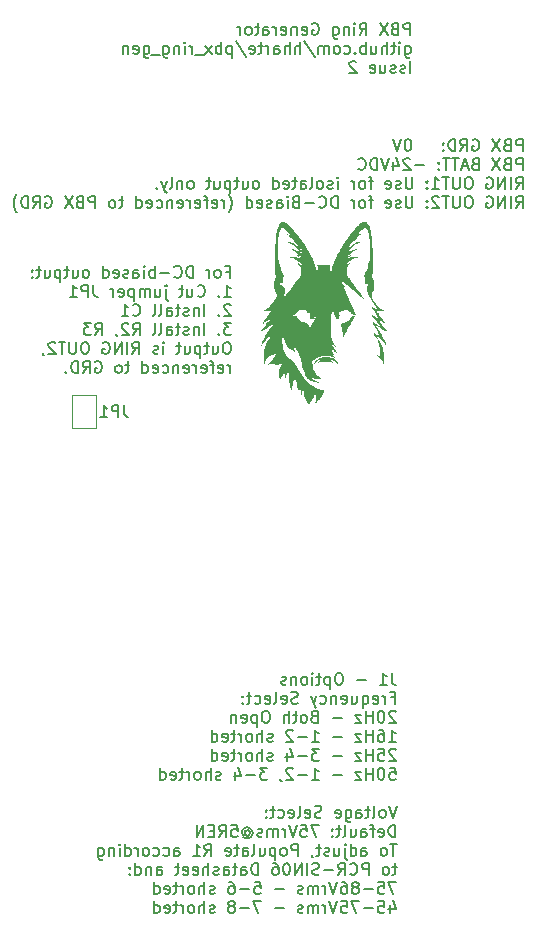
<source format=gbr>
G04 #@! TF.GenerationSoftware,KiCad,Pcbnew,7.0.5*
G04 #@! TF.CreationDate,2023-06-17T17:36:06-07:00*
G04 #@! TF.ProjectId,pbx_ring_gen,7062785f-7269-46e6-975f-67656e2e6b69,2*
G04 #@! TF.SameCoordinates,Original*
G04 #@! TF.FileFunction,Legend,Bot*
G04 #@! TF.FilePolarity,Positive*
%FSLAX46Y46*%
G04 Gerber Fmt 4.6, Leading zero omitted, Abs format (unit mm)*
G04 Created by KiCad (PCBNEW 7.0.5) date 2023-06-17 17:36:06*
%MOMM*%
%LPD*%
G01*
G04 APERTURE LIST*
%ADD10C,0.150000*%
%ADD11C,0.120000*%
G04 APERTURE END LIST*
D10*
X166033220Y-46179819D02*
X166033220Y-45179819D01*
X166033220Y-45179819D02*
X165652268Y-45179819D01*
X165652268Y-45179819D02*
X165557030Y-45227438D01*
X165557030Y-45227438D02*
X165509411Y-45275057D01*
X165509411Y-45275057D02*
X165461792Y-45370295D01*
X165461792Y-45370295D02*
X165461792Y-45513152D01*
X165461792Y-45513152D02*
X165509411Y-45608390D01*
X165509411Y-45608390D02*
X165557030Y-45656009D01*
X165557030Y-45656009D02*
X165652268Y-45703628D01*
X165652268Y-45703628D02*
X166033220Y-45703628D01*
X164699887Y-45656009D02*
X164557030Y-45703628D01*
X164557030Y-45703628D02*
X164509411Y-45751247D01*
X164509411Y-45751247D02*
X164461792Y-45846485D01*
X164461792Y-45846485D02*
X164461792Y-45989342D01*
X164461792Y-45989342D02*
X164509411Y-46084580D01*
X164509411Y-46084580D02*
X164557030Y-46132200D01*
X164557030Y-46132200D02*
X164652268Y-46179819D01*
X164652268Y-46179819D02*
X165033220Y-46179819D01*
X165033220Y-46179819D02*
X165033220Y-45179819D01*
X165033220Y-45179819D02*
X164699887Y-45179819D01*
X164699887Y-45179819D02*
X164604649Y-45227438D01*
X164604649Y-45227438D02*
X164557030Y-45275057D01*
X164557030Y-45275057D02*
X164509411Y-45370295D01*
X164509411Y-45370295D02*
X164509411Y-45465533D01*
X164509411Y-45465533D02*
X164557030Y-45560771D01*
X164557030Y-45560771D02*
X164604649Y-45608390D01*
X164604649Y-45608390D02*
X164699887Y-45656009D01*
X164699887Y-45656009D02*
X165033220Y-45656009D01*
X164128458Y-45179819D02*
X163461792Y-46179819D01*
X163461792Y-45179819D02*
X164128458Y-46179819D01*
X161747506Y-46179819D02*
X162080839Y-45703628D01*
X162318934Y-46179819D02*
X162318934Y-45179819D01*
X162318934Y-45179819D02*
X161937982Y-45179819D01*
X161937982Y-45179819D02*
X161842744Y-45227438D01*
X161842744Y-45227438D02*
X161795125Y-45275057D01*
X161795125Y-45275057D02*
X161747506Y-45370295D01*
X161747506Y-45370295D02*
X161747506Y-45513152D01*
X161747506Y-45513152D02*
X161795125Y-45608390D01*
X161795125Y-45608390D02*
X161842744Y-45656009D01*
X161842744Y-45656009D02*
X161937982Y-45703628D01*
X161937982Y-45703628D02*
X162318934Y-45703628D01*
X161318934Y-46179819D02*
X161318934Y-45513152D01*
X161318934Y-45179819D02*
X161366553Y-45227438D01*
X161366553Y-45227438D02*
X161318934Y-45275057D01*
X161318934Y-45275057D02*
X161271315Y-45227438D01*
X161271315Y-45227438D02*
X161318934Y-45179819D01*
X161318934Y-45179819D02*
X161318934Y-45275057D01*
X160842744Y-45513152D02*
X160842744Y-46179819D01*
X160842744Y-45608390D02*
X160795125Y-45560771D01*
X160795125Y-45560771D02*
X160699887Y-45513152D01*
X160699887Y-45513152D02*
X160557030Y-45513152D01*
X160557030Y-45513152D02*
X160461792Y-45560771D01*
X160461792Y-45560771D02*
X160414173Y-45656009D01*
X160414173Y-45656009D02*
X160414173Y-46179819D01*
X159509411Y-45513152D02*
X159509411Y-46322676D01*
X159509411Y-46322676D02*
X159557030Y-46417914D01*
X159557030Y-46417914D02*
X159604649Y-46465533D01*
X159604649Y-46465533D02*
X159699887Y-46513152D01*
X159699887Y-46513152D02*
X159842744Y-46513152D01*
X159842744Y-46513152D02*
X159937982Y-46465533D01*
X159509411Y-46132200D02*
X159604649Y-46179819D01*
X159604649Y-46179819D02*
X159795125Y-46179819D01*
X159795125Y-46179819D02*
X159890363Y-46132200D01*
X159890363Y-46132200D02*
X159937982Y-46084580D01*
X159937982Y-46084580D02*
X159985601Y-45989342D01*
X159985601Y-45989342D02*
X159985601Y-45703628D01*
X159985601Y-45703628D02*
X159937982Y-45608390D01*
X159937982Y-45608390D02*
X159890363Y-45560771D01*
X159890363Y-45560771D02*
X159795125Y-45513152D01*
X159795125Y-45513152D02*
X159604649Y-45513152D01*
X159604649Y-45513152D02*
X159509411Y-45560771D01*
X157747506Y-45227438D02*
X157842744Y-45179819D01*
X157842744Y-45179819D02*
X157985601Y-45179819D01*
X157985601Y-45179819D02*
X158128458Y-45227438D01*
X158128458Y-45227438D02*
X158223696Y-45322676D01*
X158223696Y-45322676D02*
X158271315Y-45417914D01*
X158271315Y-45417914D02*
X158318934Y-45608390D01*
X158318934Y-45608390D02*
X158318934Y-45751247D01*
X158318934Y-45751247D02*
X158271315Y-45941723D01*
X158271315Y-45941723D02*
X158223696Y-46036961D01*
X158223696Y-46036961D02*
X158128458Y-46132200D01*
X158128458Y-46132200D02*
X157985601Y-46179819D01*
X157985601Y-46179819D02*
X157890363Y-46179819D01*
X157890363Y-46179819D02*
X157747506Y-46132200D01*
X157747506Y-46132200D02*
X157699887Y-46084580D01*
X157699887Y-46084580D02*
X157699887Y-45751247D01*
X157699887Y-45751247D02*
X157890363Y-45751247D01*
X156890363Y-46132200D02*
X156985601Y-46179819D01*
X156985601Y-46179819D02*
X157176077Y-46179819D01*
X157176077Y-46179819D02*
X157271315Y-46132200D01*
X157271315Y-46132200D02*
X157318934Y-46036961D01*
X157318934Y-46036961D02*
X157318934Y-45656009D01*
X157318934Y-45656009D02*
X157271315Y-45560771D01*
X157271315Y-45560771D02*
X157176077Y-45513152D01*
X157176077Y-45513152D02*
X156985601Y-45513152D01*
X156985601Y-45513152D02*
X156890363Y-45560771D01*
X156890363Y-45560771D02*
X156842744Y-45656009D01*
X156842744Y-45656009D02*
X156842744Y-45751247D01*
X156842744Y-45751247D02*
X157318934Y-45846485D01*
X156414172Y-45513152D02*
X156414172Y-46179819D01*
X156414172Y-45608390D02*
X156366553Y-45560771D01*
X156366553Y-45560771D02*
X156271315Y-45513152D01*
X156271315Y-45513152D02*
X156128458Y-45513152D01*
X156128458Y-45513152D02*
X156033220Y-45560771D01*
X156033220Y-45560771D02*
X155985601Y-45656009D01*
X155985601Y-45656009D02*
X155985601Y-46179819D01*
X155128458Y-46132200D02*
X155223696Y-46179819D01*
X155223696Y-46179819D02*
X155414172Y-46179819D01*
X155414172Y-46179819D02*
X155509410Y-46132200D01*
X155509410Y-46132200D02*
X155557029Y-46036961D01*
X155557029Y-46036961D02*
X155557029Y-45656009D01*
X155557029Y-45656009D02*
X155509410Y-45560771D01*
X155509410Y-45560771D02*
X155414172Y-45513152D01*
X155414172Y-45513152D02*
X155223696Y-45513152D01*
X155223696Y-45513152D02*
X155128458Y-45560771D01*
X155128458Y-45560771D02*
X155080839Y-45656009D01*
X155080839Y-45656009D02*
X155080839Y-45751247D01*
X155080839Y-45751247D02*
X155557029Y-45846485D01*
X154652267Y-46179819D02*
X154652267Y-45513152D01*
X154652267Y-45703628D02*
X154604648Y-45608390D01*
X154604648Y-45608390D02*
X154557029Y-45560771D01*
X154557029Y-45560771D02*
X154461791Y-45513152D01*
X154461791Y-45513152D02*
X154366553Y-45513152D01*
X153604648Y-46179819D02*
X153604648Y-45656009D01*
X153604648Y-45656009D02*
X153652267Y-45560771D01*
X153652267Y-45560771D02*
X153747505Y-45513152D01*
X153747505Y-45513152D02*
X153937981Y-45513152D01*
X153937981Y-45513152D02*
X154033219Y-45560771D01*
X153604648Y-46132200D02*
X153699886Y-46179819D01*
X153699886Y-46179819D02*
X153937981Y-46179819D01*
X153937981Y-46179819D02*
X154033219Y-46132200D01*
X154033219Y-46132200D02*
X154080838Y-46036961D01*
X154080838Y-46036961D02*
X154080838Y-45941723D01*
X154080838Y-45941723D02*
X154033219Y-45846485D01*
X154033219Y-45846485D02*
X153937981Y-45798866D01*
X153937981Y-45798866D02*
X153699886Y-45798866D01*
X153699886Y-45798866D02*
X153604648Y-45751247D01*
X153271314Y-45513152D02*
X152890362Y-45513152D01*
X153128457Y-45179819D02*
X153128457Y-46036961D01*
X153128457Y-46036961D02*
X153080838Y-46132200D01*
X153080838Y-46132200D02*
X152985600Y-46179819D01*
X152985600Y-46179819D02*
X152890362Y-46179819D01*
X152414171Y-46179819D02*
X152509409Y-46132200D01*
X152509409Y-46132200D02*
X152557028Y-46084580D01*
X152557028Y-46084580D02*
X152604647Y-45989342D01*
X152604647Y-45989342D02*
X152604647Y-45703628D01*
X152604647Y-45703628D02*
X152557028Y-45608390D01*
X152557028Y-45608390D02*
X152509409Y-45560771D01*
X152509409Y-45560771D02*
X152414171Y-45513152D01*
X152414171Y-45513152D02*
X152271314Y-45513152D01*
X152271314Y-45513152D02*
X152176076Y-45560771D01*
X152176076Y-45560771D02*
X152128457Y-45608390D01*
X152128457Y-45608390D02*
X152080838Y-45703628D01*
X152080838Y-45703628D02*
X152080838Y-45989342D01*
X152080838Y-45989342D02*
X152128457Y-46084580D01*
X152128457Y-46084580D02*
X152176076Y-46132200D01*
X152176076Y-46132200D02*
X152271314Y-46179819D01*
X152271314Y-46179819D02*
X152414171Y-46179819D01*
X151652266Y-46179819D02*
X151652266Y-45513152D01*
X151652266Y-45703628D02*
X151604647Y-45608390D01*
X151604647Y-45608390D02*
X151557028Y-45560771D01*
X151557028Y-45560771D02*
X151461790Y-45513152D01*
X151461790Y-45513152D02*
X151366552Y-45513152D01*
X165604649Y-47123152D02*
X165604649Y-47932676D01*
X165604649Y-47932676D02*
X165652268Y-48027914D01*
X165652268Y-48027914D02*
X165699887Y-48075533D01*
X165699887Y-48075533D02*
X165795125Y-48123152D01*
X165795125Y-48123152D02*
X165937982Y-48123152D01*
X165937982Y-48123152D02*
X166033220Y-48075533D01*
X165604649Y-47742200D02*
X165699887Y-47789819D01*
X165699887Y-47789819D02*
X165890363Y-47789819D01*
X165890363Y-47789819D02*
X165985601Y-47742200D01*
X165985601Y-47742200D02*
X166033220Y-47694580D01*
X166033220Y-47694580D02*
X166080839Y-47599342D01*
X166080839Y-47599342D02*
X166080839Y-47313628D01*
X166080839Y-47313628D02*
X166033220Y-47218390D01*
X166033220Y-47218390D02*
X165985601Y-47170771D01*
X165985601Y-47170771D02*
X165890363Y-47123152D01*
X165890363Y-47123152D02*
X165699887Y-47123152D01*
X165699887Y-47123152D02*
X165604649Y-47170771D01*
X165128458Y-47789819D02*
X165128458Y-47123152D01*
X165128458Y-46789819D02*
X165176077Y-46837438D01*
X165176077Y-46837438D02*
X165128458Y-46885057D01*
X165128458Y-46885057D02*
X165080839Y-46837438D01*
X165080839Y-46837438D02*
X165128458Y-46789819D01*
X165128458Y-46789819D02*
X165128458Y-46885057D01*
X164795125Y-47123152D02*
X164414173Y-47123152D01*
X164652268Y-46789819D02*
X164652268Y-47646961D01*
X164652268Y-47646961D02*
X164604649Y-47742200D01*
X164604649Y-47742200D02*
X164509411Y-47789819D01*
X164509411Y-47789819D02*
X164414173Y-47789819D01*
X164080839Y-47789819D02*
X164080839Y-46789819D01*
X163652268Y-47789819D02*
X163652268Y-47266009D01*
X163652268Y-47266009D02*
X163699887Y-47170771D01*
X163699887Y-47170771D02*
X163795125Y-47123152D01*
X163795125Y-47123152D02*
X163937982Y-47123152D01*
X163937982Y-47123152D02*
X164033220Y-47170771D01*
X164033220Y-47170771D02*
X164080839Y-47218390D01*
X162747506Y-47123152D02*
X162747506Y-47789819D01*
X163176077Y-47123152D02*
X163176077Y-47646961D01*
X163176077Y-47646961D02*
X163128458Y-47742200D01*
X163128458Y-47742200D02*
X163033220Y-47789819D01*
X163033220Y-47789819D02*
X162890363Y-47789819D01*
X162890363Y-47789819D02*
X162795125Y-47742200D01*
X162795125Y-47742200D02*
X162747506Y-47694580D01*
X162271315Y-47789819D02*
X162271315Y-46789819D01*
X162271315Y-47170771D02*
X162176077Y-47123152D01*
X162176077Y-47123152D02*
X161985601Y-47123152D01*
X161985601Y-47123152D02*
X161890363Y-47170771D01*
X161890363Y-47170771D02*
X161842744Y-47218390D01*
X161842744Y-47218390D02*
X161795125Y-47313628D01*
X161795125Y-47313628D02*
X161795125Y-47599342D01*
X161795125Y-47599342D02*
X161842744Y-47694580D01*
X161842744Y-47694580D02*
X161890363Y-47742200D01*
X161890363Y-47742200D02*
X161985601Y-47789819D01*
X161985601Y-47789819D02*
X162176077Y-47789819D01*
X162176077Y-47789819D02*
X162271315Y-47742200D01*
X161366553Y-47694580D02*
X161318934Y-47742200D01*
X161318934Y-47742200D02*
X161366553Y-47789819D01*
X161366553Y-47789819D02*
X161414172Y-47742200D01*
X161414172Y-47742200D02*
X161366553Y-47694580D01*
X161366553Y-47694580D02*
X161366553Y-47789819D01*
X160461792Y-47742200D02*
X160557030Y-47789819D01*
X160557030Y-47789819D02*
X160747506Y-47789819D01*
X160747506Y-47789819D02*
X160842744Y-47742200D01*
X160842744Y-47742200D02*
X160890363Y-47694580D01*
X160890363Y-47694580D02*
X160937982Y-47599342D01*
X160937982Y-47599342D02*
X160937982Y-47313628D01*
X160937982Y-47313628D02*
X160890363Y-47218390D01*
X160890363Y-47218390D02*
X160842744Y-47170771D01*
X160842744Y-47170771D02*
X160747506Y-47123152D01*
X160747506Y-47123152D02*
X160557030Y-47123152D01*
X160557030Y-47123152D02*
X160461792Y-47170771D01*
X159890363Y-47789819D02*
X159985601Y-47742200D01*
X159985601Y-47742200D02*
X160033220Y-47694580D01*
X160033220Y-47694580D02*
X160080839Y-47599342D01*
X160080839Y-47599342D02*
X160080839Y-47313628D01*
X160080839Y-47313628D02*
X160033220Y-47218390D01*
X160033220Y-47218390D02*
X159985601Y-47170771D01*
X159985601Y-47170771D02*
X159890363Y-47123152D01*
X159890363Y-47123152D02*
X159747506Y-47123152D01*
X159747506Y-47123152D02*
X159652268Y-47170771D01*
X159652268Y-47170771D02*
X159604649Y-47218390D01*
X159604649Y-47218390D02*
X159557030Y-47313628D01*
X159557030Y-47313628D02*
X159557030Y-47599342D01*
X159557030Y-47599342D02*
X159604649Y-47694580D01*
X159604649Y-47694580D02*
X159652268Y-47742200D01*
X159652268Y-47742200D02*
X159747506Y-47789819D01*
X159747506Y-47789819D02*
X159890363Y-47789819D01*
X159128458Y-47789819D02*
X159128458Y-47123152D01*
X159128458Y-47218390D02*
X159080839Y-47170771D01*
X159080839Y-47170771D02*
X158985601Y-47123152D01*
X158985601Y-47123152D02*
X158842744Y-47123152D01*
X158842744Y-47123152D02*
X158747506Y-47170771D01*
X158747506Y-47170771D02*
X158699887Y-47266009D01*
X158699887Y-47266009D02*
X158699887Y-47789819D01*
X158699887Y-47266009D02*
X158652268Y-47170771D01*
X158652268Y-47170771D02*
X158557030Y-47123152D01*
X158557030Y-47123152D02*
X158414173Y-47123152D01*
X158414173Y-47123152D02*
X158318934Y-47170771D01*
X158318934Y-47170771D02*
X158271315Y-47266009D01*
X158271315Y-47266009D02*
X158271315Y-47789819D01*
X157080840Y-46742200D02*
X157937982Y-48027914D01*
X156747506Y-47789819D02*
X156747506Y-46789819D01*
X156318935Y-47789819D02*
X156318935Y-47266009D01*
X156318935Y-47266009D02*
X156366554Y-47170771D01*
X156366554Y-47170771D02*
X156461792Y-47123152D01*
X156461792Y-47123152D02*
X156604649Y-47123152D01*
X156604649Y-47123152D02*
X156699887Y-47170771D01*
X156699887Y-47170771D02*
X156747506Y-47218390D01*
X155842744Y-47789819D02*
X155842744Y-46789819D01*
X155414173Y-47789819D02*
X155414173Y-47266009D01*
X155414173Y-47266009D02*
X155461792Y-47170771D01*
X155461792Y-47170771D02*
X155557030Y-47123152D01*
X155557030Y-47123152D02*
X155699887Y-47123152D01*
X155699887Y-47123152D02*
X155795125Y-47170771D01*
X155795125Y-47170771D02*
X155842744Y-47218390D01*
X154509411Y-47789819D02*
X154509411Y-47266009D01*
X154509411Y-47266009D02*
X154557030Y-47170771D01*
X154557030Y-47170771D02*
X154652268Y-47123152D01*
X154652268Y-47123152D02*
X154842744Y-47123152D01*
X154842744Y-47123152D02*
X154937982Y-47170771D01*
X154509411Y-47742200D02*
X154604649Y-47789819D01*
X154604649Y-47789819D02*
X154842744Y-47789819D01*
X154842744Y-47789819D02*
X154937982Y-47742200D01*
X154937982Y-47742200D02*
X154985601Y-47646961D01*
X154985601Y-47646961D02*
X154985601Y-47551723D01*
X154985601Y-47551723D02*
X154937982Y-47456485D01*
X154937982Y-47456485D02*
X154842744Y-47408866D01*
X154842744Y-47408866D02*
X154604649Y-47408866D01*
X154604649Y-47408866D02*
X154509411Y-47361247D01*
X154033220Y-47789819D02*
X154033220Y-47123152D01*
X154033220Y-47313628D02*
X153985601Y-47218390D01*
X153985601Y-47218390D02*
X153937982Y-47170771D01*
X153937982Y-47170771D02*
X153842744Y-47123152D01*
X153842744Y-47123152D02*
X153747506Y-47123152D01*
X153557029Y-47123152D02*
X153176077Y-47123152D01*
X153414172Y-46789819D02*
X153414172Y-47646961D01*
X153414172Y-47646961D02*
X153366553Y-47742200D01*
X153366553Y-47742200D02*
X153271315Y-47789819D01*
X153271315Y-47789819D02*
X153176077Y-47789819D01*
X152461791Y-47742200D02*
X152557029Y-47789819D01*
X152557029Y-47789819D02*
X152747505Y-47789819D01*
X152747505Y-47789819D02*
X152842743Y-47742200D01*
X152842743Y-47742200D02*
X152890362Y-47646961D01*
X152890362Y-47646961D02*
X152890362Y-47266009D01*
X152890362Y-47266009D02*
X152842743Y-47170771D01*
X152842743Y-47170771D02*
X152747505Y-47123152D01*
X152747505Y-47123152D02*
X152557029Y-47123152D01*
X152557029Y-47123152D02*
X152461791Y-47170771D01*
X152461791Y-47170771D02*
X152414172Y-47266009D01*
X152414172Y-47266009D02*
X152414172Y-47361247D01*
X152414172Y-47361247D02*
X152890362Y-47456485D01*
X151271315Y-46742200D02*
X152128457Y-48027914D01*
X150937981Y-47123152D02*
X150937981Y-48123152D01*
X150937981Y-47170771D02*
X150842743Y-47123152D01*
X150842743Y-47123152D02*
X150652267Y-47123152D01*
X150652267Y-47123152D02*
X150557029Y-47170771D01*
X150557029Y-47170771D02*
X150509410Y-47218390D01*
X150509410Y-47218390D02*
X150461791Y-47313628D01*
X150461791Y-47313628D02*
X150461791Y-47599342D01*
X150461791Y-47599342D02*
X150509410Y-47694580D01*
X150509410Y-47694580D02*
X150557029Y-47742200D01*
X150557029Y-47742200D02*
X150652267Y-47789819D01*
X150652267Y-47789819D02*
X150842743Y-47789819D01*
X150842743Y-47789819D02*
X150937981Y-47742200D01*
X150033219Y-47789819D02*
X150033219Y-46789819D01*
X150033219Y-47170771D02*
X149937981Y-47123152D01*
X149937981Y-47123152D02*
X149747505Y-47123152D01*
X149747505Y-47123152D02*
X149652267Y-47170771D01*
X149652267Y-47170771D02*
X149604648Y-47218390D01*
X149604648Y-47218390D02*
X149557029Y-47313628D01*
X149557029Y-47313628D02*
X149557029Y-47599342D01*
X149557029Y-47599342D02*
X149604648Y-47694580D01*
X149604648Y-47694580D02*
X149652267Y-47742200D01*
X149652267Y-47742200D02*
X149747505Y-47789819D01*
X149747505Y-47789819D02*
X149937981Y-47789819D01*
X149937981Y-47789819D02*
X150033219Y-47742200D01*
X149223695Y-47789819D02*
X148699886Y-47123152D01*
X149223695Y-47123152D02*
X148699886Y-47789819D01*
X148557029Y-47885057D02*
X147795124Y-47885057D01*
X147557028Y-47789819D02*
X147557028Y-47123152D01*
X147557028Y-47313628D02*
X147509409Y-47218390D01*
X147509409Y-47218390D02*
X147461790Y-47170771D01*
X147461790Y-47170771D02*
X147366552Y-47123152D01*
X147366552Y-47123152D02*
X147271314Y-47123152D01*
X146937980Y-47789819D02*
X146937980Y-47123152D01*
X146937980Y-46789819D02*
X146985599Y-46837438D01*
X146985599Y-46837438D02*
X146937980Y-46885057D01*
X146937980Y-46885057D02*
X146890361Y-46837438D01*
X146890361Y-46837438D02*
X146937980Y-46789819D01*
X146937980Y-46789819D02*
X146937980Y-46885057D01*
X146461790Y-47123152D02*
X146461790Y-47789819D01*
X146461790Y-47218390D02*
X146414171Y-47170771D01*
X146414171Y-47170771D02*
X146318933Y-47123152D01*
X146318933Y-47123152D02*
X146176076Y-47123152D01*
X146176076Y-47123152D02*
X146080838Y-47170771D01*
X146080838Y-47170771D02*
X146033219Y-47266009D01*
X146033219Y-47266009D02*
X146033219Y-47789819D01*
X145128457Y-47123152D02*
X145128457Y-47932676D01*
X145128457Y-47932676D02*
X145176076Y-48027914D01*
X145176076Y-48027914D02*
X145223695Y-48075533D01*
X145223695Y-48075533D02*
X145318933Y-48123152D01*
X145318933Y-48123152D02*
X145461790Y-48123152D01*
X145461790Y-48123152D02*
X145557028Y-48075533D01*
X145128457Y-47742200D02*
X145223695Y-47789819D01*
X145223695Y-47789819D02*
X145414171Y-47789819D01*
X145414171Y-47789819D02*
X145509409Y-47742200D01*
X145509409Y-47742200D02*
X145557028Y-47694580D01*
X145557028Y-47694580D02*
X145604647Y-47599342D01*
X145604647Y-47599342D02*
X145604647Y-47313628D01*
X145604647Y-47313628D02*
X145557028Y-47218390D01*
X145557028Y-47218390D02*
X145509409Y-47170771D01*
X145509409Y-47170771D02*
X145414171Y-47123152D01*
X145414171Y-47123152D02*
X145223695Y-47123152D01*
X145223695Y-47123152D02*
X145128457Y-47170771D01*
X144890362Y-47885057D02*
X144128457Y-47885057D01*
X143461790Y-47123152D02*
X143461790Y-47932676D01*
X143461790Y-47932676D02*
X143509409Y-48027914D01*
X143509409Y-48027914D02*
X143557028Y-48075533D01*
X143557028Y-48075533D02*
X143652266Y-48123152D01*
X143652266Y-48123152D02*
X143795123Y-48123152D01*
X143795123Y-48123152D02*
X143890361Y-48075533D01*
X143461790Y-47742200D02*
X143557028Y-47789819D01*
X143557028Y-47789819D02*
X143747504Y-47789819D01*
X143747504Y-47789819D02*
X143842742Y-47742200D01*
X143842742Y-47742200D02*
X143890361Y-47694580D01*
X143890361Y-47694580D02*
X143937980Y-47599342D01*
X143937980Y-47599342D02*
X143937980Y-47313628D01*
X143937980Y-47313628D02*
X143890361Y-47218390D01*
X143890361Y-47218390D02*
X143842742Y-47170771D01*
X143842742Y-47170771D02*
X143747504Y-47123152D01*
X143747504Y-47123152D02*
X143557028Y-47123152D01*
X143557028Y-47123152D02*
X143461790Y-47170771D01*
X142604647Y-47742200D02*
X142699885Y-47789819D01*
X142699885Y-47789819D02*
X142890361Y-47789819D01*
X142890361Y-47789819D02*
X142985599Y-47742200D01*
X142985599Y-47742200D02*
X143033218Y-47646961D01*
X143033218Y-47646961D02*
X143033218Y-47266009D01*
X143033218Y-47266009D02*
X142985599Y-47170771D01*
X142985599Y-47170771D02*
X142890361Y-47123152D01*
X142890361Y-47123152D02*
X142699885Y-47123152D01*
X142699885Y-47123152D02*
X142604647Y-47170771D01*
X142604647Y-47170771D02*
X142557028Y-47266009D01*
X142557028Y-47266009D02*
X142557028Y-47361247D01*
X142557028Y-47361247D02*
X143033218Y-47456485D01*
X142128456Y-47123152D02*
X142128456Y-47789819D01*
X142128456Y-47218390D02*
X142080837Y-47170771D01*
X142080837Y-47170771D02*
X141985599Y-47123152D01*
X141985599Y-47123152D02*
X141842742Y-47123152D01*
X141842742Y-47123152D02*
X141747504Y-47170771D01*
X141747504Y-47170771D02*
X141699885Y-47266009D01*
X141699885Y-47266009D02*
X141699885Y-47789819D01*
X166033220Y-49399819D02*
X166033220Y-48399819D01*
X165604649Y-49352200D02*
X165509411Y-49399819D01*
X165509411Y-49399819D02*
X165318935Y-49399819D01*
X165318935Y-49399819D02*
X165223697Y-49352200D01*
X165223697Y-49352200D02*
X165176078Y-49256961D01*
X165176078Y-49256961D02*
X165176078Y-49209342D01*
X165176078Y-49209342D02*
X165223697Y-49114104D01*
X165223697Y-49114104D02*
X165318935Y-49066485D01*
X165318935Y-49066485D02*
X165461792Y-49066485D01*
X165461792Y-49066485D02*
X165557030Y-49018866D01*
X165557030Y-49018866D02*
X165604649Y-48923628D01*
X165604649Y-48923628D02*
X165604649Y-48876009D01*
X165604649Y-48876009D02*
X165557030Y-48780771D01*
X165557030Y-48780771D02*
X165461792Y-48733152D01*
X165461792Y-48733152D02*
X165318935Y-48733152D01*
X165318935Y-48733152D02*
X165223697Y-48780771D01*
X164795125Y-49352200D02*
X164699887Y-49399819D01*
X164699887Y-49399819D02*
X164509411Y-49399819D01*
X164509411Y-49399819D02*
X164414173Y-49352200D01*
X164414173Y-49352200D02*
X164366554Y-49256961D01*
X164366554Y-49256961D02*
X164366554Y-49209342D01*
X164366554Y-49209342D02*
X164414173Y-49114104D01*
X164414173Y-49114104D02*
X164509411Y-49066485D01*
X164509411Y-49066485D02*
X164652268Y-49066485D01*
X164652268Y-49066485D02*
X164747506Y-49018866D01*
X164747506Y-49018866D02*
X164795125Y-48923628D01*
X164795125Y-48923628D02*
X164795125Y-48876009D01*
X164795125Y-48876009D02*
X164747506Y-48780771D01*
X164747506Y-48780771D02*
X164652268Y-48733152D01*
X164652268Y-48733152D02*
X164509411Y-48733152D01*
X164509411Y-48733152D02*
X164414173Y-48780771D01*
X163509411Y-48733152D02*
X163509411Y-49399819D01*
X163937982Y-48733152D02*
X163937982Y-49256961D01*
X163937982Y-49256961D02*
X163890363Y-49352200D01*
X163890363Y-49352200D02*
X163795125Y-49399819D01*
X163795125Y-49399819D02*
X163652268Y-49399819D01*
X163652268Y-49399819D02*
X163557030Y-49352200D01*
X163557030Y-49352200D02*
X163509411Y-49304580D01*
X162652268Y-49352200D02*
X162747506Y-49399819D01*
X162747506Y-49399819D02*
X162937982Y-49399819D01*
X162937982Y-49399819D02*
X163033220Y-49352200D01*
X163033220Y-49352200D02*
X163080839Y-49256961D01*
X163080839Y-49256961D02*
X163080839Y-48876009D01*
X163080839Y-48876009D02*
X163033220Y-48780771D01*
X163033220Y-48780771D02*
X162937982Y-48733152D01*
X162937982Y-48733152D02*
X162747506Y-48733152D01*
X162747506Y-48733152D02*
X162652268Y-48780771D01*
X162652268Y-48780771D02*
X162604649Y-48876009D01*
X162604649Y-48876009D02*
X162604649Y-48971247D01*
X162604649Y-48971247D02*
X163080839Y-49066485D01*
X161461791Y-48495057D02*
X161414172Y-48447438D01*
X161414172Y-48447438D02*
X161318934Y-48399819D01*
X161318934Y-48399819D02*
X161080839Y-48399819D01*
X161080839Y-48399819D02*
X160985601Y-48447438D01*
X160985601Y-48447438D02*
X160937982Y-48495057D01*
X160937982Y-48495057D02*
X160890363Y-48590295D01*
X160890363Y-48590295D02*
X160890363Y-48685533D01*
X160890363Y-48685533D02*
X160937982Y-48828390D01*
X160937982Y-48828390D02*
X161509410Y-49399819D01*
X161509410Y-49399819D02*
X160890363Y-49399819D01*
X175558220Y-55999819D02*
X175558220Y-54999819D01*
X175558220Y-54999819D02*
X175177268Y-54999819D01*
X175177268Y-54999819D02*
X175082030Y-55047438D01*
X175082030Y-55047438D02*
X175034411Y-55095057D01*
X175034411Y-55095057D02*
X174986792Y-55190295D01*
X174986792Y-55190295D02*
X174986792Y-55333152D01*
X174986792Y-55333152D02*
X175034411Y-55428390D01*
X175034411Y-55428390D02*
X175082030Y-55476009D01*
X175082030Y-55476009D02*
X175177268Y-55523628D01*
X175177268Y-55523628D02*
X175558220Y-55523628D01*
X174224887Y-55476009D02*
X174082030Y-55523628D01*
X174082030Y-55523628D02*
X174034411Y-55571247D01*
X174034411Y-55571247D02*
X173986792Y-55666485D01*
X173986792Y-55666485D02*
X173986792Y-55809342D01*
X173986792Y-55809342D02*
X174034411Y-55904580D01*
X174034411Y-55904580D02*
X174082030Y-55952200D01*
X174082030Y-55952200D02*
X174177268Y-55999819D01*
X174177268Y-55999819D02*
X174558220Y-55999819D01*
X174558220Y-55999819D02*
X174558220Y-54999819D01*
X174558220Y-54999819D02*
X174224887Y-54999819D01*
X174224887Y-54999819D02*
X174129649Y-55047438D01*
X174129649Y-55047438D02*
X174082030Y-55095057D01*
X174082030Y-55095057D02*
X174034411Y-55190295D01*
X174034411Y-55190295D02*
X174034411Y-55285533D01*
X174034411Y-55285533D02*
X174082030Y-55380771D01*
X174082030Y-55380771D02*
X174129649Y-55428390D01*
X174129649Y-55428390D02*
X174224887Y-55476009D01*
X174224887Y-55476009D02*
X174558220Y-55476009D01*
X173653458Y-54999819D02*
X172986792Y-55999819D01*
X172986792Y-54999819D02*
X173653458Y-55999819D01*
X171320125Y-55047438D02*
X171415363Y-54999819D01*
X171415363Y-54999819D02*
X171558220Y-54999819D01*
X171558220Y-54999819D02*
X171701077Y-55047438D01*
X171701077Y-55047438D02*
X171796315Y-55142676D01*
X171796315Y-55142676D02*
X171843934Y-55237914D01*
X171843934Y-55237914D02*
X171891553Y-55428390D01*
X171891553Y-55428390D02*
X171891553Y-55571247D01*
X171891553Y-55571247D02*
X171843934Y-55761723D01*
X171843934Y-55761723D02*
X171796315Y-55856961D01*
X171796315Y-55856961D02*
X171701077Y-55952200D01*
X171701077Y-55952200D02*
X171558220Y-55999819D01*
X171558220Y-55999819D02*
X171462982Y-55999819D01*
X171462982Y-55999819D02*
X171320125Y-55952200D01*
X171320125Y-55952200D02*
X171272506Y-55904580D01*
X171272506Y-55904580D02*
X171272506Y-55571247D01*
X171272506Y-55571247D02*
X171462982Y-55571247D01*
X170272506Y-55999819D02*
X170605839Y-55523628D01*
X170843934Y-55999819D02*
X170843934Y-54999819D01*
X170843934Y-54999819D02*
X170462982Y-54999819D01*
X170462982Y-54999819D02*
X170367744Y-55047438D01*
X170367744Y-55047438D02*
X170320125Y-55095057D01*
X170320125Y-55095057D02*
X170272506Y-55190295D01*
X170272506Y-55190295D02*
X170272506Y-55333152D01*
X170272506Y-55333152D02*
X170320125Y-55428390D01*
X170320125Y-55428390D02*
X170367744Y-55476009D01*
X170367744Y-55476009D02*
X170462982Y-55523628D01*
X170462982Y-55523628D02*
X170843934Y-55523628D01*
X169843934Y-55999819D02*
X169843934Y-54999819D01*
X169843934Y-54999819D02*
X169605839Y-54999819D01*
X169605839Y-54999819D02*
X169462982Y-55047438D01*
X169462982Y-55047438D02*
X169367744Y-55142676D01*
X169367744Y-55142676D02*
X169320125Y-55237914D01*
X169320125Y-55237914D02*
X169272506Y-55428390D01*
X169272506Y-55428390D02*
X169272506Y-55571247D01*
X169272506Y-55571247D02*
X169320125Y-55761723D01*
X169320125Y-55761723D02*
X169367744Y-55856961D01*
X169367744Y-55856961D02*
X169462982Y-55952200D01*
X169462982Y-55952200D02*
X169605839Y-55999819D01*
X169605839Y-55999819D02*
X169843934Y-55999819D01*
X168843934Y-55904580D02*
X168796315Y-55952200D01*
X168796315Y-55952200D02*
X168843934Y-55999819D01*
X168843934Y-55999819D02*
X168891553Y-55952200D01*
X168891553Y-55952200D02*
X168843934Y-55904580D01*
X168843934Y-55904580D02*
X168843934Y-55999819D01*
X168843934Y-55380771D02*
X168796315Y-55428390D01*
X168796315Y-55428390D02*
X168843934Y-55476009D01*
X168843934Y-55476009D02*
X168891553Y-55428390D01*
X168891553Y-55428390D02*
X168843934Y-55380771D01*
X168843934Y-55380771D02*
X168843934Y-55476009D01*
X165891553Y-54999819D02*
X165796315Y-54999819D01*
X165796315Y-54999819D02*
X165701077Y-55047438D01*
X165701077Y-55047438D02*
X165653458Y-55095057D01*
X165653458Y-55095057D02*
X165605839Y-55190295D01*
X165605839Y-55190295D02*
X165558220Y-55380771D01*
X165558220Y-55380771D02*
X165558220Y-55618866D01*
X165558220Y-55618866D02*
X165605839Y-55809342D01*
X165605839Y-55809342D02*
X165653458Y-55904580D01*
X165653458Y-55904580D02*
X165701077Y-55952200D01*
X165701077Y-55952200D02*
X165796315Y-55999819D01*
X165796315Y-55999819D02*
X165891553Y-55999819D01*
X165891553Y-55999819D02*
X165986791Y-55952200D01*
X165986791Y-55952200D02*
X166034410Y-55904580D01*
X166034410Y-55904580D02*
X166082029Y-55809342D01*
X166082029Y-55809342D02*
X166129648Y-55618866D01*
X166129648Y-55618866D02*
X166129648Y-55380771D01*
X166129648Y-55380771D02*
X166082029Y-55190295D01*
X166082029Y-55190295D02*
X166034410Y-55095057D01*
X166034410Y-55095057D02*
X165986791Y-55047438D01*
X165986791Y-55047438D02*
X165891553Y-54999819D01*
X165272505Y-54999819D02*
X164939172Y-55999819D01*
X164939172Y-55999819D02*
X164605839Y-54999819D01*
X175558220Y-57609819D02*
X175558220Y-56609819D01*
X175558220Y-56609819D02*
X175177268Y-56609819D01*
X175177268Y-56609819D02*
X175082030Y-56657438D01*
X175082030Y-56657438D02*
X175034411Y-56705057D01*
X175034411Y-56705057D02*
X174986792Y-56800295D01*
X174986792Y-56800295D02*
X174986792Y-56943152D01*
X174986792Y-56943152D02*
X175034411Y-57038390D01*
X175034411Y-57038390D02*
X175082030Y-57086009D01*
X175082030Y-57086009D02*
X175177268Y-57133628D01*
X175177268Y-57133628D02*
X175558220Y-57133628D01*
X174224887Y-57086009D02*
X174082030Y-57133628D01*
X174082030Y-57133628D02*
X174034411Y-57181247D01*
X174034411Y-57181247D02*
X173986792Y-57276485D01*
X173986792Y-57276485D02*
X173986792Y-57419342D01*
X173986792Y-57419342D02*
X174034411Y-57514580D01*
X174034411Y-57514580D02*
X174082030Y-57562200D01*
X174082030Y-57562200D02*
X174177268Y-57609819D01*
X174177268Y-57609819D02*
X174558220Y-57609819D01*
X174558220Y-57609819D02*
X174558220Y-56609819D01*
X174558220Y-56609819D02*
X174224887Y-56609819D01*
X174224887Y-56609819D02*
X174129649Y-56657438D01*
X174129649Y-56657438D02*
X174082030Y-56705057D01*
X174082030Y-56705057D02*
X174034411Y-56800295D01*
X174034411Y-56800295D02*
X174034411Y-56895533D01*
X174034411Y-56895533D02*
X174082030Y-56990771D01*
X174082030Y-56990771D02*
X174129649Y-57038390D01*
X174129649Y-57038390D02*
X174224887Y-57086009D01*
X174224887Y-57086009D02*
X174558220Y-57086009D01*
X173653458Y-56609819D02*
X172986792Y-57609819D01*
X172986792Y-56609819D02*
X173653458Y-57609819D01*
X171510601Y-57086009D02*
X171367744Y-57133628D01*
X171367744Y-57133628D02*
X171320125Y-57181247D01*
X171320125Y-57181247D02*
X171272506Y-57276485D01*
X171272506Y-57276485D02*
X171272506Y-57419342D01*
X171272506Y-57419342D02*
X171320125Y-57514580D01*
X171320125Y-57514580D02*
X171367744Y-57562200D01*
X171367744Y-57562200D02*
X171462982Y-57609819D01*
X171462982Y-57609819D02*
X171843934Y-57609819D01*
X171843934Y-57609819D02*
X171843934Y-56609819D01*
X171843934Y-56609819D02*
X171510601Y-56609819D01*
X171510601Y-56609819D02*
X171415363Y-56657438D01*
X171415363Y-56657438D02*
X171367744Y-56705057D01*
X171367744Y-56705057D02*
X171320125Y-56800295D01*
X171320125Y-56800295D02*
X171320125Y-56895533D01*
X171320125Y-56895533D02*
X171367744Y-56990771D01*
X171367744Y-56990771D02*
X171415363Y-57038390D01*
X171415363Y-57038390D02*
X171510601Y-57086009D01*
X171510601Y-57086009D02*
X171843934Y-57086009D01*
X170891553Y-57324104D02*
X170415363Y-57324104D01*
X170986791Y-57609819D02*
X170653458Y-56609819D01*
X170653458Y-56609819D02*
X170320125Y-57609819D01*
X170129648Y-56609819D02*
X169558220Y-56609819D01*
X169843934Y-57609819D02*
X169843934Y-56609819D01*
X169367743Y-56609819D02*
X168796315Y-56609819D01*
X169082029Y-57609819D02*
X169082029Y-56609819D01*
X168462981Y-57514580D02*
X168415362Y-57562200D01*
X168415362Y-57562200D02*
X168462981Y-57609819D01*
X168462981Y-57609819D02*
X168510600Y-57562200D01*
X168510600Y-57562200D02*
X168462981Y-57514580D01*
X168462981Y-57514580D02*
X168462981Y-57609819D01*
X168462981Y-56990771D02*
X168415362Y-57038390D01*
X168415362Y-57038390D02*
X168462981Y-57086009D01*
X168462981Y-57086009D02*
X168510600Y-57038390D01*
X168510600Y-57038390D02*
X168462981Y-56990771D01*
X168462981Y-56990771D02*
X168462981Y-57086009D01*
X167224886Y-57228866D02*
X166462982Y-57228866D01*
X166034410Y-56705057D02*
X165986791Y-56657438D01*
X165986791Y-56657438D02*
X165891553Y-56609819D01*
X165891553Y-56609819D02*
X165653458Y-56609819D01*
X165653458Y-56609819D02*
X165558220Y-56657438D01*
X165558220Y-56657438D02*
X165510601Y-56705057D01*
X165510601Y-56705057D02*
X165462982Y-56800295D01*
X165462982Y-56800295D02*
X165462982Y-56895533D01*
X165462982Y-56895533D02*
X165510601Y-57038390D01*
X165510601Y-57038390D02*
X166082029Y-57609819D01*
X166082029Y-57609819D02*
X165462982Y-57609819D01*
X164605839Y-56943152D02*
X164605839Y-57609819D01*
X164843934Y-56562200D02*
X165082029Y-57276485D01*
X165082029Y-57276485D02*
X164462982Y-57276485D01*
X164224886Y-56609819D02*
X163891553Y-57609819D01*
X163891553Y-57609819D02*
X163558220Y-56609819D01*
X163224886Y-57609819D02*
X163224886Y-56609819D01*
X163224886Y-56609819D02*
X162986791Y-56609819D01*
X162986791Y-56609819D02*
X162843934Y-56657438D01*
X162843934Y-56657438D02*
X162748696Y-56752676D01*
X162748696Y-56752676D02*
X162701077Y-56847914D01*
X162701077Y-56847914D02*
X162653458Y-57038390D01*
X162653458Y-57038390D02*
X162653458Y-57181247D01*
X162653458Y-57181247D02*
X162701077Y-57371723D01*
X162701077Y-57371723D02*
X162748696Y-57466961D01*
X162748696Y-57466961D02*
X162843934Y-57562200D01*
X162843934Y-57562200D02*
X162986791Y-57609819D01*
X162986791Y-57609819D02*
X163224886Y-57609819D01*
X161653458Y-57514580D02*
X161701077Y-57562200D01*
X161701077Y-57562200D02*
X161843934Y-57609819D01*
X161843934Y-57609819D02*
X161939172Y-57609819D01*
X161939172Y-57609819D02*
X162082029Y-57562200D01*
X162082029Y-57562200D02*
X162177267Y-57466961D01*
X162177267Y-57466961D02*
X162224886Y-57371723D01*
X162224886Y-57371723D02*
X162272505Y-57181247D01*
X162272505Y-57181247D02*
X162272505Y-57038390D01*
X162272505Y-57038390D02*
X162224886Y-56847914D01*
X162224886Y-56847914D02*
X162177267Y-56752676D01*
X162177267Y-56752676D02*
X162082029Y-56657438D01*
X162082029Y-56657438D02*
X161939172Y-56609819D01*
X161939172Y-56609819D02*
X161843934Y-56609819D01*
X161843934Y-56609819D02*
X161701077Y-56657438D01*
X161701077Y-56657438D02*
X161653458Y-56705057D01*
X174986792Y-59219819D02*
X175320125Y-58743628D01*
X175558220Y-59219819D02*
X175558220Y-58219819D01*
X175558220Y-58219819D02*
X175177268Y-58219819D01*
X175177268Y-58219819D02*
X175082030Y-58267438D01*
X175082030Y-58267438D02*
X175034411Y-58315057D01*
X175034411Y-58315057D02*
X174986792Y-58410295D01*
X174986792Y-58410295D02*
X174986792Y-58553152D01*
X174986792Y-58553152D02*
X175034411Y-58648390D01*
X175034411Y-58648390D02*
X175082030Y-58696009D01*
X175082030Y-58696009D02*
X175177268Y-58743628D01*
X175177268Y-58743628D02*
X175558220Y-58743628D01*
X174558220Y-59219819D02*
X174558220Y-58219819D01*
X174082030Y-59219819D02*
X174082030Y-58219819D01*
X174082030Y-58219819D02*
X173510602Y-59219819D01*
X173510602Y-59219819D02*
X173510602Y-58219819D01*
X172510602Y-58267438D02*
X172605840Y-58219819D01*
X172605840Y-58219819D02*
X172748697Y-58219819D01*
X172748697Y-58219819D02*
X172891554Y-58267438D01*
X172891554Y-58267438D02*
X172986792Y-58362676D01*
X172986792Y-58362676D02*
X173034411Y-58457914D01*
X173034411Y-58457914D02*
X173082030Y-58648390D01*
X173082030Y-58648390D02*
X173082030Y-58791247D01*
X173082030Y-58791247D02*
X173034411Y-58981723D01*
X173034411Y-58981723D02*
X172986792Y-59076961D01*
X172986792Y-59076961D02*
X172891554Y-59172200D01*
X172891554Y-59172200D02*
X172748697Y-59219819D01*
X172748697Y-59219819D02*
X172653459Y-59219819D01*
X172653459Y-59219819D02*
X172510602Y-59172200D01*
X172510602Y-59172200D02*
X172462983Y-59124580D01*
X172462983Y-59124580D02*
X172462983Y-58791247D01*
X172462983Y-58791247D02*
X172653459Y-58791247D01*
X171082030Y-58219819D02*
X170891554Y-58219819D01*
X170891554Y-58219819D02*
X170796316Y-58267438D01*
X170796316Y-58267438D02*
X170701078Y-58362676D01*
X170701078Y-58362676D02*
X170653459Y-58553152D01*
X170653459Y-58553152D02*
X170653459Y-58886485D01*
X170653459Y-58886485D02*
X170701078Y-59076961D01*
X170701078Y-59076961D02*
X170796316Y-59172200D01*
X170796316Y-59172200D02*
X170891554Y-59219819D01*
X170891554Y-59219819D02*
X171082030Y-59219819D01*
X171082030Y-59219819D02*
X171177268Y-59172200D01*
X171177268Y-59172200D02*
X171272506Y-59076961D01*
X171272506Y-59076961D02*
X171320125Y-58886485D01*
X171320125Y-58886485D02*
X171320125Y-58553152D01*
X171320125Y-58553152D02*
X171272506Y-58362676D01*
X171272506Y-58362676D02*
X171177268Y-58267438D01*
X171177268Y-58267438D02*
X171082030Y-58219819D01*
X170224887Y-58219819D02*
X170224887Y-59029342D01*
X170224887Y-59029342D02*
X170177268Y-59124580D01*
X170177268Y-59124580D02*
X170129649Y-59172200D01*
X170129649Y-59172200D02*
X170034411Y-59219819D01*
X170034411Y-59219819D02*
X169843935Y-59219819D01*
X169843935Y-59219819D02*
X169748697Y-59172200D01*
X169748697Y-59172200D02*
X169701078Y-59124580D01*
X169701078Y-59124580D02*
X169653459Y-59029342D01*
X169653459Y-59029342D02*
X169653459Y-58219819D01*
X169320125Y-58219819D02*
X168748697Y-58219819D01*
X169034411Y-59219819D02*
X169034411Y-58219819D01*
X167891554Y-59219819D02*
X168462982Y-59219819D01*
X168177268Y-59219819D02*
X168177268Y-58219819D01*
X168177268Y-58219819D02*
X168272506Y-58362676D01*
X168272506Y-58362676D02*
X168367744Y-58457914D01*
X168367744Y-58457914D02*
X168462982Y-58505533D01*
X167462982Y-59124580D02*
X167415363Y-59172200D01*
X167415363Y-59172200D02*
X167462982Y-59219819D01*
X167462982Y-59219819D02*
X167510601Y-59172200D01*
X167510601Y-59172200D02*
X167462982Y-59124580D01*
X167462982Y-59124580D02*
X167462982Y-59219819D01*
X167462982Y-58600771D02*
X167415363Y-58648390D01*
X167415363Y-58648390D02*
X167462982Y-58696009D01*
X167462982Y-58696009D02*
X167510601Y-58648390D01*
X167510601Y-58648390D02*
X167462982Y-58600771D01*
X167462982Y-58600771D02*
X167462982Y-58696009D01*
X166224887Y-58219819D02*
X166224887Y-59029342D01*
X166224887Y-59029342D02*
X166177268Y-59124580D01*
X166177268Y-59124580D02*
X166129649Y-59172200D01*
X166129649Y-59172200D02*
X166034411Y-59219819D01*
X166034411Y-59219819D02*
X165843935Y-59219819D01*
X165843935Y-59219819D02*
X165748697Y-59172200D01*
X165748697Y-59172200D02*
X165701078Y-59124580D01*
X165701078Y-59124580D02*
X165653459Y-59029342D01*
X165653459Y-59029342D02*
X165653459Y-58219819D01*
X165224887Y-59172200D02*
X165129649Y-59219819D01*
X165129649Y-59219819D02*
X164939173Y-59219819D01*
X164939173Y-59219819D02*
X164843935Y-59172200D01*
X164843935Y-59172200D02*
X164796316Y-59076961D01*
X164796316Y-59076961D02*
X164796316Y-59029342D01*
X164796316Y-59029342D02*
X164843935Y-58934104D01*
X164843935Y-58934104D02*
X164939173Y-58886485D01*
X164939173Y-58886485D02*
X165082030Y-58886485D01*
X165082030Y-58886485D02*
X165177268Y-58838866D01*
X165177268Y-58838866D02*
X165224887Y-58743628D01*
X165224887Y-58743628D02*
X165224887Y-58696009D01*
X165224887Y-58696009D02*
X165177268Y-58600771D01*
X165177268Y-58600771D02*
X165082030Y-58553152D01*
X165082030Y-58553152D02*
X164939173Y-58553152D01*
X164939173Y-58553152D02*
X164843935Y-58600771D01*
X163986792Y-59172200D02*
X164082030Y-59219819D01*
X164082030Y-59219819D02*
X164272506Y-59219819D01*
X164272506Y-59219819D02*
X164367744Y-59172200D01*
X164367744Y-59172200D02*
X164415363Y-59076961D01*
X164415363Y-59076961D02*
X164415363Y-58696009D01*
X164415363Y-58696009D02*
X164367744Y-58600771D01*
X164367744Y-58600771D02*
X164272506Y-58553152D01*
X164272506Y-58553152D02*
X164082030Y-58553152D01*
X164082030Y-58553152D02*
X163986792Y-58600771D01*
X163986792Y-58600771D02*
X163939173Y-58696009D01*
X163939173Y-58696009D02*
X163939173Y-58791247D01*
X163939173Y-58791247D02*
X164415363Y-58886485D01*
X162891553Y-58553152D02*
X162510601Y-58553152D01*
X162748696Y-59219819D02*
X162748696Y-58362676D01*
X162748696Y-58362676D02*
X162701077Y-58267438D01*
X162701077Y-58267438D02*
X162605839Y-58219819D01*
X162605839Y-58219819D02*
X162510601Y-58219819D01*
X162034410Y-59219819D02*
X162129648Y-59172200D01*
X162129648Y-59172200D02*
X162177267Y-59124580D01*
X162177267Y-59124580D02*
X162224886Y-59029342D01*
X162224886Y-59029342D02*
X162224886Y-58743628D01*
X162224886Y-58743628D02*
X162177267Y-58648390D01*
X162177267Y-58648390D02*
X162129648Y-58600771D01*
X162129648Y-58600771D02*
X162034410Y-58553152D01*
X162034410Y-58553152D02*
X161891553Y-58553152D01*
X161891553Y-58553152D02*
X161796315Y-58600771D01*
X161796315Y-58600771D02*
X161748696Y-58648390D01*
X161748696Y-58648390D02*
X161701077Y-58743628D01*
X161701077Y-58743628D02*
X161701077Y-59029342D01*
X161701077Y-59029342D02*
X161748696Y-59124580D01*
X161748696Y-59124580D02*
X161796315Y-59172200D01*
X161796315Y-59172200D02*
X161891553Y-59219819D01*
X161891553Y-59219819D02*
X162034410Y-59219819D01*
X161272505Y-59219819D02*
X161272505Y-58553152D01*
X161272505Y-58743628D02*
X161224886Y-58648390D01*
X161224886Y-58648390D02*
X161177267Y-58600771D01*
X161177267Y-58600771D02*
X161082029Y-58553152D01*
X161082029Y-58553152D02*
X160986791Y-58553152D01*
X159891552Y-59219819D02*
X159891552Y-58553152D01*
X159891552Y-58219819D02*
X159939171Y-58267438D01*
X159939171Y-58267438D02*
X159891552Y-58315057D01*
X159891552Y-58315057D02*
X159843933Y-58267438D01*
X159843933Y-58267438D02*
X159891552Y-58219819D01*
X159891552Y-58219819D02*
X159891552Y-58315057D01*
X159462981Y-59172200D02*
X159367743Y-59219819D01*
X159367743Y-59219819D02*
X159177267Y-59219819D01*
X159177267Y-59219819D02*
X159082029Y-59172200D01*
X159082029Y-59172200D02*
X159034410Y-59076961D01*
X159034410Y-59076961D02*
X159034410Y-59029342D01*
X159034410Y-59029342D02*
X159082029Y-58934104D01*
X159082029Y-58934104D02*
X159177267Y-58886485D01*
X159177267Y-58886485D02*
X159320124Y-58886485D01*
X159320124Y-58886485D02*
X159415362Y-58838866D01*
X159415362Y-58838866D02*
X159462981Y-58743628D01*
X159462981Y-58743628D02*
X159462981Y-58696009D01*
X159462981Y-58696009D02*
X159415362Y-58600771D01*
X159415362Y-58600771D02*
X159320124Y-58553152D01*
X159320124Y-58553152D02*
X159177267Y-58553152D01*
X159177267Y-58553152D02*
X159082029Y-58600771D01*
X158462981Y-59219819D02*
X158558219Y-59172200D01*
X158558219Y-59172200D02*
X158605838Y-59124580D01*
X158605838Y-59124580D02*
X158653457Y-59029342D01*
X158653457Y-59029342D02*
X158653457Y-58743628D01*
X158653457Y-58743628D02*
X158605838Y-58648390D01*
X158605838Y-58648390D02*
X158558219Y-58600771D01*
X158558219Y-58600771D02*
X158462981Y-58553152D01*
X158462981Y-58553152D02*
X158320124Y-58553152D01*
X158320124Y-58553152D02*
X158224886Y-58600771D01*
X158224886Y-58600771D02*
X158177267Y-58648390D01*
X158177267Y-58648390D02*
X158129648Y-58743628D01*
X158129648Y-58743628D02*
X158129648Y-59029342D01*
X158129648Y-59029342D02*
X158177267Y-59124580D01*
X158177267Y-59124580D02*
X158224886Y-59172200D01*
X158224886Y-59172200D02*
X158320124Y-59219819D01*
X158320124Y-59219819D02*
X158462981Y-59219819D01*
X157558219Y-59219819D02*
X157653457Y-59172200D01*
X157653457Y-59172200D02*
X157701076Y-59076961D01*
X157701076Y-59076961D02*
X157701076Y-58219819D01*
X156748695Y-59219819D02*
X156748695Y-58696009D01*
X156748695Y-58696009D02*
X156796314Y-58600771D01*
X156796314Y-58600771D02*
X156891552Y-58553152D01*
X156891552Y-58553152D02*
X157082028Y-58553152D01*
X157082028Y-58553152D02*
X157177266Y-58600771D01*
X156748695Y-59172200D02*
X156843933Y-59219819D01*
X156843933Y-59219819D02*
X157082028Y-59219819D01*
X157082028Y-59219819D02*
X157177266Y-59172200D01*
X157177266Y-59172200D02*
X157224885Y-59076961D01*
X157224885Y-59076961D02*
X157224885Y-58981723D01*
X157224885Y-58981723D02*
X157177266Y-58886485D01*
X157177266Y-58886485D02*
X157082028Y-58838866D01*
X157082028Y-58838866D02*
X156843933Y-58838866D01*
X156843933Y-58838866D02*
X156748695Y-58791247D01*
X156415361Y-58553152D02*
X156034409Y-58553152D01*
X156272504Y-58219819D02*
X156272504Y-59076961D01*
X156272504Y-59076961D02*
X156224885Y-59172200D01*
X156224885Y-59172200D02*
X156129647Y-59219819D01*
X156129647Y-59219819D02*
X156034409Y-59219819D01*
X155320123Y-59172200D02*
X155415361Y-59219819D01*
X155415361Y-59219819D02*
X155605837Y-59219819D01*
X155605837Y-59219819D02*
X155701075Y-59172200D01*
X155701075Y-59172200D02*
X155748694Y-59076961D01*
X155748694Y-59076961D02*
X155748694Y-58696009D01*
X155748694Y-58696009D02*
X155701075Y-58600771D01*
X155701075Y-58600771D02*
X155605837Y-58553152D01*
X155605837Y-58553152D02*
X155415361Y-58553152D01*
X155415361Y-58553152D02*
X155320123Y-58600771D01*
X155320123Y-58600771D02*
X155272504Y-58696009D01*
X155272504Y-58696009D02*
X155272504Y-58791247D01*
X155272504Y-58791247D02*
X155748694Y-58886485D01*
X154415361Y-59219819D02*
X154415361Y-58219819D01*
X154415361Y-59172200D02*
X154510599Y-59219819D01*
X154510599Y-59219819D02*
X154701075Y-59219819D01*
X154701075Y-59219819D02*
X154796313Y-59172200D01*
X154796313Y-59172200D02*
X154843932Y-59124580D01*
X154843932Y-59124580D02*
X154891551Y-59029342D01*
X154891551Y-59029342D02*
X154891551Y-58743628D01*
X154891551Y-58743628D02*
X154843932Y-58648390D01*
X154843932Y-58648390D02*
X154796313Y-58600771D01*
X154796313Y-58600771D02*
X154701075Y-58553152D01*
X154701075Y-58553152D02*
X154510599Y-58553152D01*
X154510599Y-58553152D02*
X154415361Y-58600771D01*
X153034408Y-59219819D02*
X153129646Y-59172200D01*
X153129646Y-59172200D02*
X153177265Y-59124580D01*
X153177265Y-59124580D02*
X153224884Y-59029342D01*
X153224884Y-59029342D02*
X153224884Y-58743628D01*
X153224884Y-58743628D02*
X153177265Y-58648390D01*
X153177265Y-58648390D02*
X153129646Y-58600771D01*
X153129646Y-58600771D02*
X153034408Y-58553152D01*
X153034408Y-58553152D02*
X152891551Y-58553152D01*
X152891551Y-58553152D02*
X152796313Y-58600771D01*
X152796313Y-58600771D02*
X152748694Y-58648390D01*
X152748694Y-58648390D02*
X152701075Y-58743628D01*
X152701075Y-58743628D02*
X152701075Y-59029342D01*
X152701075Y-59029342D02*
X152748694Y-59124580D01*
X152748694Y-59124580D02*
X152796313Y-59172200D01*
X152796313Y-59172200D02*
X152891551Y-59219819D01*
X152891551Y-59219819D02*
X153034408Y-59219819D01*
X151843932Y-58553152D02*
X151843932Y-59219819D01*
X152272503Y-58553152D02*
X152272503Y-59076961D01*
X152272503Y-59076961D02*
X152224884Y-59172200D01*
X152224884Y-59172200D02*
X152129646Y-59219819D01*
X152129646Y-59219819D02*
X151986789Y-59219819D01*
X151986789Y-59219819D02*
X151891551Y-59172200D01*
X151891551Y-59172200D02*
X151843932Y-59124580D01*
X151510598Y-58553152D02*
X151129646Y-58553152D01*
X151367741Y-58219819D02*
X151367741Y-59076961D01*
X151367741Y-59076961D02*
X151320122Y-59172200D01*
X151320122Y-59172200D02*
X151224884Y-59219819D01*
X151224884Y-59219819D02*
X151129646Y-59219819D01*
X150796312Y-58553152D02*
X150796312Y-59553152D01*
X150796312Y-58600771D02*
X150701074Y-58553152D01*
X150701074Y-58553152D02*
X150510598Y-58553152D01*
X150510598Y-58553152D02*
X150415360Y-58600771D01*
X150415360Y-58600771D02*
X150367741Y-58648390D01*
X150367741Y-58648390D02*
X150320122Y-58743628D01*
X150320122Y-58743628D02*
X150320122Y-59029342D01*
X150320122Y-59029342D02*
X150367741Y-59124580D01*
X150367741Y-59124580D02*
X150415360Y-59172200D01*
X150415360Y-59172200D02*
X150510598Y-59219819D01*
X150510598Y-59219819D02*
X150701074Y-59219819D01*
X150701074Y-59219819D02*
X150796312Y-59172200D01*
X149462979Y-58553152D02*
X149462979Y-59219819D01*
X149891550Y-58553152D02*
X149891550Y-59076961D01*
X149891550Y-59076961D02*
X149843931Y-59172200D01*
X149843931Y-59172200D02*
X149748693Y-59219819D01*
X149748693Y-59219819D02*
X149605836Y-59219819D01*
X149605836Y-59219819D02*
X149510598Y-59172200D01*
X149510598Y-59172200D02*
X149462979Y-59124580D01*
X149129645Y-58553152D02*
X148748693Y-58553152D01*
X148986788Y-58219819D02*
X148986788Y-59076961D01*
X148986788Y-59076961D02*
X148939169Y-59172200D01*
X148939169Y-59172200D02*
X148843931Y-59219819D01*
X148843931Y-59219819D02*
X148748693Y-59219819D01*
X147510597Y-59219819D02*
X147605835Y-59172200D01*
X147605835Y-59172200D02*
X147653454Y-59124580D01*
X147653454Y-59124580D02*
X147701073Y-59029342D01*
X147701073Y-59029342D02*
X147701073Y-58743628D01*
X147701073Y-58743628D02*
X147653454Y-58648390D01*
X147653454Y-58648390D02*
X147605835Y-58600771D01*
X147605835Y-58600771D02*
X147510597Y-58553152D01*
X147510597Y-58553152D02*
X147367740Y-58553152D01*
X147367740Y-58553152D02*
X147272502Y-58600771D01*
X147272502Y-58600771D02*
X147224883Y-58648390D01*
X147224883Y-58648390D02*
X147177264Y-58743628D01*
X147177264Y-58743628D02*
X147177264Y-59029342D01*
X147177264Y-59029342D02*
X147224883Y-59124580D01*
X147224883Y-59124580D02*
X147272502Y-59172200D01*
X147272502Y-59172200D02*
X147367740Y-59219819D01*
X147367740Y-59219819D02*
X147510597Y-59219819D01*
X146748692Y-58553152D02*
X146748692Y-59219819D01*
X146748692Y-58648390D02*
X146701073Y-58600771D01*
X146701073Y-58600771D02*
X146605835Y-58553152D01*
X146605835Y-58553152D02*
X146462978Y-58553152D01*
X146462978Y-58553152D02*
X146367740Y-58600771D01*
X146367740Y-58600771D02*
X146320121Y-58696009D01*
X146320121Y-58696009D02*
X146320121Y-59219819D01*
X145701073Y-59219819D02*
X145796311Y-59172200D01*
X145796311Y-59172200D02*
X145843930Y-59076961D01*
X145843930Y-59076961D02*
X145843930Y-58219819D01*
X145415358Y-58553152D02*
X145177263Y-59219819D01*
X144939168Y-58553152D02*
X145177263Y-59219819D01*
X145177263Y-59219819D02*
X145272501Y-59457914D01*
X145272501Y-59457914D02*
X145320120Y-59505533D01*
X145320120Y-59505533D02*
X145415358Y-59553152D01*
X144558215Y-59124580D02*
X144510596Y-59172200D01*
X144510596Y-59172200D02*
X144558215Y-59219819D01*
X144558215Y-59219819D02*
X144605834Y-59172200D01*
X144605834Y-59172200D02*
X144558215Y-59124580D01*
X144558215Y-59124580D02*
X144558215Y-59219819D01*
X174986792Y-60829819D02*
X175320125Y-60353628D01*
X175558220Y-60829819D02*
X175558220Y-59829819D01*
X175558220Y-59829819D02*
X175177268Y-59829819D01*
X175177268Y-59829819D02*
X175082030Y-59877438D01*
X175082030Y-59877438D02*
X175034411Y-59925057D01*
X175034411Y-59925057D02*
X174986792Y-60020295D01*
X174986792Y-60020295D02*
X174986792Y-60163152D01*
X174986792Y-60163152D02*
X175034411Y-60258390D01*
X175034411Y-60258390D02*
X175082030Y-60306009D01*
X175082030Y-60306009D02*
X175177268Y-60353628D01*
X175177268Y-60353628D02*
X175558220Y-60353628D01*
X174558220Y-60829819D02*
X174558220Y-59829819D01*
X174082030Y-60829819D02*
X174082030Y-59829819D01*
X174082030Y-59829819D02*
X173510602Y-60829819D01*
X173510602Y-60829819D02*
X173510602Y-59829819D01*
X172510602Y-59877438D02*
X172605840Y-59829819D01*
X172605840Y-59829819D02*
X172748697Y-59829819D01*
X172748697Y-59829819D02*
X172891554Y-59877438D01*
X172891554Y-59877438D02*
X172986792Y-59972676D01*
X172986792Y-59972676D02*
X173034411Y-60067914D01*
X173034411Y-60067914D02*
X173082030Y-60258390D01*
X173082030Y-60258390D02*
X173082030Y-60401247D01*
X173082030Y-60401247D02*
X173034411Y-60591723D01*
X173034411Y-60591723D02*
X172986792Y-60686961D01*
X172986792Y-60686961D02*
X172891554Y-60782200D01*
X172891554Y-60782200D02*
X172748697Y-60829819D01*
X172748697Y-60829819D02*
X172653459Y-60829819D01*
X172653459Y-60829819D02*
X172510602Y-60782200D01*
X172510602Y-60782200D02*
X172462983Y-60734580D01*
X172462983Y-60734580D02*
X172462983Y-60401247D01*
X172462983Y-60401247D02*
X172653459Y-60401247D01*
X171082030Y-59829819D02*
X170891554Y-59829819D01*
X170891554Y-59829819D02*
X170796316Y-59877438D01*
X170796316Y-59877438D02*
X170701078Y-59972676D01*
X170701078Y-59972676D02*
X170653459Y-60163152D01*
X170653459Y-60163152D02*
X170653459Y-60496485D01*
X170653459Y-60496485D02*
X170701078Y-60686961D01*
X170701078Y-60686961D02*
X170796316Y-60782200D01*
X170796316Y-60782200D02*
X170891554Y-60829819D01*
X170891554Y-60829819D02*
X171082030Y-60829819D01*
X171082030Y-60829819D02*
X171177268Y-60782200D01*
X171177268Y-60782200D02*
X171272506Y-60686961D01*
X171272506Y-60686961D02*
X171320125Y-60496485D01*
X171320125Y-60496485D02*
X171320125Y-60163152D01*
X171320125Y-60163152D02*
X171272506Y-59972676D01*
X171272506Y-59972676D02*
X171177268Y-59877438D01*
X171177268Y-59877438D02*
X171082030Y-59829819D01*
X170224887Y-59829819D02*
X170224887Y-60639342D01*
X170224887Y-60639342D02*
X170177268Y-60734580D01*
X170177268Y-60734580D02*
X170129649Y-60782200D01*
X170129649Y-60782200D02*
X170034411Y-60829819D01*
X170034411Y-60829819D02*
X169843935Y-60829819D01*
X169843935Y-60829819D02*
X169748697Y-60782200D01*
X169748697Y-60782200D02*
X169701078Y-60734580D01*
X169701078Y-60734580D02*
X169653459Y-60639342D01*
X169653459Y-60639342D02*
X169653459Y-59829819D01*
X169320125Y-59829819D02*
X168748697Y-59829819D01*
X169034411Y-60829819D02*
X169034411Y-59829819D01*
X168462982Y-59925057D02*
X168415363Y-59877438D01*
X168415363Y-59877438D02*
X168320125Y-59829819D01*
X168320125Y-59829819D02*
X168082030Y-59829819D01*
X168082030Y-59829819D02*
X167986792Y-59877438D01*
X167986792Y-59877438D02*
X167939173Y-59925057D01*
X167939173Y-59925057D02*
X167891554Y-60020295D01*
X167891554Y-60020295D02*
X167891554Y-60115533D01*
X167891554Y-60115533D02*
X167939173Y-60258390D01*
X167939173Y-60258390D02*
X168510601Y-60829819D01*
X168510601Y-60829819D02*
X167891554Y-60829819D01*
X167462982Y-60734580D02*
X167415363Y-60782200D01*
X167415363Y-60782200D02*
X167462982Y-60829819D01*
X167462982Y-60829819D02*
X167510601Y-60782200D01*
X167510601Y-60782200D02*
X167462982Y-60734580D01*
X167462982Y-60734580D02*
X167462982Y-60829819D01*
X167462982Y-60210771D02*
X167415363Y-60258390D01*
X167415363Y-60258390D02*
X167462982Y-60306009D01*
X167462982Y-60306009D02*
X167510601Y-60258390D01*
X167510601Y-60258390D02*
X167462982Y-60210771D01*
X167462982Y-60210771D02*
X167462982Y-60306009D01*
X166224887Y-59829819D02*
X166224887Y-60639342D01*
X166224887Y-60639342D02*
X166177268Y-60734580D01*
X166177268Y-60734580D02*
X166129649Y-60782200D01*
X166129649Y-60782200D02*
X166034411Y-60829819D01*
X166034411Y-60829819D02*
X165843935Y-60829819D01*
X165843935Y-60829819D02*
X165748697Y-60782200D01*
X165748697Y-60782200D02*
X165701078Y-60734580D01*
X165701078Y-60734580D02*
X165653459Y-60639342D01*
X165653459Y-60639342D02*
X165653459Y-59829819D01*
X165224887Y-60782200D02*
X165129649Y-60829819D01*
X165129649Y-60829819D02*
X164939173Y-60829819D01*
X164939173Y-60829819D02*
X164843935Y-60782200D01*
X164843935Y-60782200D02*
X164796316Y-60686961D01*
X164796316Y-60686961D02*
X164796316Y-60639342D01*
X164796316Y-60639342D02*
X164843935Y-60544104D01*
X164843935Y-60544104D02*
X164939173Y-60496485D01*
X164939173Y-60496485D02*
X165082030Y-60496485D01*
X165082030Y-60496485D02*
X165177268Y-60448866D01*
X165177268Y-60448866D02*
X165224887Y-60353628D01*
X165224887Y-60353628D02*
X165224887Y-60306009D01*
X165224887Y-60306009D02*
X165177268Y-60210771D01*
X165177268Y-60210771D02*
X165082030Y-60163152D01*
X165082030Y-60163152D02*
X164939173Y-60163152D01*
X164939173Y-60163152D02*
X164843935Y-60210771D01*
X163986792Y-60782200D02*
X164082030Y-60829819D01*
X164082030Y-60829819D02*
X164272506Y-60829819D01*
X164272506Y-60829819D02*
X164367744Y-60782200D01*
X164367744Y-60782200D02*
X164415363Y-60686961D01*
X164415363Y-60686961D02*
X164415363Y-60306009D01*
X164415363Y-60306009D02*
X164367744Y-60210771D01*
X164367744Y-60210771D02*
X164272506Y-60163152D01*
X164272506Y-60163152D02*
X164082030Y-60163152D01*
X164082030Y-60163152D02*
X163986792Y-60210771D01*
X163986792Y-60210771D02*
X163939173Y-60306009D01*
X163939173Y-60306009D02*
X163939173Y-60401247D01*
X163939173Y-60401247D02*
X164415363Y-60496485D01*
X162891553Y-60163152D02*
X162510601Y-60163152D01*
X162748696Y-60829819D02*
X162748696Y-59972676D01*
X162748696Y-59972676D02*
X162701077Y-59877438D01*
X162701077Y-59877438D02*
X162605839Y-59829819D01*
X162605839Y-59829819D02*
X162510601Y-59829819D01*
X162034410Y-60829819D02*
X162129648Y-60782200D01*
X162129648Y-60782200D02*
X162177267Y-60734580D01*
X162177267Y-60734580D02*
X162224886Y-60639342D01*
X162224886Y-60639342D02*
X162224886Y-60353628D01*
X162224886Y-60353628D02*
X162177267Y-60258390D01*
X162177267Y-60258390D02*
X162129648Y-60210771D01*
X162129648Y-60210771D02*
X162034410Y-60163152D01*
X162034410Y-60163152D02*
X161891553Y-60163152D01*
X161891553Y-60163152D02*
X161796315Y-60210771D01*
X161796315Y-60210771D02*
X161748696Y-60258390D01*
X161748696Y-60258390D02*
X161701077Y-60353628D01*
X161701077Y-60353628D02*
X161701077Y-60639342D01*
X161701077Y-60639342D02*
X161748696Y-60734580D01*
X161748696Y-60734580D02*
X161796315Y-60782200D01*
X161796315Y-60782200D02*
X161891553Y-60829819D01*
X161891553Y-60829819D02*
X162034410Y-60829819D01*
X161272505Y-60829819D02*
X161272505Y-60163152D01*
X161272505Y-60353628D02*
X161224886Y-60258390D01*
X161224886Y-60258390D02*
X161177267Y-60210771D01*
X161177267Y-60210771D02*
X161082029Y-60163152D01*
X161082029Y-60163152D02*
X160986791Y-60163152D01*
X159891552Y-60829819D02*
X159891552Y-59829819D01*
X159891552Y-59829819D02*
X159653457Y-59829819D01*
X159653457Y-59829819D02*
X159510600Y-59877438D01*
X159510600Y-59877438D02*
X159415362Y-59972676D01*
X159415362Y-59972676D02*
X159367743Y-60067914D01*
X159367743Y-60067914D02*
X159320124Y-60258390D01*
X159320124Y-60258390D02*
X159320124Y-60401247D01*
X159320124Y-60401247D02*
X159367743Y-60591723D01*
X159367743Y-60591723D02*
X159415362Y-60686961D01*
X159415362Y-60686961D02*
X159510600Y-60782200D01*
X159510600Y-60782200D02*
X159653457Y-60829819D01*
X159653457Y-60829819D02*
X159891552Y-60829819D01*
X158320124Y-60734580D02*
X158367743Y-60782200D01*
X158367743Y-60782200D02*
X158510600Y-60829819D01*
X158510600Y-60829819D02*
X158605838Y-60829819D01*
X158605838Y-60829819D02*
X158748695Y-60782200D01*
X158748695Y-60782200D02*
X158843933Y-60686961D01*
X158843933Y-60686961D02*
X158891552Y-60591723D01*
X158891552Y-60591723D02*
X158939171Y-60401247D01*
X158939171Y-60401247D02*
X158939171Y-60258390D01*
X158939171Y-60258390D02*
X158891552Y-60067914D01*
X158891552Y-60067914D02*
X158843933Y-59972676D01*
X158843933Y-59972676D02*
X158748695Y-59877438D01*
X158748695Y-59877438D02*
X158605838Y-59829819D01*
X158605838Y-59829819D02*
X158510600Y-59829819D01*
X158510600Y-59829819D02*
X158367743Y-59877438D01*
X158367743Y-59877438D02*
X158320124Y-59925057D01*
X157891552Y-60448866D02*
X157129648Y-60448866D01*
X156320124Y-60306009D02*
X156177267Y-60353628D01*
X156177267Y-60353628D02*
X156129648Y-60401247D01*
X156129648Y-60401247D02*
X156082029Y-60496485D01*
X156082029Y-60496485D02*
X156082029Y-60639342D01*
X156082029Y-60639342D02*
X156129648Y-60734580D01*
X156129648Y-60734580D02*
X156177267Y-60782200D01*
X156177267Y-60782200D02*
X156272505Y-60829819D01*
X156272505Y-60829819D02*
X156653457Y-60829819D01*
X156653457Y-60829819D02*
X156653457Y-59829819D01*
X156653457Y-59829819D02*
X156320124Y-59829819D01*
X156320124Y-59829819D02*
X156224886Y-59877438D01*
X156224886Y-59877438D02*
X156177267Y-59925057D01*
X156177267Y-59925057D02*
X156129648Y-60020295D01*
X156129648Y-60020295D02*
X156129648Y-60115533D01*
X156129648Y-60115533D02*
X156177267Y-60210771D01*
X156177267Y-60210771D02*
X156224886Y-60258390D01*
X156224886Y-60258390D02*
X156320124Y-60306009D01*
X156320124Y-60306009D02*
X156653457Y-60306009D01*
X155653457Y-60829819D02*
X155653457Y-60163152D01*
X155653457Y-59829819D02*
X155701076Y-59877438D01*
X155701076Y-59877438D02*
X155653457Y-59925057D01*
X155653457Y-59925057D02*
X155605838Y-59877438D01*
X155605838Y-59877438D02*
X155653457Y-59829819D01*
X155653457Y-59829819D02*
X155653457Y-59925057D01*
X154748696Y-60829819D02*
X154748696Y-60306009D01*
X154748696Y-60306009D02*
X154796315Y-60210771D01*
X154796315Y-60210771D02*
X154891553Y-60163152D01*
X154891553Y-60163152D02*
X155082029Y-60163152D01*
X155082029Y-60163152D02*
X155177267Y-60210771D01*
X154748696Y-60782200D02*
X154843934Y-60829819D01*
X154843934Y-60829819D02*
X155082029Y-60829819D01*
X155082029Y-60829819D02*
X155177267Y-60782200D01*
X155177267Y-60782200D02*
X155224886Y-60686961D01*
X155224886Y-60686961D02*
X155224886Y-60591723D01*
X155224886Y-60591723D02*
X155177267Y-60496485D01*
X155177267Y-60496485D02*
X155082029Y-60448866D01*
X155082029Y-60448866D02*
X154843934Y-60448866D01*
X154843934Y-60448866D02*
X154748696Y-60401247D01*
X154320124Y-60782200D02*
X154224886Y-60829819D01*
X154224886Y-60829819D02*
X154034410Y-60829819D01*
X154034410Y-60829819D02*
X153939172Y-60782200D01*
X153939172Y-60782200D02*
X153891553Y-60686961D01*
X153891553Y-60686961D02*
X153891553Y-60639342D01*
X153891553Y-60639342D02*
X153939172Y-60544104D01*
X153939172Y-60544104D02*
X154034410Y-60496485D01*
X154034410Y-60496485D02*
X154177267Y-60496485D01*
X154177267Y-60496485D02*
X154272505Y-60448866D01*
X154272505Y-60448866D02*
X154320124Y-60353628D01*
X154320124Y-60353628D02*
X154320124Y-60306009D01*
X154320124Y-60306009D02*
X154272505Y-60210771D01*
X154272505Y-60210771D02*
X154177267Y-60163152D01*
X154177267Y-60163152D02*
X154034410Y-60163152D01*
X154034410Y-60163152D02*
X153939172Y-60210771D01*
X153082029Y-60782200D02*
X153177267Y-60829819D01*
X153177267Y-60829819D02*
X153367743Y-60829819D01*
X153367743Y-60829819D02*
X153462981Y-60782200D01*
X153462981Y-60782200D02*
X153510600Y-60686961D01*
X153510600Y-60686961D02*
X153510600Y-60306009D01*
X153510600Y-60306009D02*
X153462981Y-60210771D01*
X153462981Y-60210771D02*
X153367743Y-60163152D01*
X153367743Y-60163152D02*
X153177267Y-60163152D01*
X153177267Y-60163152D02*
X153082029Y-60210771D01*
X153082029Y-60210771D02*
X153034410Y-60306009D01*
X153034410Y-60306009D02*
X153034410Y-60401247D01*
X153034410Y-60401247D02*
X153510600Y-60496485D01*
X152177267Y-60829819D02*
X152177267Y-59829819D01*
X152177267Y-60782200D02*
X152272505Y-60829819D01*
X152272505Y-60829819D02*
X152462981Y-60829819D01*
X152462981Y-60829819D02*
X152558219Y-60782200D01*
X152558219Y-60782200D02*
X152605838Y-60734580D01*
X152605838Y-60734580D02*
X152653457Y-60639342D01*
X152653457Y-60639342D02*
X152653457Y-60353628D01*
X152653457Y-60353628D02*
X152605838Y-60258390D01*
X152605838Y-60258390D02*
X152558219Y-60210771D01*
X152558219Y-60210771D02*
X152462981Y-60163152D01*
X152462981Y-60163152D02*
X152272505Y-60163152D01*
X152272505Y-60163152D02*
X152177267Y-60210771D01*
X150653457Y-61210771D02*
X150701076Y-61163152D01*
X150701076Y-61163152D02*
X150796314Y-61020295D01*
X150796314Y-61020295D02*
X150843933Y-60925057D01*
X150843933Y-60925057D02*
X150891552Y-60782200D01*
X150891552Y-60782200D02*
X150939171Y-60544104D01*
X150939171Y-60544104D02*
X150939171Y-60353628D01*
X150939171Y-60353628D02*
X150891552Y-60115533D01*
X150891552Y-60115533D02*
X150843933Y-59972676D01*
X150843933Y-59972676D02*
X150796314Y-59877438D01*
X150796314Y-59877438D02*
X150701076Y-59734580D01*
X150701076Y-59734580D02*
X150653457Y-59686961D01*
X150272504Y-60829819D02*
X150272504Y-60163152D01*
X150272504Y-60353628D02*
X150224885Y-60258390D01*
X150224885Y-60258390D02*
X150177266Y-60210771D01*
X150177266Y-60210771D02*
X150082028Y-60163152D01*
X150082028Y-60163152D02*
X149986790Y-60163152D01*
X149272504Y-60782200D02*
X149367742Y-60829819D01*
X149367742Y-60829819D02*
X149558218Y-60829819D01*
X149558218Y-60829819D02*
X149653456Y-60782200D01*
X149653456Y-60782200D02*
X149701075Y-60686961D01*
X149701075Y-60686961D02*
X149701075Y-60306009D01*
X149701075Y-60306009D02*
X149653456Y-60210771D01*
X149653456Y-60210771D02*
X149558218Y-60163152D01*
X149558218Y-60163152D02*
X149367742Y-60163152D01*
X149367742Y-60163152D02*
X149272504Y-60210771D01*
X149272504Y-60210771D02*
X149224885Y-60306009D01*
X149224885Y-60306009D02*
X149224885Y-60401247D01*
X149224885Y-60401247D02*
X149701075Y-60496485D01*
X148939170Y-60163152D02*
X148558218Y-60163152D01*
X148796313Y-60829819D02*
X148796313Y-59972676D01*
X148796313Y-59972676D02*
X148748694Y-59877438D01*
X148748694Y-59877438D02*
X148653456Y-59829819D01*
X148653456Y-59829819D02*
X148558218Y-59829819D01*
X147843932Y-60782200D02*
X147939170Y-60829819D01*
X147939170Y-60829819D02*
X148129646Y-60829819D01*
X148129646Y-60829819D02*
X148224884Y-60782200D01*
X148224884Y-60782200D02*
X148272503Y-60686961D01*
X148272503Y-60686961D02*
X148272503Y-60306009D01*
X148272503Y-60306009D02*
X148224884Y-60210771D01*
X148224884Y-60210771D02*
X148129646Y-60163152D01*
X148129646Y-60163152D02*
X147939170Y-60163152D01*
X147939170Y-60163152D02*
X147843932Y-60210771D01*
X147843932Y-60210771D02*
X147796313Y-60306009D01*
X147796313Y-60306009D02*
X147796313Y-60401247D01*
X147796313Y-60401247D02*
X148272503Y-60496485D01*
X147367741Y-60829819D02*
X147367741Y-60163152D01*
X147367741Y-60353628D02*
X147320122Y-60258390D01*
X147320122Y-60258390D02*
X147272503Y-60210771D01*
X147272503Y-60210771D02*
X147177265Y-60163152D01*
X147177265Y-60163152D02*
X147082027Y-60163152D01*
X146367741Y-60782200D02*
X146462979Y-60829819D01*
X146462979Y-60829819D02*
X146653455Y-60829819D01*
X146653455Y-60829819D02*
X146748693Y-60782200D01*
X146748693Y-60782200D02*
X146796312Y-60686961D01*
X146796312Y-60686961D02*
X146796312Y-60306009D01*
X146796312Y-60306009D02*
X146748693Y-60210771D01*
X146748693Y-60210771D02*
X146653455Y-60163152D01*
X146653455Y-60163152D02*
X146462979Y-60163152D01*
X146462979Y-60163152D02*
X146367741Y-60210771D01*
X146367741Y-60210771D02*
X146320122Y-60306009D01*
X146320122Y-60306009D02*
X146320122Y-60401247D01*
X146320122Y-60401247D02*
X146796312Y-60496485D01*
X145891550Y-60163152D02*
X145891550Y-60829819D01*
X145891550Y-60258390D02*
X145843931Y-60210771D01*
X145843931Y-60210771D02*
X145748693Y-60163152D01*
X145748693Y-60163152D02*
X145605836Y-60163152D01*
X145605836Y-60163152D02*
X145510598Y-60210771D01*
X145510598Y-60210771D02*
X145462979Y-60306009D01*
X145462979Y-60306009D02*
X145462979Y-60829819D01*
X144558217Y-60782200D02*
X144653455Y-60829819D01*
X144653455Y-60829819D02*
X144843931Y-60829819D01*
X144843931Y-60829819D02*
X144939169Y-60782200D01*
X144939169Y-60782200D02*
X144986788Y-60734580D01*
X144986788Y-60734580D02*
X145034407Y-60639342D01*
X145034407Y-60639342D02*
X145034407Y-60353628D01*
X145034407Y-60353628D02*
X144986788Y-60258390D01*
X144986788Y-60258390D02*
X144939169Y-60210771D01*
X144939169Y-60210771D02*
X144843931Y-60163152D01*
X144843931Y-60163152D02*
X144653455Y-60163152D01*
X144653455Y-60163152D02*
X144558217Y-60210771D01*
X143748693Y-60782200D02*
X143843931Y-60829819D01*
X143843931Y-60829819D02*
X144034407Y-60829819D01*
X144034407Y-60829819D02*
X144129645Y-60782200D01*
X144129645Y-60782200D02*
X144177264Y-60686961D01*
X144177264Y-60686961D02*
X144177264Y-60306009D01*
X144177264Y-60306009D02*
X144129645Y-60210771D01*
X144129645Y-60210771D02*
X144034407Y-60163152D01*
X144034407Y-60163152D02*
X143843931Y-60163152D01*
X143843931Y-60163152D02*
X143748693Y-60210771D01*
X143748693Y-60210771D02*
X143701074Y-60306009D01*
X143701074Y-60306009D02*
X143701074Y-60401247D01*
X143701074Y-60401247D02*
X144177264Y-60496485D01*
X142843931Y-60829819D02*
X142843931Y-59829819D01*
X142843931Y-60782200D02*
X142939169Y-60829819D01*
X142939169Y-60829819D02*
X143129645Y-60829819D01*
X143129645Y-60829819D02*
X143224883Y-60782200D01*
X143224883Y-60782200D02*
X143272502Y-60734580D01*
X143272502Y-60734580D02*
X143320121Y-60639342D01*
X143320121Y-60639342D02*
X143320121Y-60353628D01*
X143320121Y-60353628D02*
X143272502Y-60258390D01*
X143272502Y-60258390D02*
X143224883Y-60210771D01*
X143224883Y-60210771D02*
X143129645Y-60163152D01*
X143129645Y-60163152D02*
X142939169Y-60163152D01*
X142939169Y-60163152D02*
X142843931Y-60210771D01*
X141748692Y-60163152D02*
X141367740Y-60163152D01*
X141605835Y-59829819D02*
X141605835Y-60686961D01*
X141605835Y-60686961D02*
X141558216Y-60782200D01*
X141558216Y-60782200D02*
X141462978Y-60829819D01*
X141462978Y-60829819D02*
X141367740Y-60829819D01*
X140891549Y-60829819D02*
X140986787Y-60782200D01*
X140986787Y-60782200D02*
X141034406Y-60734580D01*
X141034406Y-60734580D02*
X141082025Y-60639342D01*
X141082025Y-60639342D02*
X141082025Y-60353628D01*
X141082025Y-60353628D02*
X141034406Y-60258390D01*
X141034406Y-60258390D02*
X140986787Y-60210771D01*
X140986787Y-60210771D02*
X140891549Y-60163152D01*
X140891549Y-60163152D02*
X140748692Y-60163152D01*
X140748692Y-60163152D02*
X140653454Y-60210771D01*
X140653454Y-60210771D02*
X140605835Y-60258390D01*
X140605835Y-60258390D02*
X140558216Y-60353628D01*
X140558216Y-60353628D02*
X140558216Y-60639342D01*
X140558216Y-60639342D02*
X140605835Y-60734580D01*
X140605835Y-60734580D02*
X140653454Y-60782200D01*
X140653454Y-60782200D02*
X140748692Y-60829819D01*
X140748692Y-60829819D02*
X140891549Y-60829819D01*
X139367739Y-60829819D02*
X139367739Y-59829819D01*
X139367739Y-59829819D02*
X138986787Y-59829819D01*
X138986787Y-59829819D02*
X138891549Y-59877438D01*
X138891549Y-59877438D02*
X138843930Y-59925057D01*
X138843930Y-59925057D02*
X138796311Y-60020295D01*
X138796311Y-60020295D02*
X138796311Y-60163152D01*
X138796311Y-60163152D02*
X138843930Y-60258390D01*
X138843930Y-60258390D02*
X138891549Y-60306009D01*
X138891549Y-60306009D02*
X138986787Y-60353628D01*
X138986787Y-60353628D02*
X139367739Y-60353628D01*
X138034406Y-60306009D02*
X137891549Y-60353628D01*
X137891549Y-60353628D02*
X137843930Y-60401247D01*
X137843930Y-60401247D02*
X137796311Y-60496485D01*
X137796311Y-60496485D02*
X137796311Y-60639342D01*
X137796311Y-60639342D02*
X137843930Y-60734580D01*
X137843930Y-60734580D02*
X137891549Y-60782200D01*
X137891549Y-60782200D02*
X137986787Y-60829819D01*
X137986787Y-60829819D02*
X138367739Y-60829819D01*
X138367739Y-60829819D02*
X138367739Y-59829819D01*
X138367739Y-59829819D02*
X138034406Y-59829819D01*
X138034406Y-59829819D02*
X137939168Y-59877438D01*
X137939168Y-59877438D02*
X137891549Y-59925057D01*
X137891549Y-59925057D02*
X137843930Y-60020295D01*
X137843930Y-60020295D02*
X137843930Y-60115533D01*
X137843930Y-60115533D02*
X137891549Y-60210771D01*
X137891549Y-60210771D02*
X137939168Y-60258390D01*
X137939168Y-60258390D02*
X138034406Y-60306009D01*
X138034406Y-60306009D02*
X138367739Y-60306009D01*
X137462977Y-59829819D02*
X136796311Y-60829819D01*
X136796311Y-59829819D02*
X137462977Y-60829819D01*
X135129644Y-59877438D02*
X135224882Y-59829819D01*
X135224882Y-59829819D02*
X135367739Y-59829819D01*
X135367739Y-59829819D02*
X135510596Y-59877438D01*
X135510596Y-59877438D02*
X135605834Y-59972676D01*
X135605834Y-59972676D02*
X135653453Y-60067914D01*
X135653453Y-60067914D02*
X135701072Y-60258390D01*
X135701072Y-60258390D02*
X135701072Y-60401247D01*
X135701072Y-60401247D02*
X135653453Y-60591723D01*
X135653453Y-60591723D02*
X135605834Y-60686961D01*
X135605834Y-60686961D02*
X135510596Y-60782200D01*
X135510596Y-60782200D02*
X135367739Y-60829819D01*
X135367739Y-60829819D02*
X135272501Y-60829819D01*
X135272501Y-60829819D02*
X135129644Y-60782200D01*
X135129644Y-60782200D02*
X135082025Y-60734580D01*
X135082025Y-60734580D02*
X135082025Y-60401247D01*
X135082025Y-60401247D02*
X135272501Y-60401247D01*
X134082025Y-60829819D02*
X134415358Y-60353628D01*
X134653453Y-60829819D02*
X134653453Y-59829819D01*
X134653453Y-59829819D02*
X134272501Y-59829819D01*
X134272501Y-59829819D02*
X134177263Y-59877438D01*
X134177263Y-59877438D02*
X134129644Y-59925057D01*
X134129644Y-59925057D02*
X134082025Y-60020295D01*
X134082025Y-60020295D02*
X134082025Y-60163152D01*
X134082025Y-60163152D02*
X134129644Y-60258390D01*
X134129644Y-60258390D02*
X134177263Y-60306009D01*
X134177263Y-60306009D02*
X134272501Y-60353628D01*
X134272501Y-60353628D02*
X134653453Y-60353628D01*
X133653453Y-60829819D02*
X133653453Y-59829819D01*
X133653453Y-59829819D02*
X133415358Y-59829819D01*
X133415358Y-59829819D02*
X133272501Y-59877438D01*
X133272501Y-59877438D02*
X133177263Y-59972676D01*
X133177263Y-59972676D02*
X133129644Y-60067914D01*
X133129644Y-60067914D02*
X133082025Y-60258390D01*
X133082025Y-60258390D02*
X133082025Y-60401247D01*
X133082025Y-60401247D02*
X133129644Y-60591723D01*
X133129644Y-60591723D02*
X133177263Y-60686961D01*
X133177263Y-60686961D02*
X133272501Y-60782200D01*
X133272501Y-60782200D02*
X133415358Y-60829819D01*
X133415358Y-60829819D02*
X133653453Y-60829819D01*
X132748691Y-61210771D02*
X132701072Y-61163152D01*
X132701072Y-61163152D02*
X132605834Y-61020295D01*
X132605834Y-61020295D02*
X132558215Y-60925057D01*
X132558215Y-60925057D02*
X132510596Y-60782200D01*
X132510596Y-60782200D02*
X132462977Y-60544104D01*
X132462977Y-60544104D02*
X132462977Y-60353628D01*
X132462977Y-60353628D02*
X132510596Y-60115533D01*
X132510596Y-60115533D02*
X132558215Y-59972676D01*
X132558215Y-59972676D02*
X132605834Y-59877438D01*
X132605834Y-59877438D02*
X132701072Y-59734580D01*
X132701072Y-59734580D02*
X132748691Y-59686961D01*
X164477506Y-100199819D02*
X164477506Y-100914104D01*
X164477506Y-100914104D02*
X164525125Y-101056961D01*
X164525125Y-101056961D02*
X164620363Y-101152200D01*
X164620363Y-101152200D02*
X164763220Y-101199819D01*
X164763220Y-101199819D02*
X164858458Y-101199819D01*
X163477506Y-101199819D02*
X164048934Y-101199819D01*
X163763220Y-101199819D02*
X163763220Y-100199819D01*
X163763220Y-100199819D02*
X163858458Y-100342676D01*
X163858458Y-100342676D02*
X163953696Y-100437914D01*
X163953696Y-100437914D02*
X164048934Y-100485533D01*
X162287029Y-100818866D02*
X161525125Y-100818866D01*
X160096553Y-100199819D02*
X159906077Y-100199819D01*
X159906077Y-100199819D02*
X159810839Y-100247438D01*
X159810839Y-100247438D02*
X159715601Y-100342676D01*
X159715601Y-100342676D02*
X159667982Y-100533152D01*
X159667982Y-100533152D02*
X159667982Y-100866485D01*
X159667982Y-100866485D02*
X159715601Y-101056961D01*
X159715601Y-101056961D02*
X159810839Y-101152200D01*
X159810839Y-101152200D02*
X159906077Y-101199819D01*
X159906077Y-101199819D02*
X160096553Y-101199819D01*
X160096553Y-101199819D02*
X160191791Y-101152200D01*
X160191791Y-101152200D02*
X160287029Y-101056961D01*
X160287029Y-101056961D02*
X160334648Y-100866485D01*
X160334648Y-100866485D02*
X160334648Y-100533152D01*
X160334648Y-100533152D02*
X160287029Y-100342676D01*
X160287029Y-100342676D02*
X160191791Y-100247438D01*
X160191791Y-100247438D02*
X160096553Y-100199819D01*
X159239410Y-100533152D02*
X159239410Y-101533152D01*
X159239410Y-100580771D02*
X159144172Y-100533152D01*
X159144172Y-100533152D02*
X158953696Y-100533152D01*
X158953696Y-100533152D02*
X158858458Y-100580771D01*
X158858458Y-100580771D02*
X158810839Y-100628390D01*
X158810839Y-100628390D02*
X158763220Y-100723628D01*
X158763220Y-100723628D02*
X158763220Y-101009342D01*
X158763220Y-101009342D02*
X158810839Y-101104580D01*
X158810839Y-101104580D02*
X158858458Y-101152200D01*
X158858458Y-101152200D02*
X158953696Y-101199819D01*
X158953696Y-101199819D02*
X159144172Y-101199819D01*
X159144172Y-101199819D02*
X159239410Y-101152200D01*
X158477505Y-100533152D02*
X158096553Y-100533152D01*
X158334648Y-100199819D02*
X158334648Y-101056961D01*
X158334648Y-101056961D02*
X158287029Y-101152200D01*
X158287029Y-101152200D02*
X158191791Y-101199819D01*
X158191791Y-101199819D02*
X158096553Y-101199819D01*
X157763219Y-101199819D02*
X157763219Y-100533152D01*
X157763219Y-100199819D02*
X157810838Y-100247438D01*
X157810838Y-100247438D02*
X157763219Y-100295057D01*
X157763219Y-100295057D02*
X157715600Y-100247438D01*
X157715600Y-100247438D02*
X157763219Y-100199819D01*
X157763219Y-100199819D02*
X157763219Y-100295057D01*
X157144172Y-101199819D02*
X157239410Y-101152200D01*
X157239410Y-101152200D02*
X157287029Y-101104580D01*
X157287029Y-101104580D02*
X157334648Y-101009342D01*
X157334648Y-101009342D02*
X157334648Y-100723628D01*
X157334648Y-100723628D02*
X157287029Y-100628390D01*
X157287029Y-100628390D02*
X157239410Y-100580771D01*
X157239410Y-100580771D02*
X157144172Y-100533152D01*
X157144172Y-100533152D02*
X157001315Y-100533152D01*
X157001315Y-100533152D02*
X156906077Y-100580771D01*
X156906077Y-100580771D02*
X156858458Y-100628390D01*
X156858458Y-100628390D02*
X156810839Y-100723628D01*
X156810839Y-100723628D02*
X156810839Y-101009342D01*
X156810839Y-101009342D02*
X156858458Y-101104580D01*
X156858458Y-101104580D02*
X156906077Y-101152200D01*
X156906077Y-101152200D02*
X157001315Y-101199819D01*
X157001315Y-101199819D02*
X157144172Y-101199819D01*
X156382267Y-100533152D02*
X156382267Y-101199819D01*
X156382267Y-100628390D02*
X156334648Y-100580771D01*
X156334648Y-100580771D02*
X156239410Y-100533152D01*
X156239410Y-100533152D02*
X156096553Y-100533152D01*
X156096553Y-100533152D02*
X156001315Y-100580771D01*
X156001315Y-100580771D02*
X155953696Y-100676009D01*
X155953696Y-100676009D02*
X155953696Y-101199819D01*
X155525124Y-101152200D02*
X155429886Y-101199819D01*
X155429886Y-101199819D02*
X155239410Y-101199819D01*
X155239410Y-101199819D02*
X155144172Y-101152200D01*
X155144172Y-101152200D02*
X155096553Y-101056961D01*
X155096553Y-101056961D02*
X155096553Y-101009342D01*
X155096553Y-101009342D02*
X155144172Y-100914104D01*
X155144172Y-100914104D02*
X155239410Y-100866485D01*
X155239410Y-100866485D02*
X155382267Y-100866485D01*
X155382267Y-100866485D02*
X155477505Y-100818866D01*
X155477505Y-100818866D02*
X155525124Y-100723628D01*
X155525124Y-100723628D02*
X155525124Y-100676009D01*
X155525124Y-100676009D02*
X155477505Y-100580771D01*
X155477505Y-100580771D02*
X155382267Y-100533152D01*
X155382267Y-100533152D02*
X155239410Y-100533152D01*
X155239410Y-100533152D02*
X155144172Y-100580771D01*
X164429887Y-102286009D02*
X164763220Y-102286009D01*
X164763220Y-102809819D02*
X164763220Y-101809819D01*
X164763220Y-101809819D02*
X164287030Y-101809819D01*
X163906077Y-102809819D02*
X163906077Y-102143152D01*
X163906077Y-102333628D02*
X163858458Y-102238390D01*
X163858458Y-102238390D02*
X163810839Y-102190771D01*
X163810839Y-102190771D02*
X163715601Y-102143152D01*
X163715601Y-102143152D02*
X163620363Y-102143152D01*
X162906077Y-102762200D02*
X163001315Y-102809819D01*
X163001315Y-102809819D02*
X163191791Y-102809819D01*
X163191791Y-102809819D02*
X163287029Y-102762200D01*
X163287029Y-102762200D02*
X163334648Y-102666961D01*
X163334648Y-102666961D02*
X163334648Y-102286009D01*
X163334648Y-102286009D02*
X163287029Y-102190771D01*
X163287029Y-102190771D02*
X163191791Y-102143152D01*
X163191791Y-102143152D02*
X163001315Y-102143152D01*
X163001315Y-102143152D02*
X162906077Y-102190771D01*
X162906077Y-102190771D02*
X162858458Y-102286009D01*
X162858458Y-102286009D02*
X162858458Y-102381247D01*
X162858458Y-102381247D02*
X163334648Y-102476485D01*
X162001315Y-102143152D02*
X162001315Y-103143152D01*
X162001315Y-102762200D02*
X162096553Y-102809819D01*
X162096553Y-102809819D02*
X162287029Y-102809819D01*
X162287029Y-102809819D02*
X162382267Y-102762200D01*
X162382267Y-102762200D02*
X162429886Y-102714580D01*
X162429886Y-102714580D02*
X162477505Y-102619342D01*
X162477505Y-102619342D02*
X162477505Y-102333628D01*
X162477505Y-102333628D02*
X162429886Y-102238390D01*
X162429886Y-102238390D02*
X162382267Y-102190771D01*
X162382267Y-102190771D02*
X162287029Y-102143152D01*
X162287029Y-102143152D02*
X162096553Y-102143152D01*
X162096553Y-102143152D02*
X162001315Y-102190771D01*
X161096553Y-102143152D02*
X161096553Y-102809819D01*
X161525124Y-102143152D02*
X161525124Y-102666961D01*
X161525124Y-102666961D02*
X161477505Y-102762200D01*
X161477505Y-102762200D02*
X161382267Y-102809819D01*
X161382267Y-102809819D02*
X161239410Y-102809819D01*
X161239410Y-102809819D02*
X161144172Y-102762200D01*
X161144172Y-102762200D02*
X161096553Y-102714580D01*
X160239410Y-102762200D02*
X160334648Y-102809819D01*
X160334648Y-102809819D02*
X160525124Y-102809819D01*
X160525124Y-102809819D02*
X160620362Y-102762200D01*
X160620362Y-102762200D02*
X160667981Y-102666961D01*
X160667981Y-102666961D02*
X160667981Y-102286009D01*
X160667981Y-102286009D02*
X160620362Y-102190771D01*
X160620362Y-102190771D02*
X160525124Y-102143152D01*
X160525124Y-102143152D02*
X160334648Y-102143152D01*
X160334648Y-102143152D02*
X160239410Y-102190771D01*
X160239410Y-102190771D02*
X160191791Y-102286009D01*
X160191791Y-102286009D02*
X160191791Y-102381247D01*
X160191791Y-102381247D02*
X160667981Y-102476485D01*
X159763219Y-102143152D02*
X159763219Y-102809819D01*
X159763219Y-102238390D02*
X159715600Y-102190771D01*
X159715600Y-102190771D02*
X159620362Y-102143152D01*
X159620362Y-102143152D02*
X159477505Y-102143152D01*
X159477505Y-102143152D02*
X159382267Y-102190771D01*
X159382267Y-102190771D02*
X159334648Y-102286009D01*
X159334648Y-102286009D02*
X159334648Y-102809819D01*
X158429886Y-102762200D02*
X158525124Y-102809819D01*
X158525124Y-102809819D02*
X158715600Y-102809819D01*
X158715600Y-102809819D02*
X158810838Y-102762200D01*
X158810838Y-102762200D02*
X158858457Y-102714580D01*
X158858457Y-102714580D02*
X158906076Y-102619342D01*
X158906076Y-102619342D02*
X158906076Y-102333628D01*
X158906076Y-102333628D02*
X158858457Y-102238390D01*
X158858457Y-102238390D02*
X158810838Y-102190771D01*
X158810838Y-102190771D02*
X158715600Y-102143152D01*
X158715600Y-102143152D02*
X158525124Y-102143152D01*
X158525124Y-102143152D02*
X158429886Y-102190771D01*
X158096552Y-102143152D02*
X157858457Y-102809819D01*
X157620362Y-102143152D02*
X157858457Y-102809819D01*
X157858457Y-102809819D02*
X157953695Y-103047914D01*
X157953695Y-103047914D02*
X158001314Y-103095533D01*
X158001314Y-103095533D02*
X158096552Y-103143152D01*
X156525123Y-102762200D02*
X156382266Y-102809819D01*
X156382266Y-102809819D02*
X156144171Y-102809819D01*
X156144171Y-102809819D02*
X156048933Y-102762200D01*
X156048933Y-102762200D02*
X156001314Y-102714580D01*
X156001314Y-102714580D02*
X155953695Y-102619342D01*
X155953695Y-102619342D02*
X155953695Y-102524104D01*
X155953695Y-102524104D02*
X156001314Y-102428866D01*
X156001314Y-102428866D02*
X156048933Y-102381247D01*
X156048933Y-102381247D02*
X156144171Y-102333628D01*
X156144171Y-102333628D02*
X156334647Y-102286009D01*
X156334647Y-102286009D02*
X156429885Y-102238390D01*
X156429885Y-102238390D02*
X156477504Y-102190771D01*
X156477504Y-102190771D02*
X156525123Y-102095533D01*
X156525123Y-102095533D02*
X156525123Y-102000295D01*
X156525123Y-102000295D02*
X156477504Y-101905057D01*
X156477504Y-101905057D02*
X156429885Y-101857438D01*
X156429885Y-101857438D02*
X156334647Y-101809819D01*
X156334647Y-101809819D02*
X156096552Y-101809819D01*
X156096552Y-101809819D02*
X155953695Y-101857438D01*
X155144171Y-102762200D02*
X155239409Y-102809819D01*
X155239409Y-102809819D02*
X155429885Y-102809819D01*
X155429885Y-102809819D02*
X155525123Y-102762200D01*
X155525123Y-102762200D02*
X155572742Y-102666961D01*
X155572742Y-102666961D02*
X155572742Y-102286009D01*
X155572742Y-102286009D02*
X155525123Y-102190771D01*
X155525123Y-102190771D02*
X155429885Y-102143152D01*
X155429885Y-102143152D02*
X155239409Y-102143152D01*
X155239409Y-102143152D02*
X155144171Y-102190771D01*
X155144171Y-102190771D02*
X155096552Y-102286009D01*
X155096552Y-102286009D02*
X155096552Y-102381247D01*
X155096552Y-102381247D02*
X155572742Y-102476485D01*
X154525123Y-102809819D02*
X154620361Y-102762200D01*
X154620361Y-102762200D02*
X154667980Y-102666961D01*
X154667980Y-102666961D02*
X154667980Y-101809819D01*
X153763218Y-102762200D02*
X153858456Y-102809819D01*
X153858456Y-102809819D02*
X154048932Y-102809819D01*
X154048932Y-102809819D02*
X154144170Y-102762200D01*
X154144170Y-102762200D02*
X154191789Y-102666961D01*
X154191789Y-102666961D02*
X154191789Y-102286009D01*
X154191789Y-102286009D02*
X154144170Y-102190771D01*
X154144170Y-102190771D02*
X154048932Y-102143152D01*
X154048932Y-102143152D02*
X153858456Y-102143152D01*
X153858456Y-102143152D02*
X153763218Y-102190771D01*
X153763218Y-102190771D02*
X153715599Y-102286009D01*
X153715599Y-102286009D02*
X153715599Y-102381247D01*
X153715599Y-102381247D02*
X154191789Y-102476485D01*
X152858456Y-102762200D02*
X152953694Y-102809819D01*
X152953694Y-102809819D02*
X153144170Y-102809819D01*
X153144170Y-102809819D02*
X153239408Y-102762200D01*
X153239408Y-102762200D02*
X153287027Y-102714580D01*
X153287027Y-102714580D02*
X153334646Y-102619342D01*
X153334646Y-102619342D02*
X153334646Y-102333628D01*
X153334646Y-102333628D02*
X153287027Y-102238390D01*
X153287027Y-102238390D02*
X153239408Y-102190771D01*
X153239408Y-102190771D02*
X153144170Y-102143152D01*
X153144170Y-102143152D02*
X152953694Y-102143152D01*
X152953694Y-102143152D02*
X152858456Y-102190771D01*
X152572741Y-102143152D02*
X152191789Y-102143152D01*
X152429884Y-101809819D02*
X152429884Y-102666961D01*
X152429884Y-102666961D02*
X152382265Y-102762200D01*
X152382265Y-102762200D02*
X152287027Y-102809819D01*
X152287027Y-102809819D02*
X152191789Y-102809819D01*
X151858455Y-102714580D02*
X151810836Y-102762200D01*
X151810836Y-102762200D02*
X151858455Y-102809819D01*
X151858455Y-102809819D02*
X151906074Y-102762200D01*
X151906074Y-102762200D02*
X151858455Y-102714580D01*
X151858455Y-102714580D02*
X151858455Y-102809819D01*
X151858455Y-102190771D02*
X151810836Y-102238390D01*
X151810836Y-102238390D02*
X151858455Y-102286009D01*
X151858455Y-102286009D02*
X151906074Y-102238390D01*
X151906074Y-102238390D02*
X151858455Y-102190771D01*
X151858455Y-102190771D02*
X151858455Y-102286009D01*
X164810839Y-103515057D02*
X164763220Y-103467438D01*
X164763220Y-103467438D02*
X164667982Y-103419819D01*
X164667982Y-103419819D02*
X164429887Y-103419819D01*
X164429887Y-103419819D02*
X164334649Y-103467438D01*
X164334649Y-103467438D02*
X164287030Y-103515057D01*
X164287030Y-103515057D02*
X164239411Y-103610295D01*
X164239411Y-103610295D02*
X164239411Y-103705533D01*
X164239411Y-103705533D02*
X164287030Y-103848390D01*
X164287030Y-103848390D02*
X164858458Y-104419819D01*
X164858458Y-104419819D02*
X164239411Y-104419819D01*
X163620363Y-103419819D02*
X163525125Y-103419819D01*
X163525125Y-103419819D02*
X163429887Y-103467438D01*
X163429887Y-103467438D02*
X163382268Y-103515057D01*
X163382268Y-103515057D02*
X163334649Y-103610295D01*
X163334649Y-103610295D02*
X163287030Y-103800771D01*
X163287030Y-103800771D02*
X163287030Y-104038866D01*
X163287030Y-104038866D02*
X163334649Y-104229342D01*
X163334649Y-104229342D02*
X163382268Y-104324580D01*
X163382268Y-104324580D02*
X163429887Y-104372200D01*
X163429887Y-104372200D02*
X163525125Y-104419819D01*
X163525125Y-104419819D02*
X163620363Y-104419819D01*
X163620363Y-104419819D02*
X163715601Y-104372200D01*
X163715601Y-104372200D02*
X163763220Y-104324580D01*
X163763220Y-104324580D02*
X163810839Y-104229342D01*
X163810839Y-104229342D02*
X163858458Y-104038866D01*
X163858458Y-104038866D02*
X163858458Y-103800771D01*
X163858458Y-103800771D02*
X163810839Y-103610295D01*
X163810839Y-103610295D02*
X163763220Y-103515057D01*
X163763220Y-103515057D02*
X163715601Y-103467438D01*
X163715601Y-103467438D02*
X163620363Y-103419819D01*
X162858458Y-104419819D02*
X162858458Y-103419819D01*
X162858458Y-103896009D02*
X162287030Y-103896009D01*
X162287030Y-104419819D02*
X162287030Y-103419819D01*
X161906077Y-103753152D02*
X161382268Y-103753152D01*
X161382268Y-103753152D02*
X161906077Y-104419819D01*
X161906077Y-104419819D02*
X161382268Y-104419819D01*
X160239410Y-104038866D02*
X159477506Y-104038866D01*
X157906077Y-103896009D02*
X157763220Y-103943628D01*
X157763220Y-103943628D02*
X157715601Y-103991247D01*
X157715601Y-103991247D02*
X157667982Y-104086485D01*
X157667982Y-104086485D02*
X157667982Y-104229342D01*
X157667982Y-104229342D02*
X157715601Y-104324580D01*
X157715601Y-104324580D02*
X157763220Y-104372200D01*
X157763220Y-104372200D02*
X157858458Y-104419819D01*
X157858458Y-104419819D02*
X158239410Y-104419819D01*
X158239410Y-104419819D02*
X158239410Y-103419819D01*
X158239410Y-103419819D02*
X157906077Y-103419819D01*
X157906077Y-103419819D02*
X157810839Y-103467438D01*
X157810839Y-103467438D02*
X157763220Y-103515057D01*
X157763220Y-103515057D02*
X157715601Y-103610295D01*
X157715601Y-103610295D02*
X157715601Y-103705533D01*
X157715601Y-103705533D02*
X157763220Y-103800771D01*
X157763220Y-103800771D02*
X157810839Y-103848390D01*
X157810839Y-103848390D02*
X157906077Y-103896009D01*
X157906077Y-103896009D02*
X158239410Y-103896009D01*
X157096553Y-104419819D02*
X157191791Y-104372200D01*
X157191791Y-104372200D02*
X157239410Y-104324580D01*
X157239410Y-104324580D02*
X157287029Y-104229342D01*
X157287029Y-104229342D02*
X157287029Y-103943628D01*
X157287029Y-103943628D02*
X157239410Y-103848390D01*
X157239410Y-103848390D02*
X157191791Y-103800771D01*
X157191791Y-103800771D02*
X157096553Y-103753152D01*
X157096553Y-103753152D02*
X156953696Y-103753152D01*
X156953696Y-103753152D02*
X156858458Y-103800771D01*
X156858458Y-103800771D02*
X156810839Y-103848390D01*
X156810839Y-103848390D02*
X156763220Y-103943628D01*
X156763220Y-103943628D02*
X156763220Y-104229342D01*
X156763220Y-104229342D02*
X156810839Y-104324580D01*
X156810839Y-104324580D02*
X156858458Y-104372200D01*
X156858458Y-104372200D02*
X156953696Y-104419819D01*
X156953696Y-104419819D02*
X157096553Y-104419819D01*
X156477505Y-103753152D02*
X156096553Y-103753152D01*
X156334648Y-103419819D02*
X156334648Y-104276961D01*
X156334648Y-104276961D02*
X156287029Y-104372200D01*
X156287029Y-104372200D02*
X156191791Y-104419819D01*
X156191791Y-104419819D02*
X156096553Y-104419819D01*
X155763219Y-104419819D02*
X155763219Y-103419819D01*
X155334648Y-104419819D02*
X155334648Y-103896009D01*
X155334648Y-103896009D02*
X155382267Y-103800771D01*
X155382267Y-103800771D02*
X155477505Y-103753152D01*
X155477505Y-103753152D02*
X155620362Y-103753152D01*
X155620362Y-103753152D02*
X155715600Y-103800771D01*
X155715600Y-103800771D02*
X155763219Y-103848390D01*
X153906076Y-103419819D02*
X153715600Y-103419819D01*
X153715600Y-103419819D02*
X153620362Y-103467438D01*
X153620362Y-103467438D02*
X153525124Y-103562676D01*
X153525124Y-103562676D02*
X153477505Y-103753152D01*
X153477505Y-103753152D02*
X153477505Y-104086485D01*
X153477505Y-104086485D02*
X153525124Y-104276961D01*
X153525124Y-104276961D02*
X153620362Y-104372200D01*
X153620362Y-104372200D02*
X153715600Y-104419819D01*
X153715600Y-104419819D02*
X153906076Y-104419819D01*
X153906076Y-104419819D02*
X154001314Y-104372200D01*
X154001314Y-104372200D02*
X154096552Y-104276961D01*
X154096552Y-104276961D02*
X154144171Y-104086485D01*
X154144171Y-104086485D02*
X154144171Y-103753152D01*
X154144171Y-103753152D02*
X154096552Y-103562676D01*
X154096552Y-103562676D02*
X154001314Y-103467438D01*
X154001314Y-103467438D02*
X153906076Y-103419819D01*
X153048933Y-103753152D02*
X153048933Y-104753152D01*
X153048933Y-103800771D02*
X152953695Y-103753152D01*
X152953695Y-103753152D02*
X152763219Y-103753152D01*
X152763219Y-103753152D02*
X152667981Y-103800771D01*
X152667981Y-103800771D02*
X152620362Y-103848390D01*
X152620362Y-103848390D02*
X152572743Y-103943628D01*
X152572743Y-103943628D02*
X152572743Y-104229342D01*
X152572743Y-104229342D02*
X152620362Y-104324580D01*
X152620362Y-104324580D02*
X152667981Y-104372200D01*
X152667981Y-104372200D02*
X152763219Y-104419819D01*
X152763219Y-104419819D02*
X152953695Y-104419819D01*
X152953695Y-104419819D02*
X153048933Y-104372200D01*
X151763219Y-104372200D02*
X151858457Y-104419819D01*
X151858457Y-104419819D02*
X152048933Y-104419819D01*
X152048933Y-104419819D02*
X152144171Y-104372200D01*
X152144171Y-104372200D02*
X152191790Y-104276961D01*
X152191790Y-104276961D02*
X152191790Y-103896009D01*
X152191790Y-103896009D02*
X152144171Y-103800771D01*
X152144171Y-103800771D02*
X152048933Y-103753152D01*
X152048933Y-103753152D02*
X151858457Y-103753152D01*
X151858457Y-103753152D02*
X151763219Y-103800771D01*
X151763219Y-103800771D02*
X151715600Y-103896009D01*
X151715600Y-103896009D02*
X151715600Y-103991247D01*
X151715600Y-103991247D02*
X152191790Y-104086485D01*
X151287028Y-103753152D02*
X151287028Y-104419819D01*
X151287028Y-103848390D02*
X151239409Y-103800771D01*
X151239409Y-103800771D02*
X151144171Y-103753152D01*
X151144171Y-103753152D02*
X151001314Y-103753152D01*
X151001314Y-103753152D02*
X150906076Y-103800771D01*
X150906076Y-103800771D02*
X150858457Y-103896009D01*
X150858457Y-103896009D02*
X150858457Y-104419819D01*
X164239411Y-106029819D02*
X164810839Y-106029819D01*
X164525125Y-106029819D02*
X164525125Y-105029819D01*
X164525125Y-105029819D02*
X164620363Y-105172676D01*
X164620363Y-105172676D02*
X164715601Y-105267914D01*
X164715601Y-105267914D02*
X164810839Y-105315533D01*
X163382268Y-105029819D02*
X163572744Y-105029819D01*
X163572744Y-105029819D02*
X163667982Y-105077438D01*
X163667982Y-105077438D02*
X163715601Y-105125057D01*
X163715601Y-105125057D02*
X163810839Y-105267914D01*
X163810839Y-105267914D02*
X163858458Y-105458390D01*
X163858458Y-105458390D02*
X163858458Y-105839342D01*
X163858458Y-105839342D02*
X163810839Y-105934580D01*
X163810839Y-105934580D02*
X163763220Y-105982200D01*
X163763220Y-105982200D02*
X163667982Y-106029819D01*
X163667982Y-106029819D02*
X163477506Y-106029819D01*
X163477506Y-106029819D02*
X163382268Y-105982200D01*
X163382268Y-105982200D02*
X163334649Y-105934580D01*
X163334649Y-105934580D02*
X163287030Y-105839342D01*
X163287030Y-105839342D02*
X163287030Y-105601247D01*
X163287030Y-105601247D02*
X163334649Y-105506009D01*
X163334649Y-105506009D02*
X163382268Y-105458390D01*
X163382268Y-105458390D02*
X163477506Y-105410771D01*
X163477506Y-105410771D02*
X163667982Y-105410771D01*
X163667982Y-105410771D02*
X163763220Y-105458390D01*
X163763220Y-105458390D02*
X163810839Y-105506009D01*
X163810839Y-105506009D02*
X163858458Y-105601247D01*
X162858458Y-106029819D02*
X162858458Y-105029819D01*
X162858458Y-105506009D02*
X162287030Y-105506009D01*
X162287030Y-106029819D02*
X162287030Y-105029819D01*
X161906077Y-105363152D02*
X161382268Y-105363152D01*
X161382268Y-105363152D02*
X161906077Y-106029819D01*
X161906077Y-106029819D02*
X161382268Y-106029819D01*
X160239410Y-105648866D02*
X159477506Y-105648866D01*
X157715601Y-106029819D02*
X158287029Y-106029819D01*
X158001315Y-106029819D02*
X158001315Y-105029819D01*
X158001315Y-105029819D02*
X158096553Y-105172676D01*
X158096553Y-105172676D02*
X158191791Y-105267914D01*
X158191791Y-105267914D02*
X158287029Y-105315533D01*
X157287029Y-105648866D02*
X156525125Y-105648866D01*
X156096553Y-105125057D02*
X156048934Y-105077438D01*
X156048934Y-105077438D02*
X155953696Y-105029819D01*
X155953696Y-105029819D02*
X155715601Y-105029819D01*
X155715601Y-105029819D02*
X155620363Y-105077438D01*
X155620363Y-105077438D02*
X155572744Y-105125057D01*
X155572744Y-105125057D02*
X155525125Y-105220295D01*
X155525125Y-105220295D02*
X155525125Y-105315533D01*
X155525125Y-105315533D02*
X155572744Y-105458390D01*
X155572744Y-105458390D02*
X156144172Y-106029819D01*
X156144172Y-106029819D02*
X155525125Y-106029819D01*
X154382267Y-105982200D02*
X154287029Y-106029819D01*
X154287029Y-106029819D02*
X154096553Y-106029819D01*
X154096553Y-106029819D02*
X154001315Y-105982200D01*
X154001315Y-105982200D02*
X153953696Y-105886961D01*
X153953696Y-105886961D02*
X153953696Y-105839342D01*
X153953696Y-105839342D02*
X154001315Y-105744104D01*
X154001315Y-105744104D02*
X154096553Y-105696485D01*
X154096553Y-105696485D02*
X154239410Y-105696485D01*
X154239410Y-105696485D02*
X154334648Y-105648866D01*
X154334648Y-105648866D02*
X154382267Y-105553628D01*
X154382267Y-105553628D02*
X154382267Y-105506009D01*
X154382267Y-105506009D02*
X154334648Y-105410771D01*
X154334648Y-105410771D02*
X154239410Y-105363152D01*
X154239410Y-105363152D02*
X154096553Y-105363152D01*
X154096553Y-105363152D02*
X154001315Y-105410771D01*
X153525124Y-106029819D02*
X153525124Y-105029819D01*
X153096553Y-106029819D02*
X153096553Y-105506009D01*
X153096553Y-105506009D02*
X153144172Y-105410771D01*
X153144172Y-105410771D02*
X153239410Y-105363152D01*
X153239410Y-105363152D02*
X153382267Y-105363152D01*
X153382267Y-105363152D02*
X153477505Y-105410771D01*
X153477505Y-105410771D02*
X153525124Y-105458390D01*
X152477505Y-106029819D02*
X152572743Y-105982200D01*
X152572743Y-105982200D02*
X152620362Y-105934580D01*
X152620362Y-105934580D02*
X152667981Y-105839342D01*
X152667981Y-105839342D02*
X152667981Y-105553628D01*
X152667981Y-105553628D02*
X152620362Y-105458390D01*
X152620362Y-105458390D02*
X152572743Y-105410771D01*
X152572743Y-105410771D02*
X152477505Y-105363152D01*
X152477505Y-105363152D02*
X152334648Y-105363152D01*
X152334648Y-105363152D02*
X152239410Y-105410771D01*
X152239410Y-105410771D02*
X152191791Y-105458390D01*
X152191791Y-105458390D02*
X152144172Y-105553628D01*
X152144172Y-105553628D02*
X152144172Y-105839342D01*
X152144172Y-105839342D02*
X152191791Y-105934580D01*
X152191791Y-105934580D02*
X152239410Y-105982200D01*
X152239410Y-105982200D02*
X152334648Y-106029819D01*
X152334648Y-106029819D02*
X152477505Y-106029819D01*
X151715600Y-106029819D02*
X151715600Y-105363152D01*
X151715600Y-105553628D02*
X151667981Y-105458390D01*
X151667981Y-105458390D02*
X151620362Y-105410771D01*
X151620362Y-105410771D02*
X151525124Y-105363152D01*
X151525124Y-105363152D02*
X151429886Y-105363152D01*
X151239409Y-105363152D02*
X150858457Y-105363152D01*
X151096552Y-105029819D02*
X151096552Y-105886961D01*
X151096552Y-105886961D02*
X151048933Y-105982200D01*
X151048933Y-105982200D02*
X150953695Y-106029819D01*
X150953695Y-106029819D02*
X150858457Y-106029819D01*
X150144171Y-105982200D02*
X150239409Y-106029819D01*
X150239409Y-106029819D02*
X150429885Y-106029819D01*
X150429885Y-106029819D02*
X150525123Y-105982200D01*
X150525123Y-105982200D02*
X150572742Y-105886961D01*
X150572742Y-105886961D02*
X150572742Y-105506009D01*
X150572742Y-105506009D02*
X150525123Y-105410771D01*
X150525123Y-105410771D02*
X150429885Y-105363152D01*
X150429885Y-105363152D02*
X150239409Y-105363152D01*
X150239409Y-105363152D02*
X150144171Y-105410771D01*
X150144171Y-105410771D02*
X150096552Y-105506009D01*
X150096552Y-105506009D02*
X150096552Y-105601247D01*
X150096552Y-105601247D02*
X150572742Y-105696485D01*
X149239409Y-106029819D02*
X149239409Y-105029819D01*
X149239409Y-105982200D02*
X149334647Y-106029819D01*
X149334647Y-106029819D02*
X149525123Y-106029819D01*
X149525123Y-106029819D02*
X149620361Y-105982200D01*
X149620361Y-105982200D02*
X149667980Y-105934580D01*
X149667980Y-105934580D02*
X149715599Y-105839342D01*
X149715599Y-105839342D02*
X149715599Y-105553628D01*
X149715599Y-105553628D02*
X149667980Y-105458390D01*
X149667980Y-105458390D02*
X149620361Y-105410771D01*
X149620361Y-105410771D02*
X149525123Y-105363152D01*
X149525123Y-105363152D02*
X149334647Y-105363152D01*
X149334647Y-105363152D02*
X149239409Y-105410771D01*
X164810839Y-106735057D02*
X164763220Y-106687438D01*
X164763220Y-106687438D02*
X164667982Y-106639819D01*
X164667982Y-106639819D02*
X164429887Y-106639819D01*
X164429887Y-106639819D02*
X164334649Y-106687438D01*
X164334649Y-106687438D02*
X164287030Y-106735057D01*
X164287030Y-106735057D02*
X164239411Y-106830295D01*
X164239411Y-106830295D02*
X164239411Y-106925533D01*
X164239411Y-106925533D02*
X164287030Y-107068390D01*
X164287030Y-107068390D02*
X164858458Y-107639819D01*
X164858458Y-107639819D02*
X164239411Y-107639819D01*
X163334649Y-106639819D02*
X163810839Y-106639819D01*
X163810839Y-106639819D02*
X163858458Y-107116009D01*
X163858458Y-107116009D02*
X163810839Y-107068390D01*
X163810839Y-107068390D02*
X163715601Y-107020771D01*
X163715601Y-107020771D02*
X163477506Y-107020771D01*
X163477506Y-107020771D02*
X163382268Y-107068390D01*
X163382268Y-107068390D02*
X163334649Y-107116009D01*
X163334649Y-107116009D02*
X163287030Y-107211247D01*
X163287030Y-107211247D02*
X163287030Y-107449342D01*
X163287030Y-107449342D02*
X163334649Y-107544580D01*
X163334649Y-107544580D02*
X163382268Y-107592200D01*
X163382268Y-107592200D02*
X163477506Y-107639819D01*
X163477506Y-107639819D02*
X163715601Y-107639819D01*
X163715601Y-107639819D02*
X163810839Y-107592200D01*
X163810839Y-107592200D02*
X163858458Y-107544580D01*
X162858458Y-107639819D02*
X162858458Y-106639819D01*
X162858458Y-107116009D02*
X162287030Y-107116009D01*
X162287030Y-107639819D02*
X162287030Y-106639819D01*
X161906077Y-106973152D02*
X161382268Y-106973152D01*
X161382268Y-106973152D02*
X161906077Y-107639819D01*
X161906077Y-107639819D02*
X161382268Y-107639819D01*
X160239410Y-107258866D02*
X159477506Y-107258866D01*
X158334648Y-106639819D02*
X157715601Y-106639819D01*
X157715601Y-106639819D02*
X158048934Y-107020771D01*
X158048934Y-107020771D02*
X157906077Y-107020771D01*
X157906077Y-107020771D02*
X157810839Y-107068390D01*
X157810839Y-107068390D02*
X157763220Y-107116009D01*
X157763220Y-107116009D02*
X157715601Y-107211247D01*
X157715601Y-107211247D02*
X157715601Y-107449342D01*
X157715601Y-107449342D02*
X157763220Y-107544580D01*
X157763220Y-107544580D02*
X157810839Y-107592200D01*
X157810839Y-107592200D02*
X157906077Y-107639819D01*
X157906077Y-107639819D02*
X158191791Y-107639819D01*
X158191791Y-107639819D02*
X158287029Y-107592200D01*
X158287029Y-107592200D02*
X158334648Y-107544580D01*
X157287029Y-107258866D02*
X156525125Y-107258866D01*
X155620363Y-106973152D02*
X155620363Y-107639819D01*
X155858458Y-106592200D02*
X156096553Y-107306485D01*
X156096553Y-107306485D02*
X155477506Y-107306485D01*
X154382267Y-107592200D02*
X154287029Y-107639819D01*
X154287029Y-107639819D02*
X154096553Y-107639819D01*
X154096553Y-107639819D02*
X154001315Y-107592200D01*
X154001315Y-107592200D02*
X153953696Y-107496961D01*
X153953696Y-107496961D02*
X153953696Y-107449342D01*
X153953696Y-107449342D02*
X154001315Y-107354104D01*
X154001315Y-107354104D02*
X154096553Y-107306485D01*
X154096553Y-107306485D02*
X154239410Y-107306485D01*
X154239410Y-107306485D02*
X154334648Y-107258866D01*
X154334648Y-107258866D02*
X154382267Y-107163628D01*
X154382267Y-107163628D02*
X154382267Y-107116009D01*
X154382267Y-107116009D02*
X154334648Y-107020771D01*
X154334648Y-107020771D02*
X154239410Y-106973152D01*
X154239410Y-106973152D02*
X154096553Y-106973152D01*
X154096553Y-106973152D02*
X154001315Y-107020771D01*
X153525124Y-107639819D02*
X153525124Y-106639819D01*
X153096553Y-107639819D02*
X153096553Y-107116009D01*
X153096553Y-107116009D02*
X153144172Y-107020771D01*
X153144172Y-107020771D02*
X153239410Y-106973152D01*
X153239410Y-106973152D02*
X153382267Y-106973152D01*
X153382267Y-106973152D02*
X153477505Y-107020771D01*
X153477505Y-107020771D02*
X153525124Y-107068390D01*
X152477505Y-107639819D02*
X152572743Y-107592200D01*
X152572743Y-107592200D02*
X152620362Y-107544580D01*
X152620362Y-107544580D02*
X152667981Y-107449342D01*
X152667981Y-107449342D02*
X152667981Y-107163628D01*
X152667981Y-107163628D02*
X152620362Y-107068390D01*
X152620362Y-107068390D02*
X152572743Y-107020771D01*
X152572743Y-107020771D02*
X152477505Y-106973152D01*
X152477505Y-106973152D02*
X152334648Y-106973152D01*
X152334648Y-106973152D02*
X152239410Y-107020771D01*
X152239410Y-107020771D02*
X152191791Y-107068390D01*
X152191791Y-107068390D02*
X152144172Y-107163628D01*
X152144172Y-107163628D02*
X152144172Y-107449342D01*
X152144172Y-107449342D02*
X152191791Y-107544580D01*
X152191791Y-107544580D02*
X152239410Y-107592200D01*
X152239410Y-107592200D02*
X152334648Y-107639819D01*
X152334648Y-107639819D02*
X152477505Y-107639819D01*
X151715600Y-107639819D02*
X151715600Y-106973152D01*
X151715600Y-107163628D02*
X151667981Y-107068390D01*
X151667981Y-107068390D02*
X151620362Y-107020771D01*
X151620362Y-107020771D02*
X151525124Y-106973152D01*
X151525124Y-106973152D02*
X151429886Y-106973152D01*
X151239409Y-106973152D02*
X150858457Y-106973152D01*
X151096552Y-106639819D02*
X151096552Y-107496961D01*
X151096552Y-107496961D02*
X151048933Y-107592200D01*
X151048933Y-107592200D02*
X150953695Y-107639819D01*
X150953695Y-107639819D02*
X150858457Y-107639819D01*
X150144171Y-107592200D02*
X150239409Y-107639819D01*
X150239409Y-107639819D02*
X150429885Y-107639819D01*
X150429885Y-107639819D02*
X150525123Y-107592200D01*
X150525123Y-107592200D02*
X150572742Y-107496961D01*
X150572742Y-107496961D02*
X150572742Y-107116009D01*
X150572742Y-107116009D02*
X150525123Y-107020771D01*
X150525123Y-107020771D02*
X150429885Y-106973152D01*
X150429885Y-106973152D02*
X150239409Y-106973152D01*
X150239409Y-106973152D02*
X150144171Y-107020771D01*
X150144171Y-107020771D02*
X150096552Y-107116009D01*
X150096552Y-107116009D02*
X150096552Y-107211247D01*
X150096552Y-107211247D02*
X150572742Y-107306485D01*
X149239409Y-107639819D02*
X149239409Y-106639819D01*
X149239409Y-107592200D02*
X149334647Y-107639819D01*
X149334647Y-107639819D02*
X149525123Y-107639819D01*
X149525123Y-107639819D02*
X149620361Y-107592200D01*
X149620361Y-107592200D02*
X149667980Y-107544580D01*
X149667980Y-107544580D02*
X149715599Y-107449342D01*
X149715599Y-107449342D02*
X149715599Y-107163628D01*
X149715599Y-107163628D02*
X149667980Y-107068390D01*
X149667980Y-107068390D02*
X149620361Y-107020771D01*
X149620361Y-107020771D02*
X149525123Y-106973152D01*
X149525123Y-106973152D02*
X149334647Y-106973152D01*
X149334647Y-106973152D02*
X149239409Y-107020771D01*
X164287030Y-108249819D02*
X164763220Y-108249819D01*
X164763220Y-108249819D02*
X164810839Y-108726009D01*
X164810839Y-108726009D02*
X164763220Y-108678390D01*
X164763220Y-108678390D02*
X164667982Y-108630771D01*
X164667982Y-108630771D02*
X164429887Y-108630771D01*
X164429887Y-108630771D02*
X164334649Y-108678390D01*
X164334649Y-108678390D02*
X164287030Y-108726009D01*
X164287030Y-108726009D02*
X164239411Y-108821247D01*
X164239411Y-108821247D02*
X164239411Y-109059342D01*
X164239411Y-109059342D02*
X164287030Y-109154580D01*
X164287030Y-109154580D02*
X164334649Y-109202200D01*
X164334649Y-109202200D02*
X164429887Y-109249819D01*
X164429887Y-109249819D02*
X164667982Y-109249819D01*
X164667982Y-109249819D02*
X164763220Y-109202200D01*
X164763220Y-109202200D02*
X164810839Y-109154580D01*
X163620363Y-108249819D02*
X163525125Y-108249819D01*
X163525125Y-108249819D02*
X163429887Y-108297438D01*
X163429887Y-108297438D02*
X163382268Y-108345057D01*
X163382268Y-108345057D02*
X163334649Y-108440295D01*
X163334649Y-108440295D02*
X163287030Y-108630771D01*
X163287030Y-108630771D02*
X163287030Y-108868866D01*
X163287030Y-108868866D02*
X163334649Y-109059342D01*
X163334649Y-109059342D02*
X163382268Y-109154580D01*
X163382268Y-109154580D02*
X163429887Y-109202200D01*
X163429887Y-109202200D02*
X163525125Y-109249819D01*
X163525125Y-109249819D02*
X163620363Y-109249819D01*
X163620363Y-109249819D02*
X163715601Y-109202200D01*
X163715601Y-109202200D02*
X163763220Y-109154580D01*
X163763220Y-109154580D02*
X163810839Y-109059342D01*
X163810839Y-109059342D02*
X163858458Y-108868866D01*
X163858458Y-108868866D02*
X163858458Y-108630771D01*
X163858458Y-108630771D02*
X163810839Y-108440295D01*
X163810839Y-108440295D02*
X163763220Y-108345057D01*
X163763220Y-108345057D02*
X163715601Y-108297438D01*
X163715601Y-108297438D02*
X163620363Y-108249819D01*
X162858458Y-109249819D02*
X162858458Y-108249819D01*
X162858458Y-108726009D02*
X162287030Y-108726009D01*
X162287030Y-109249819D02*
X162287030Y-108249819D01*
X161906077Y-108583152D02*
X161382268Y-108583152D01*
X161382268Y-108583152D02*
X161906077Y-109249819D01*
X161906077Y-109249819D02*
X161382268Y-109249819D01*
X160239410Y-108868866D02*
X159477506Y-108868866D01*
X157715601Y-109249819D02*
X158287029Y-109249819D01*
X158001315Y-109249819D02*
X158001315Y-108249819D01*
X158001315Y-108249819D02*
X158096553Y-108392676D01*
X158096553Y-108392676D02*
X158191791Y-108487914D01*
X158191791Y-108487914D02*
X158287029Y-108535533D01*
X157287029Y-108868866D02*
X156525125Y-108868866D01*
X156096553Y-108345057D02*
X156048934Y-108297438D01*
X156048934Y-108297438D02*
X155953696Y-108249819D01*
X155953696Y-108249819D02*
X155715601Y-108249819D01*
X155715601Y-108249819D02*
X155620363Y-108297438D01*
X155620363Y-108297438D02*
X155572744Y-108345057D01*
X155572744Y-108345057D02*
X155525125Y-108440295D01*
X155525125Y-108440295D02*
X155525125Y-108535533D01*
X155525125Y-108535533D02*
X155572744Y-108678390D01*
X155572744Y-108678390D02*
X156144172Y-109249819D01*
X156144172Y-109249819D02*
X155525125Y-109249819D01*
X155048934Y-109202200D02*
X155048934Y-109249819D01*
X155048934Y-109249819D02*
X155096553Y-109345057D01*
X155096553Y-109345057D02*
X155144172Y-109392676D01*
X153953696Y-108249819D02*
X153334649Y-108249819D01*
X153334649Y-108249819D02*
X153667982Y-108630771D01*
X153667982Y-108630771D02*
X153525125Y-108630771D01*
X153525125Y-108630771D02*
X153429887Y-108678390D01*
X153429887Y-108678390D02*
X153382268Y-108726009D01*
X153382268Y-108726009D02*
X153334649Y-108821247D01*
X153334649Y-108821247D02*
X153334649Y-109059342D01*
X153334649Y-109059342D02*
X153382268Y-109154580D01*
X153382268Y-109154580D02*
X153429887Y-109202200D01*
X153429887Y-109202200D02*
X153525125Y-109249819D01*
X153525125Y-109249819D02*
X153810839Y-109249819D01*
X153810839Y-109249819D02*
X153906077Y-109202200D01*
X153906077Y-109202200D02*
X153953696Y-109154580D01*
X152906077Y-108868866D02*
X152144173Y-108868866D01*
X151239411Y-108583152D02*
X151239411Y-109249819D01*
X151477506Y-108202200D02*
X151715601Y-108916485D01*
X151715601Y-108916485D02*
X151096554Y-108916485D01*
X150001315Y-109202200D02*
X149906077Y-109249819D01*
X149906077Y-109249819D02*
X149715601Y-109249819D01*
X149715601Y-109249819D02*
X149620363Y-109202200D01*
X149620363Y-109202200D02*
X149572744Y-109106961D01*
X149572744Y-109106961D02*
X149572744Y-109059342D01*
X149572744Y-109059342D02*
X149620363Y-108964104D01*
X149620363Y-108964104D02*
X149715601Y-108916485D01*
X149715601Y-108916485D02*
X149858458Y-108916485D01*
X149858458Y-108916485D02*
X149953696Y-108868866D01*
X149953696Y-108868866D02*
X150001315Y-108773628D01*
X150001315Y-108773628D02*
X150001315Y-108726009D01*
X150001315Y-108726009D02*
X149953696Y-108630771D01*
X149953696Y-108630771D02*
X149858458Y-108583152D01*
X149858458Y-108583152D02*
X149715601Y-108583152D01*
X149715601Y-108583152D02*
X149620363Y-108630771D01*
X149144172Y-109249819D02*
X149144172Y-108249819D01*
X148715601Y-109249819D02*
X148715601Y-108726009D01*
X148715601Y-108726009D02*
X148763220Y-108630771D01*
X148763220Y-108630771D02*
X148858458Y-108583152D01*
X148858458Y-108583152D02*
X149001315Y-108583152D01*
X149001315Y-108583152D02*
X149096553Y-108630771D01*
X149096553Y-108630771D02*
X149144172Y-108678390D01*
X148096553Y-109249819D02*
X148191791Y-109202200D01*
X148191791Y-109202200D02*
X148239410Y-109154580D01*
X148239410Y-109154580D02*
X148287029Y-109059342D01*
X148287029Y-109059342D02*
X148287029Y-108773628D01*
X148287029Y-108773628D02*
X148239410Y-108678390D01*
X148239410Y-108678390D02*
X148191791Y-108630771D01*
X148191791Y-108630771D02*
X148096553Y-108583152D01*
X148096553Y-108583152D02*
X147953696Y-108583152D01*
X147953696Y-108583152D02*
X147858458Y-108630771D01*
X147858458Y-108630771D02*
X147810839Y-108678390D01*
X147810839Y-108678390D02*
X147763220Y-108773628D01*
X147763220Y-108773628D02*
X147763220Y-109059342D01*
X147763220Y-109059342D02*
X147810839Y-109154580D01*
X147810839Y-109154580D02*
X147858458Y-109202200D01*
X147858458Y-109202200D02*
X147953696Y-109249819D01*
X147953696Y-109249819D02*
X148096553Y-109249819D01*
X147334648Y-109249819D02*
X147334648Y-108583152D01*
X147334648Y-108773628D02*
X147287029Y-108678390D01*
X147287029Y-108678390D02*
X147239410Y-108630771D01*
X147239410Y-108630771D02*
X147144172Y-108583152D01*
X147144172Y-108583152D02*
X147048934Y-108583152D01*
X146858457Y-108583152D02*
X146477505Y-108583152D01*
X146715600Y-108249819D02*
X146715600Y-109106961D01*
X146715600Y-109106961D02*
X146667981Y-109202200D01*
X146667981Y-109202200D02*
X146572743Y-109249819D01*
X146572743Y-109249819D02*
X146477505Y-109249819D01*
X145763219Y-109202200D02*
X145858457Y-109249819D01*
X145858457Y-109249819D02*
X146048933Y-109249819D01*
X146048933Y-109249819D02*
X146144171Y-109202200D01*
X146144171Y-109202200D02*
X146191790Y-109106961D01*
X146191790Y-109106961D02*
X146191790Y-108726009D01*
X146191790Y-108726009D02*
X146144171Y-108630771D01*
X146144171Y-108630771D02*
X146048933Y-108583152D01*
X146048933Y-108583152D02*
X145858457Y-108583152D01*
X145858457Y-108583152D02*
X145763219Y-108630771D01*
X145763219Y-108630771D02*
X145715600Y-108726009D01*
X145715600Y-108726009D02*
X145715600Y-108821247D01*
X145715600Y-108821247D02*
X146191790Y-108916485D01*
X144858457Y-109249819D02*
X144858457Y-108249819D01*
X144858457Y-109202200D02*
X144953695Y-109249819D01*
X144953695Y-109249819D02*
X145144171Y-109249819D01*
X145144171Y-109249819D02*
X145239409Y-109202200D01*
X145239409Y-109202200D02*
X145287028Y-109154580D01*
X145287028Y-109154580D02*
X145334647Y-109059342D01*
X145334647Y-109059342D02*
X145334647Y-108773628D01*
X145334647Y-108773628D02*
X145287028Y-108678390D01*
X145287028Y-108678390D02*
X145239409Y-108630771D01*
X145239409Y-108630771D02*
X145144171Y-108583152D01*
X145144171Y-108583152D02*
X144953695Y-108583152D01*
X144953695Y-108583152D02*
X144858457Y-108630771D01*
X164906077Y-111469819D02*
X164572744Y-112469819D01*
X164572744Y-112469819D02*
X164239411Y-111469819D01*
X163763220Y-112469819D02*
X163858458Y-112422200D01*
X163858458Y-112422200D02*
X163906077Y-112374580D01*
X163906077Y-112374580D02*
X163953696Y-112279342D01*
X163953696Y-112279342D02*
X163953696Y-111993628D01*
X163953696Y-111993628D02*
X163906077Y-111898390D01*
X163906077Y-111898390D02*
X163858458Y-111850771D01*
X163858458Y-111850771D02*
X163763220Y-111803152D01*
X163763220Y-111803152D02*
X163620363Y-111803152D01*
X163620363Y-111803152D02*
X163525125Y-111850771D01*
X163525125Y-111850771D02*
X163477506Y-111898390D01*
X163477506Y-111898390D02*
X163429887Y-111993628D01*
X163429887Y-111993628D02*
X163429887Y-112279342D01*
X163429887Y-112279342D02*
X163477506Y-112374580D01*
X163477506Y-112374580D02*
X163525125Y-112422200D01*
X163525125Y-112422200D02*
X163620363Y-112469819D01*
X163620363Y-112469819D02*
X163763220Y-112469819D01*
X162858458Y-112469819D02*
X162953696Y-112422200D01*
X162953696Y-112422200D02*
X163001315Y-112326961D01*
X163001315Y-112326961D02*
X163001315Y-111469819D01*
X162620362Y-111803152D02*
X162239410Y-111803152D01*
X162477505Y-111469819D02*
X162477505Y-112326961D01*
X162477505Y-112326961D02*
X162429886Y-112422200D01*
X162429886Y-112422200D02*
X162334648Y-112469819D01*
X162334648Y-112469819D02*
X162239410Y-112469819D01*
X161477505Y-112469819D02*
X161477505Y-111946009D01*
X161477505Y-111946009D02*
X161525124Y-111850771D01*
X161525124Y-111850771D02*
X161620362Y-111803152D01*
X161620362Y-111803152D02*
X161810838Y-111803152D01*
X161810838Y-111803152D02*
X161906076Y-111850771D01*
X161477505Y-112422200D02*
X161572743Y-112469819D01*
X161572743Y-112469819D02*
X161810838Y-112469819D01*
X161810838Y-112469819D02*
X161906076Y-112422200D01*
X161906076Y-112422200D02*
X161953695Y-112326961D01*
X161953695Y-112326961D02*
X161953695Y-112231723D01*
X161953695Y-112231723D02*
X161906076Y-112136485D01*
X161906076Y-112136485D02*
X161810838Y-112088866D01*
X161810838Y-112088866D02*
X161572743Y-112088866D01*
X161572743Y-112088866D02*
X161477505Y-112041247D01*
X160572743Y-111803152D02*
X160572743Y-112612676D01*
X160572743Y-112612676D02*
X160620362Y-112707914D01*
X160620362Y-112707914D02*
X160667981Y-112755533D01*
X160667981Y-112755533D02*
X160763219Y-112803152D01*
X160763219Y-112803152D02*
X160906076Y-112803152D01*
X160906076Y-112803152D02*
X161001314Y-112755533D01*
X160572743Y-112422200D02*
X160667981Y-112469819D01*
X160667981Y-112469819D02*
X160858457Y-112469819D01*
X160858457Y-112469819D02*
X160953695Y-112422200D01*
X160953695Y-112422200D02*
X161001314Y-112374580D01*
X161001314Y-112374580D02*
X161048933Y-112279342D01*
X161048933Y-112279342D02*
X161048933Y-111993628D01*
X161048933Y-111993628D02*
X161001314Y-111898390D01*
X161001314Y-111898390D02*
X160953695Y-111850771D01*
X160953695Y-111850771D02*
X160858457Y-111803152D01*
X160858457Y-111803152D02*
X160667981Y-111803152D01*
X160667981Y-111803152D02*
X160572743Y-111850771D01*
X159715600Y-112422200D02*
X159810838Y-112469819D01*
X159810838Y-112469819D02*
X160001314Y-112469819D01*
X160001314Y-112469819D02*
X160096552Y-112422200D01*
X160096552Y-112422200D02*
X160144171Y-112326961D01*
X160144171Y-112326961D02*
X160144171Y-111946009D01*
X160144171Y-111946009D02*
X160096552Y-111850771D01*
X160096552Y-111850771D02*
X160001314Y-111803152D01*
X160001314Y-111803152D02*
X159810838Y-111803152D01*
X159810838Y-111803152D02*
X159715600Y-111850771D01*
X159715600Y-111850771D02*
X159667981Y-111946009D01*
X159667981Y-111946009D02*
X159667981Y-112041247D01*
X159667981Y-112041247D02*
X160144171Y-112136485D01*
X158525123Y-112422200D02*
X158382266Y-112469819D01*
X158382266Y-112469819D02*
X158144171Y-112469819D01*
X158144171Y-112469819D02*
X158048933Y-112422200D01*
X158048933Y-112422200D02*
X158001314Y-112374580D01*
X158001314Y-112374580D02*
X157953695Y-112279342D01*
X157953695Y-112279342D02*
X157953695Y-112184104D01*
X157953695Y-112184104D02*
X158001314Y-112088866D01*
X158001314Y-112088866D02*
X158048933Y-112041247D01*
X158048933Y-112041247D02*
X158144171Y-111993628D01*
X158144171Y-111993628D02*
X158334647Y-111946009D01*
X158334647Y-111946009D02*
X158429885Y-111898390D01*
X158429885Y-111898390D02*
X158477504Y-111850771D01*
X158477504Y-111850771D02*
X158525123Y-111755533D01*
X158525123Y-111755533D02*
X158525123Y-111660295D01*
X158525123Y-111660295D02*
X158477504Y-111565057D01*
X158477504Y-111565057D02*
X158429885Y-111517438D01*
X158429885Y-111517438D02*
X158334647Y-111469819D01*
X158334647Y-111469819D02*
X158096552Y-111469819D01*
X158096552Y-111469819D02*
X157953695Y-111517438D01*
X157144171Y-112422200D02*
X157239409Y-112469819D01*
X157239409Y-112469819D02*
X157429885Y-112469819D01*
X157429885Y-112469819D02*
X157525123Y-112422200D01*
X157525123Y-112422200D02*
X157572742Y-112326961D01*
X157572742Y-112326961D02*
X157572742Y-111946009D01*
X157572742Y-111946009D02*
X157525123Y-111850771D01*
X157525123Y-111850771D02*
X157429885Y-111803152D01*
X157429885Y-111803152D02*
X157239409Y-111803152D01*
X157239409Y-111803152D02*
X157144171Y-111850771D01*
X157144171Y-111850771D02*
X157096552Y-111946009D01*
X157096552Y-111946009D02*
X157096552Y-112041247D01*
X157096552Y-112041247D02*
X157572742Y-112136485D01*
X156525123Y-112469819D02*
X156620361Y-112422200D01*
X156620361Y-112422200D02*
X156667980Y-112326961D01*
X156667980Y-112326961D02*
X156667980Y-111469819D01*
X155763218Y-112422200D02*
X155858456Y-112469819D01*
X155858456Y-112469819D02*
X156048932Y-112469819D01*
X156048932Y-112469819D02*
X156144170Y-112422200D01*
X156144170Y-112422200D02*
X156191789Y-112326961D01*
X156191789Y-112326961D02*
X156191789Y-111946009D01*
X156191789Y-111946009D02*
X156144170Y-111850771D01*
X156144170Y-111850771D02*
X156048932Y-111803152D01*
X156048932Y-111803152D02*
X155858456Y-111803152D01*
X155858456Y-111803152D02*
X155763218Y-111850771D01*
X155763218Y-111850771D02*
X155715599Y-111946009D01*
X155715599Y-111946009D02*
X155715599Y-112041247D01*
X155715599Y-112041247D02*
X156191789Y-112136485D01*
X154858456Y-112422200D02*
X154953694Y-112469819D01*
X154953694Y-112469819D02*
X155144170Y-112469819D01*
X155144170Y-112469819D02*
X155239408Y-112422200D01*
X155239408Y-112422200D02*
X155287027Y-112374580D01*
X155287027Y-112374580D02*
X155334646Y-112279342D01*
X155334646Y-112279342D02*
X155334646Y-111993628D01*
X155334646Y-111993628D02*
X155287027Y-111898390D01*
X155287027Y-111898390D02*
X155239408Y-111850771D01*
X155239408Y-111850771D02*
X155144170Y-111803152D01*
X155144170Y-111803152D02*
X154953694Y-111803152D01*
X154953694Y-111803152D02*
X154858456Y-111850771D01*
X154572741Y-111803152D02*
X154191789Y-111803152D01*
X154429884Y-111469819D02*
X154429884Y-112326961D01*
X154429884Y-112326961D02*
X154382265Y-112422200D01*
X154382265Y-112422200D02*
X154287027Y-112469819D01*
X154287027Y-112469819D02*
X154191789Y-112469819D01*
X153858455Y-112374580D02*
X153810836Y-112422200D01*
X153810836Y-112422200D02*
X153858455Y-112469819D01*
X153858455Y-112469819D02*
X153906074Y-112422200D01*
X153906074Y-112422200D02*
X153858455Y-112374580D01*
X153858455Y-112374580D02*
X153858455Y-112469819D01*
X153858455Y-111850771D02*
X153810836Y-111898390D01*
X153810836Y-111898390D02*
X153858455Y-111946009D01*
X153858455Y-111946009D02*
X153906074Y-111898390D01*
X153906074Y-111898390D02*
X153858455Y-111850771D01*
X153858455Y-111850771D02*
X153858455Y-111946009D01*
X164763220Y-114079819D02*
X164763220Y-113079819D01*
X164763220Y-113079819D02*
X164525125Y-113079819D01*
X164525125Y-113079819D02*
X164382268Y-113127438D01*
X164382268Y-113127438D02*
X164287030Y-113222676D01*
X164287030Y-113222676D02*
X164239411Y-113317914D01*
X164239411Y-113317914D02*
X164191792Y-113508390D01*
X164191792Y-113508390D02*
X164191792Y-113651247D01*
X164191792Y-113651247D02*
X164239411Y-113841723D01*
X164239411Y-113841723D02*
X164287030Y-113936961D01*
X164287030Y-113936961D02*
X164382268Y-114032200D01*
X164382268Y-114032200D02*
X164525125Y-114079819D01*
X164525125Y-114079819D02*
X164763220Y-114079819D01*
X163382268Y-114032200D02*
X163477506Y-114079819D01*
X163477506Y-114079819D02*
X163667982Y-114079819D01*
X163667982Y-114079819D02*
X163763220Y-114032200D01*
X163763220Y-114032200D02*
X163810839Y-113936961D01*
X163810839Y-113936961D02*
X163810839Y-113556009D01*
X163810839Y-113556009D02*
X163763220Y-113460771D01*
X163763220Y-113460771D02*
X163667982Y-113413152D01*
X163667982Y-113413152D02*
X163477506Y-113413152D01*
X163477506Y-113413152D02*
X163382268Y-113460771D01*
X163382268Y-113460771D02*
X163334649Y-113556009D01*
X163334649Y-113556009D02*
X163334649Y-113651247D01*
X163334649Y-113651247D02*
X163810839Y-113746485D01*
X163048934Y-113413152D02*
X162667982Y-113413152D01*
X162906077Y-114079819D02*
X162906077Y-113222676D01*
X162906077Y-113222676D02*
X162858458Y-113127438D01*
X162858458Y-113127438D02*
X162763220Y-113079819D01*
X162763220Y-113079819D02*
X162667982Y-113079819D01*
X161906077Y-114079819D02*
X161906077Y-113556009D01*
X161906077Y-113556009D02*
X161953696Y-113460771D01*
X161953696Y-113460771D02*
X162048934Y-113413152D01*
X162048934Y-113413152D02*
X162239410Y-113413152D01*
X162239410Y-113413152D02*
X162334648Y-113460771D01*
X161906077Y-114032200D02*
X162001315Y-114079819D01*
X162001315Y-114079819D02*
X162239410Y-114079819D01*
X162239410Y-114079819D02*
X162334648Y-114032200D01*
X162334648Y-114032200D02*
X162382267Y-113936961D01*
X162382267Y-113936961D02*
X162382267Y-113841723D01*
X162382267Y-113841723D02*
X162334648Y-113746485D01*
X162334648Y-113746485D02*
X162239410Y-113698866D01*
X162239410Y-113698866D02*
X162001315Y-113698866D01*
X162001315Y-113698866D02*
X161906077Y-113651247D01*
X161001315Y-113413152D02*
X161001315Y-114079819D01*
X161429886Y-113413152D02*
X161429886Y-113936961D01*
X161429886Y-113936961D02*
X161382267Y-114032200D01*
X161382267Y-114032200D02*
X161287029Y-114079819D01*
X161287029Y-114079819D02*
X161144172Y-114079819D01*
X161144172Y-114079819D02*
X161048934Y-114032200D01*
X161048934Y-114032200D02*
X161001315Y-113984580D01*
X160382267Y-114079819D02*
X160477505Y-114032200D01*
X160477505Y-114032200D02*
X160525124Y-113936961D01*
X160525124Y-113936961D02*
X160525124Y-113079819D01*
X160144171Y-113413152D02*
X159763219Y-113413152D01*
X160001314Y-113079819D02*
X160001314Y-113936961D01*
X160001314Y-113936961D02*
X159953695Y-114032200D01*
X159953695Y-114032200D02*
X159858457Y-114079819D01*
X159858457Y-114079819D02*
X159763219Y-114079819D01*
X159429885Y-113984580D02*
X159382266Y-114032200D01*
X159382266Y-114032200D02*
X159429885Y-114079819D01*
X159429885Y-114079819D02*
X159477504Y-114032200D01*
X159477504Y-114032200D02*
X159429885Y-113984580D01*
X159429885Y-113984580D02*
X159429885Y-114079819D01*
X159429885Y-113460771D02*
X159382266Y-113508390D01*
X159382266Y-113508390D02*
X159429885Y-113556009D01*
X159429885Y-113556009D02*
X159477504Y-113508390D01*
X159477504Y-113508390D02*
X159429885Y-113460771D01*
X159429885Y-113460771D02*
X159429885Y-113556009D01*
X158287028Y-113079819D02*
X157620362Y-113079819D01*
X157620362Y-113079819D02*
X158048933Y-114079819D01*
X156763219Y-113079819D02*
X157239409Y-113079819D01*
X157239409Y-113079819D02*
X157287028Y-113556009D01*
X157287028Y-113556009D02*
X157239409Y-113508390D01*
X157239409Y-113508390D02*
X157144171Y-113460771D01*
X157144171Y-113460771D02*
X156906076Y-113460771D01*
X156906076Y-113460771D02*
X156810838Y-113508390D01*
X156810838Y-113508390D02*
X156763219Y-113556009D01*
X156763219Y-113556009D02*
X156715600Y-113651247D01*
X156715600Y-113651247D02*
X156715600Y-113889342D01*
X156715600Y-113889342D02*
X156763219Y-113984580D01*
X156763219Y-113984580D02*
X156810838Y-114032200D01*
X156810838Y-114032200D02*
X156906076Y-114079819D01*
X156906076Y-114079819D02*
X157144171Y-114079819D01*
X157144171Y-114079819D02*
X157239409Y-114032200D01*
X157239409Y-114032200D02*
X157287028Y-113984580D01*
X156429885Y-113079819D02*
X156096552Y-114079819D01*
X156096552Y-114079819D02*
X155763219Y-113079819D01*
X155429885Y-114079819D02*
X155429885Y-113413152D01*
X155429885Y-113603628D02*
X155382266Y-113508390D01*
X155382266Y-113508390D02*
X155334647Y-113460771D01*
X155334647Y-113460771D02*
X155239409Y-113413152D01*
X155239409Y-113413152D02*
X155144171Y-113413152D01*
X154810837Y-114079819D02*
X154810837Y-113413152D01*
X154810837Y-113508390D02*
X154763218Y-113460771D01*
X154763218Y-113460771D02*
X154667980Y-113413152D01*
X154667980Y-113413152D02*
X154525123Y-113413152D01*
X154525123Y-113413152D02*
X154429885Y-113460771D01*
X154429885Y-113460771D02*
X154382266Y-113556009D01*
X154382266Y-113556009D02*
X154382266Y-114079819D01*
X154382266Y-113556009D02*
X154334647Y-113460771D01*
X154334647Y-113460771D02*
X154239409Y-113413152D01*
X154239409Y-113413152D02*
X154096552Y-113413152D01*
X154096552Y-113413152D02*
X154001313Y-113460771D01*
X154001313Y-113460771D02*
X153953694Y-113556009D01*
X153953694Y-113556009D02*
X153953694Y-114079819D01*
X153525123Y-114032200D02*
X153429885Y-114079819D01*
X153429885Y-114079819D02*
X153239409Y-114079819D01*
X153239409Y-114079819D02*
X153144171Y-114032200D01*
X153144171Y-114032200D02*
X153096552Y-113936961D01*
X153096552Y-113936961D02*
X153096552Y-113889342D01*
X153096552Y-113889342D02*
X153144171Y-113794104D01*
X153144171Y-113794104D02*
X153239409Y-113746485D01*
X153239409Y-113746485D02*
X153382266Y-113746485D01*
X153382266Y-113746485D02*
X153477504Y-113698866D01*
X153477504Y-113698866D02*
X153525123Y-113603628D01*
X153525123Y-113603628D02*
X153525123Y-113556009D01*
X153525123Y-113556009D02*
X153477504Y-113460771D01*
X153477504Y-113460771D02*
X153382266Y-113413152D01*
X153382266Y-113413152D02*
X153239409Y-113413152D01*
X153239409Y-113413152D02*
X153144171Y-113460771D01*
X152048933Y-113603628D02*
X152096552Y-113556009D01*
X152096552Y-113556009D02*
X152191790Y-113508390D01*
X152191790Y-113508390D02*
X152287028Y-113508390D01*
X152287028Y-113508390D02*
X152382266Y-113556009D01*
X152382266Y-113556009D02*
X152429885Y-113603628D01*
X152429885Y-113603628D02*
X152477504Y-113698866D01*
X152477504Y-113698866D02*
X152477504Y-113794104D01*
X152477504Y-113794104D02*
X152429885Y-113889342D01*
X152429885Y-113889342D02*
X152382266Y-113936961D01*
X152382266Y-113936961D02*
X152287028Y-113984580D01*
X152287028Y-113984580D02*
X152191790Y-113984580D01*
X152191790Y-113984580D02*
X152096552Y-113936961D01*
X152096552Y-113936961D02*
X152048933Y-113889342D01*
X152048933Y-113508390D02*
X152048933Y-113889342D01*
X152048933Y-113889342D02*
X152001314Y-113936961D01*
X152001314Y-113936961D02*
X151953695Y-113936961D01*
X151953695Y-113936961D02*
X151858456Y-113889342D01*
X151858456Y-113889342D02*
X151810837Y-113794104D01*
X151810837Y-113794104D02*
X151810837Y-113556009D01*
X151810837Y-113556009D02*
X151906076Y-113413152D01*
X151906076Y-113413152D02*
X152048933Y-113317914D01*
X152048933Y-113317914D02*
X152239409Y-113270295D01*
X152239409Y-113270295D02*
X152429885Y-113317914D01*
X152429885Y-113317914D02*
X152572742Y-113413152D01*
X152572742Y-113413152D02*
X152667980Y-113556009D01*
X152667980Y-113556009D02*
X152715599Y-113746485D01*
X152715599Y-113746485D02*
X152667980Y-113936961D01*
X152667980Y-113936961D02*
X152572742Y-114079819D01*
X152572742Y-114079819D02*
X152429885Y-114175057D01*
X152429885Y-114175057D02*
X152239409Y-114222676D01*
X152239409Y-114222676D02*
X152048933Y-114175057D01*
X152048933Y-114175057D02*
X151906076Y-114079819D01*
X150906076Y-113079819D02*
X151382266Y-113079819D01*
X151382266Y-113079819D02*
X151429885Y-113556009D01*
X151429885Y-113556009D02*
X151382266Y-113508390D01*
X151382266Y-113508390D02*
X151287028Y-113460771D01*
X151287028Y-113460771D02*
X151048933Y-113460771D01*
X151048933Y-113460771D02*
X150953695Y-113508390D01*
X150953695Y-113508390D02*
X150906076Y-113556009D01*
X150906076Y-113556009D02*
X150858457Y-113651247D01*
X150858457Y-113651247D02*
X150858457Y-113889342D01*
X150858457Y-113889342D02*
X150906076Y-113984580D01*
X150906076Y-113984580D02*
X150953695Y-114032200D01*
X150953695Y-114032200D02*
X151048933Y-114079819D01*
X151048933Y-114079819D02*
X151287028Y-114079819D01*
X151287028Y-114079819D02*
X151382266Y-114032200D01*
X151382266Y-114032200D02*
X151429885Y-113984580D01*
X149858457Y-114079819D02*
X150191790Y-113603628D01*
X150429885Y-114079819D02*
X150429885Y-113079819D01*
X150429885Y-113079819D02*
X150048933Y-113079819D01*
X150048933Y-113079819D02*
X149953695Y-113127438D01*
X149953695Y-113127438D02*
X149906076Y-113175057D01*
X149906076Y-113175057D02*
X149858457Y-113270295D01*
X149858457Y-113270295D02*
X149858457Y-113413152D01*
X149858457Y-113413152D02*
X149906076Y-113508390D01*
X149906076Y-113508390D02*
X149953695Y-113556009D01*
X149953695Y-113556009D02*
X150048933Y-113603628D01*
X150048933Y-113603628D02*
X150429885Y-113603628D01*
X149429885Y-113556009D02*
X149096552Y-113556009D01*
X148953695Y-114079819D02*
X149429885Y-114079819D01*
X149429885Y-114079819D02*
X149429885Y-113079819D01*
X149429885Y-113079819D02*
X148953695Y-113079819D01*
X148525123Y-114079819D02*
X148525123Y-113079819D01*
X148525123Y-113079819D02*
X147953695Y-114079819D01*
X147953695Y-114079819D02*
X147953695Y-113079819D01*
X164906077Y-114689819D02*
X164334649Y-114689819D01*
X164620363Y-115689819D02*
X164620363Y-114689819D01*
X163858458Y-115689819D02*
X163953696Y-115642200D01*
X163953696Y-115642200D02*
X164001315Y-115594580D01*
X164001315Y-115594580D02*
X164048934Y-115499342D01*
X164048934Y-115499342D02*
X164048934Y-115213628D01*
X164048934Y-115213628D02*
X164001315Y-115118390D01*
X164001315Y-115118390D02*
X163953696Y-115070771D01*
X163953696Y-115070771D02*
X163858458Y-115023152D01*
X163858458Y-115023152D02*
X163715601Y-115023152D01*
X163715601Y-115023152D02*
X163620363Y-115070771D01*
X163620363Y-115070771D02*
X163572744Y-115118390D01*
X163572744Y-115118390D02*
X163525125Y-115213628D01*
X163525125Y-115213628D02*
X163525125Y-115499342D01*
X163525125Y-115499342D02*
X163572744Y-115594580D01*
X163572744Y-115594580D02*
X163620363Y-115642200D01*
X163620363Y-115642200D02*
X163715601Y-115689819D01*
X163715601Y-115689819D02*
X163858458Y-115689819D01*
X161906077Y-115689819D02*
X161906077Y-115166009D01*
X161906077Y-115166009D02*
X161953696Y-115070771D01*
X161953696Y-115070771D02*
X162048934Y-115023152D01*
X162048934Y-115023152D02*
X162239410Y-115023152D01*
X162239410Y-115023152D02*
X162334648Y-115070771D01*
X161906077Y-115642200D02*
X162001315Y-115689819D01*
X162001315Y-115689819D02*
X162239410Y-115689819D01*
X162239410Y-115689819D02*
X162334648Y-115642200D01*
X162334648Y-115642200D02*
X162382267Y-115546961D01*
X162382267Y-115546961D02*
X162382267Y-115451723D01*
X162382267Y-115451723D02*
X162334648Y-115356485D01*
X162334648Y-115356485D02*
X162239410Y-115308866D01*
X162239410Y-115308866D02*
X162001315Y-115308866D01*
X162001315Y-115308866D02*
X161906077Y-115261247D01*
X161001315Y-115689819D02*
X161001315Y-114689819D01*
X161001315Y-115642200D02*
X161096553Y-115689819D01*
X161096553Y-115689819D02*
X161287029Y-115689819D01*
X161287029Y-115689819D02*
X161382267Y-115642200D01*
X161382267Y-115642200D02*
X161429886Y-115594580D01*
X161429886Y-115594580D02*
X161477505Y-115499342D01*
X161477505Y-115499342D02*
X161477505Y-115213628D01*
X161477505Y-115213628D02*
X161429886Y-115118390D01*
X161429886Y-115118390D02*
X161382267Y-115070771D01*
X161382267Y-115070771D02*
X161287029Y-115023152D01*
X161287029Y-115023152D02*
X161096553Y-115023152D01*
X161096553Y-115023152D02*
X161001315Y-115070771D01*
X160525124Y-115023152D02*
X160525124Y-115880295D01*
X160525124Y-115880295D02*
X160572743Y-115975533D01*
X160572743Y-115975533D02*
X160667981Y-116023152D01*
X160667981Y-116023152D02*
X160715600Y-116023152D01*
X160525124Y-114689819D02*
X160572743Y-114737438D01*
X160572743Y-114737438D02*
X160525124Y-114785057D01*
X160525124Y-114785057D02*
X160477505Y-114737438D01*
X160477505Y-114737438D02*
X160525124Y-114689819D01*
X160525124Y-114689819D02*
X160525124Y-114785057D01*
X159620363Y-115023152D02*
X159620363Y-115689819D01*
X160048934Y-115023152D02*
X160048934Y-115546961D01*
X160048934Y-115546961D02*
X160001315Y-115642200D01*
X160001315Y-115642200D02*
X159906077Y-115689819D01*
X159906077Y-115689819D02*
X159763220Y-115689819D01*
X159763220Y-115689819D02*
X159667982Y-115642200D01*
X159667982Y-115642200D02*
X159620363Y-115594580D01*
X159191791Y-115642200D02*
X159096553Y-115689819D01*
X159096553Y-115689819D02*
X158906077Y-115689819D01*
X158906077Y-115689819D02*
X158810839Y-115642200D01*
X158810839Y-115642200D02*
X158763220Y-115546961D01*
X158763220Y-115546961D02*
X158763220Y-115499342D01*
X158763220Y-115499342D02*
X158810839Y-115404104D01*
X158810839Y-115404104D02*
X158906077Y-115356485D01*
X158906077Y-115356485D02*
X159048934Y-115356485D01*
X159048934Y-115356485D02*
X159144172Y-115308866D01*
X159144172Y-115308866D02*
X159191791Y-115213628D01*
X159191791Y-115213628D02*
X159191791Y-115166009D01*
X159191791Y-115166009D02*
X159144172Y-115070771D01*
X159144172Y-115070771D02*
X159048934Y-115023152D01*
X159048934Y-115023152D02*
X158906077Y-115023152D01*
X158906077Y-115023152D02*
X158810839Y-115070771D01*
X158477505Y-115023152D02*
X158096553Y-115023152D01*
X158334648Y-114689819D02*
X158334648Y-115546961D01*
X158334648Y-115546961D02*
X158287029Y-115642200D01*
X158287029Y-115642200D02*
X158191791Y-115689819D01*
X158191791Y-115689819D02*
X158096553Y-115689819D01*
X157715600Y-115642200D02*
X157715600Y-115689819D01*
X157715600Y-115689819D02*
X157763219Y-115785057D01*
X157763219Y-115785057D02*
X157810838Y-115832676D01*
X156525124Y-115689819D02*
X156525124Y-114689819D01*
X156525124Y-114689819D02*
X156144172Y-114689819D01*
X156144172Y-114689819D02*
X156048934Y-114737438D01*
X156048934Y-114737438D02*
X156001315Y-114785057D01*
X156001315Y-114785057D02*
X155953696Y-114880295D01*
X155953696Y-114880295D02*
X155953696Y-115023152D01*
X155953696Y-115023152D02*
X156001315Y-115118390D01*
X156001315Y-115118390D02*
X156048934Y-115166009D01*
X156048934Y-115166009D02*
X156144172Y-115213628D01*
X156144172Y-115213628D02*
X156525124Y-115213628D01*
X155382267Y-115689819D02*
X155477505Y-115642200D01*
X155477505Y-115642200D02*
X155525124Y-115594580D01*
X155525124Y-115594580D02*
X155572743Y-115499342D01*
X155572743Y-115499342D02*
X155572743Y-115213628D01*
X155572743Y-115213628D02*
X155525124Y-115118390D01*
X155525124Y-115118390D02*
X155477505Y-115070771D01*
X155477505Y-115070771D02*
X155382267Y-115023152D01*
X155382267Y-115023152D02*
X155239410Y-115023152D01*
X155239410Y-115023152D02*
X155144172Y-115070771D01*
X155144172Y-115070771D02*
X155096553Y-115118390D01*
X155096553Y-115118390D02*
X155048934Y-115213628D01*
X155048934Y-115213628D02*
X155048934Y-115499342D01*
X155048934Y-115499342D02*
X155096553Y-115594580D01*
X155096553Y-115594580D02*
X155144172Y-115642200D01*
X155144172Y-115642200D02*
X155239410Y-115689819D01*
X155239410Y-115689819D02*
X155382267Y-115689819D01*
X154620362Y-115023152D02*
X154620362Y-116023152D01*
X154620362Y-115070771D02*
X154525124Y-115023152D01*
X154525124Y-115023152D02*
X154334648Y-115023152D01*
X154334648Y-115023152D02*
X154239410Y-115070771D01*
X154239410Y-115070771D02*
X154191791Y-115118390D01*
X154191791Y-115118390D02*
X154144172Y-115213628D01*
X154144172Y-115213628D02*
X154144172Y-115499342D01*
X154144172Y-115499342D02*
X154191791Y-115594580D01*
X154191791Y-115594580D02*
X154239410Y-115642200D01*
X154239410Y-115642200D02*
X154334648Y-115689819D01*
X154334648Y-115689819D02*
X154525124Y-115689819D01*
X154525124Y-115689819D02*
X154620362Y-115642200D01*
X153287029Y-115023152D02*
X153287029Y-115689819D01*
X153715600Y-115023152D02*
X153715600Y-115546961D01*
X153715600Y-115546961D02*
X153667981Y-115642200D01*
X153667981Y-115642200D02*
X153572743Y-115689819D01*
X153572743Y-115689819D02*
X153429886Y-115689819D01*
X153429886Y-115689819D02*
X153334648Y-115642200D01*
X153334648Y-115642200D02*
X153287029Y-115594580D01*
X152667981Y-115689819D02*
X152763219Y-115642200D01*
X152763219Y-115642200D02*
X152810838Y-115546961D01*
X152810838Y-115546961D02*
X152810838Y-114689819D01*
X151858457Y-115689819D02*
X151858457Y-115166009D01*
X151858457Y-115166009D02*
X151906076Y-115070771D01*
X151906076Y-115070771D02*
X152001314Y-115023152D01*
X152001314Y-115023152D02*
X152191790Y-115023152D01*
X152191790Y-115023152D02*
X152287028Y-115070771D01*
X151858457Y-115642200D02*
X151953695Y-115689819D01*
X151953695Y-115689819D02*
X152191790Y-115689819D01*
X152191790Y-115689819D02*
X152287028Y-115642200D01*
X152287028Y-115642200D02*
X152334647Y-115546961D01*
X152334647Y-115546961D02*
X152334647Y-115451723D01*
X152334647Y-115451723D02*
X152287028Y-115356485D01*
X152287028Y-115356485D02*
X152191790Y-115308866D01*
X152191790Y-115308866D02*
X151953695Y-115308866D01*
X151953695Y-115308866D02*
X151858457Y-115261247D01*
X151525123Y-115023152D02*
X151144171Y-115023152D01*
X151382266Y-114689819D02*
X151382266Y-115546961D01*
X151382266Y-115546961D02*
X151334647Y-115642200D01*
X151334647Y-115642200D02*
X151239409Y-115689819D01*
X151239409Y-115689819D02*
X151144171Y-115689819D01*
X150429885Y-115642200D02*
X150525123Y-115689819D01*
X150525123Y-115689819D02*
X150715599Y-115689819D01*
X150715599Y-115689819D02*
X150810837Y-115642200D01*
X150810837Y-115642200D02*
X150858456Y-115546961D01*
X150858456Y-115546961D02*
X150858456Y-115166009D01*
X150858456Y-115166009D02*
X150810837Y-115070771D01*
X150810837Y-115070771D02*
X150715599Y-115023152D01*
X150715599Y-115023152D02*
X150525123Y-115023152D01*
X150525123Y-115023152D02*
X150429885Y-115070771D01*
X150429885Y-115070771D02*
X150382266Y-115166009D01*
X150382266Y-115166009D02*
X150382266Y-115261247D01*
X150382266Y-115261247D02*
X150858456Y-115356485D01*
X148620361Y-115689819D02*
X148953694Y-115213628D01*
X149191789Y-115689819D02*
X149191789Y-114689819D01*
X149191789Y-114689819D02*
X148810837Y-114689819D01*
X148810837Y-114689819D02*
X148715599Y-114737438D01*
X148715599Y-114737438D02*
X148667980Y-114785057D01*
X148667980Y-114785057D02*
X148620361Y-114880295D01*
X148620361Y-114880295D02*
X148620361Y-115023152D01*
X148620361Y-115023152D02*
X148667980Y-115118390D01*
X148667980Y-115118390D02*
X148715599Y-115166009D01*
X148715599Y-115166009D02*
X148810837Y-115213628D01*
X148810837Y-115213628D02*
X149191789Y-115213628D01*
X147667980Y-115689819D02*
X148239408Y-115689819D01*
X147953694Y-115689819D02*
X147953694Y-114689819D01*
X147953694Y-114689819D02*
X148048932Y-114832676D01*
X148048932Y-114832676D02*
X148144170Y-114927914D01*
X148144170Y-114927914D02*
X148239408Y-114975533D01*
X146048932Y-115689819D02*
X146048932Y-115166009D01*
X146048932Y-115166009D02*
X146096551Y-115070771D01*
X146096551Y-115070771D02*
X146191789Y-115023152D01*
X146191789Y-115023152D02*
X146382265Y-115023152D01*
X146382265Y-115023152D02*
X146477503Y-115070771D01*
X146048932Y-115642200D02*
X146144170Y-115689819D01*
X146144170Y-115689819D02*
X146382265Y-115689819D01*
X146382265Y-115689819D02*
X146477503Y-115642200D01*
X146477503Y-115642200D02*
X146525122Y-115546961D01*
X146525122Y-115546961D02*
X146525122Y-115451723D01*
X146525122Y-115451723D02*
X146477503Y-115356485D01*
X146477503Y-115356485D02*
X146382265Y-115308866D01*
X146382265Y-115308866D02*
X146144170Y-115308866D01*
X146144170Y-115308866D02*
X146048932Y-115261247D01*
X145144170Y-115642200D02*
X145239408Y-115689819D01*
X145239408Y-115689819D02*
X145429884Y-115689819D01*
X145429884Y-115689819D02*
X145525122Y-115642200D01*
X145525122Y-115642200D02*
X145572741Y-115594580D01*
X145572741Y-115594580D02*
X145620360Y-115499342D01*
X145620360Y-115499342D02*
X145620360Y-115213628D01*
X145620360Y-115213628D02*
X145572741Y-115118390D01*
X145572741Y-115118390D02*
X145525122Y-115070771D01*
X145525122Y-115070771D02*
X145429884Y-115023152D01*
X145429884Y-115023152D02*
X145239408Y-115023152D01*
X145239408Y-115023152D02*
X145144170Y-115070771D01*
X144287027Y-115642200D02*
X144382265Y-115689819D01*
X144382265Y-115689819D02*
X144572741Y-115689819D01*
X144572741Y-115689819D02*
X144667979Y-115642200D01*
X144667979Y-115642200D02*
X144715598Y-115594580D01*
X144715598Y-115594580D02*
X144763217Y-115499342D01*
X144763217Y-115499342D02*
X144763217Y-115213628D01*
X144763217Y-115213628D02*
X144715598Y-115118390D01*
X144715598Y-115118390D02*
X144667979Y-115070771D01*
X144667979Y-115070771D02*
X144572741Y-115023152D01*
X144572741Y-115023152D02*
X144382265Y-115023152D01*
X144382265Y-115023152D02*
X144287027Y-115070771D01*
X143715598Y-115689819D02*
X143810836Y-115642200D01*
X143810836Y-115642200D02*
X143858455Y-115594580D01*
X143858455Y-115594580D02*
X143906074Y-115499342D01*
X143906074Y-115499342D02*
X143906074Y-115213628D01*
X143906074Y-115213628D02*
X143858455Y-115118390D01*
X143858455Y-115118390D02*
X143810836Y-115070771D01*
X143810836Y-115070771D02*
X143715598Y-115023152D01*
X143715598Y-115023152D02*
X143572741Y-115023152D01*
X143572741Y-115023152D02*
X143477503Y-115070771D01*
X143477503Y-115070771D02*
X143429884Y-115118390D01*
X143429884Y-115118390D02*
X143382265Y-115213628D01*
X143382265Y-115213628D02*
X143382265Y-115499342D01*
X143382265Y-115499342D02*
X143429884Y-115594580D01*
X143429884Y-115594580D02*
X143477503Y-115642200D01*
X143477503Y-115642200D02*
X143572741Y-115689819D01*
X143572741Y-115689819D02*
X143715598Y-115689819D01*
X142953693Y-115689819D02*
X142953693Y-115023152D01*
X142953693Y-115213628D02*
X142906074Y-115118390D01*
X142906074Y-115118390D02*
X142858455Y-115070771D01*
X142858455Y-115070771D02*
X142763217Y-115023152D01*
X142763217Y-115023152D02*
X142667979Y-115023152D01*
X141906074Y-115689819D02*
X141906074Y-114689819D01*
X141906074Y-115642200D02*
X142001312Y-115689819D01*
X142001312Y-115689819D02*
X142191788Y-115689819D01*
X142191788Y-115689819D02*
X142287026Y-115642200D01*
X142287026Y-115642200D02*
X142334645Y-115594580D01*
X142334645Y-115594580D02*
X142382264Y-115499342D01*
X142382264Y-115499342D02*
X142382264Y-115213628D01*
X142382264Y-115213628D02*
X142334645Y-115118390D01*
X142334645Y-115118390D02*
X142287026Y-115070771D01*
X142287026Y-115070771D02*
X142191788Y-115023152D01*
X142191788Y-115023152D02*
X142001312Y-115023152D01*
X142001312Y-115023152D02*
X141906074Y-115070771D01*
X141429883Y-115689819D02*
X141429883Y-115023152D01*
X141429883Y-114689819D02*
X141477502Y-114737438D01*
X141477502Y-114737438D02*
X141429883Y-114785057D01*
X141429883Y-114785057D02*
X141382264Y-114737438D01*
X141382264Y-114737438D02*
X141429883Y-114689819D01*
X141429883Y-114689819D02*
X141429883Y-114785057D01*
X140953693Y-115023152D02*
X140953693Y-115689819D01*
X140953693Y-115118390D02*
X140906074Y-115070771D01*
X140906074Y-115070771D02*
X140810836Y-115023152D01*
X140810836Y-115023152D02*
X140667979Y-115023152D01*
X140667979Y-115023152D02*
X140572741Y-115070771D01*
X140572741Y-115070771D02*
X140525122Y-115166009D01*
X140525122Y-115166009D02*
X140525122Y-115689819D01*
X139620360Y-115023152D02*
X139620360Y-115832676D01*
X139620360Y-115832676D02*
X139667979Y-115927914D01*
X139667979Y-115927914D02*
X139715598Y-115975533D01*
X139715598Y-115975533D02*
X139810836Y-116023152D01*
X139810836Y-116023152D02*
X139953693Y-116023152D01*
X139953693Y-116023152D02*
X140048931Y-115975533D01*
X139620360Y-115642200D02*
X139715598Y-115689819D01*
X139715598Y-115689819D02*
X139906074Y-115689819D01*
X139906074Y-115689819D02*
X140001312Y-115642200D01*
X140001312Y-115642200D02*
X140048931Y-115594580D01*
X140048931Y-115594580D02*
X140096550Y-115499342D01*
X140096550Y-115499342D02*
X140096550Y-115213628D01*
X140096550Y-115213628D02*
X140048931Y-115118390D01*
X140048931Y-115118390D02*
X140001312Y-115070771D01*
X140001312Y-115070771D02*
X139906074Y-115023152D01*
X139906074Y-115023152D02*
X139715598Y-115023152D01*
X139715598Y-115023152D02*
X139620360Y-115070771D01*
X164906077Y-116633152D02*
X164525125Y-116633152D01*
X164763220Y-116299819D02*
X164763220Y-117156961D01*
X164763220Y-117156961D02*
X164715601Y-117252200D01*
X164715601Y-117252200D02*
X164620363Y-117299819D01*
X164620363Y-117299819D02*
X164525125Y-117299819D01*
X164048934Y-117299819D02*
X164144172Y-117252200D01*
X164144172Y-117252200D02*
X164191791Y-117204580D01*
X164191791Y-117204580D02*
X164239410Y-117109342D01*
X164239410Y-117109342D02*
X164239410Y-116823628D01*
X164239410Y-116823628D02*
X164191791Y-116728390D01*
X164191791Y-116728390D02*
X164144172Y-116680771D01*
X164144172Y-116680771D02*
X164048934Y-116633152D01*
X164048934Y-116633152D02*
X163906077Y-116633152D01*
X163906077Y-116633152D02*
X163810839Y-116680771D01*
X163810839Y-116680771D02*
X163763220Y-116728390D01*
X163763220Y-116728390D02*
X163715601Y-116823628D01*
X163715601Y-116823628D02*
X163715601Y-117109342D01*
X163715601Y-117109342D02*
X163763220Y-117204580D01*
X163763220Y-117204580D02*
X163810839Y-117252200D01*
X163810839Y-117252200D02*
X163906077Y-117299819D01*
X163906077Y-117299819D02*
X164048934Y-117299819D01*
X162525124Y-117299819D02*
X162525124Y-116299819D01*
X162525124Y-116299819D02*
X162144172Y-116299819D01*
X162144172Y-116299819D02*
X162048934Y-116347438D01*
X162048934Y-116347438D02*
X162001315Y-116395057D01*
X162001315Y-116395057D02*
X161953696Y-116490295D01*
X161953696Y-116490295D02*
X161953696Y-116633152D01*
X161953696Y-116633152D02*
X162001315Y-116728390D01*
X162001315Y-116728390D02*
X162048934Y-116776009D01*
X162048934Y-116776009D02*
X162144172Y-116823628D01*
X162144172Y-116823628D02*
X162525124Y-116823628D01*
X160953696Y-117204580D02*
X161001315Y-117252200D01*
X161001315Y-117252200D02*
X161144172Y-117299819D01*
X161144172Y-117299819D02*
X161239410Y-117299819D01*
X161239410Y-117299819D02*
X161382267Y-117252200D01*
X161382267Y-117252200D02*
X161477505Y-117156961D01*
X161477505Y-117156961D02*
X161525124Y-117061723D01*
X161525124Y-117061723D02*
X161572743Y-116871247D01*
X161572743Y-116871247D02*
X161572743Y-116728390D01*
X161572743Y-116728390D02*
X161525124Y-116537914D01*
X161525124Y-116537914D02*
X161477505Y-116442676D01*
X161477505Y-116442676D02*
X161382267Y-116347438D01*
X161382267Y-116347438D02*
X161239410Y-116299819D01*
X161239410Y-116299819D02*
X161144172Y-116299819D01*
X161144172Y-116299819D02*
X161001315Y-116347438D01*
X161001315Y-116347438D02*
X160953696Y-116395057D01*
X159953696Y-117299819D02*
X160287029Y-116823628D01*
X160525124Y-117299819D02*
X160525124Y-116299819D01*
X160525124Y-116299819D02*
X160144172Y-116299819D01*
X160144172Y-116299819D02*
X160048934Y-116347438D01*
X160048934Y-116347438D02*
X160001315Y-116395057D01*
X160001315Y-116395057D02*
X159953696Y-116490295D01*
X159953696Y-116490295D02*
X159953696Y-116633152D01*
X159953696Y-116633152D02*
X160001315Y-116728390D01*
X160001315Y-116728390D02*
X160048934Y-116776009D01*
X160048934Y-116776009D02*
X160144172Y-116823628D01*
X160144172Y-116823628D02*
X160525124Y-116823628D01*
X159525124Y-116918866D02*
X158763220Y-116918866D01*
X158334648Y-117252200D02*
X158191791Y-117299819D01*
X158191791Y-117299819D02*
X157953696Y-117299819D01*
X157953696Y-117299819D02*
X157858458Y-117252200D01*
X157858458Y-117252200D02*
X157810839Y-117204580D01*
X157810839Y-117204580D02*
X157763220Y-117109342D01*
X157763220Y-117109342D02*
X157763220Y-117014104D01*
X157763220Y-117014104D02*
X157810839Y-116918866D01*
X157810839Y-116918866D02*
X157858458Y-116871247D01*
X157858458Y-116871247D02*
X157953696Y-116823628D01*
X157953696Y-116823628D02*
X158144172Y-116776009D01*
X158144172Y-116776009D02*
X158239410Y-116728390D01*
X158239410Y-116728390D02*
X158287029Y-116680771D01*
X158287029Y-116680771D02*
X158334648Y-116585533D01*
X158334648Y-116585533D02*
X158334648Y-116490295D01*
X158334648Y-116490295D02*
X158287029Y-116395057D01*
X158287029Y-116395057D02*
X158239410Y-116347438D01*
X158239410Y-116347438D02*
X158144172Y-116299819D01*
X158144172Y-116299819D02*
X157906077Y-116299819D01*
X157906077Y-116299819D02*
X157763220Y-116347438D01*
X157334648Y-117299819D02*
X157334648Y-116299819D01*
X156858458Y-117299819D02*
X156858458Y-116299819D01*
X156858458Y-116299819D02*
X156287030Y-117299819D01*
X156287030Y-117299819D02*
X156287030Y-116299819D01*
X155620363Y-116299819D02*
X155525125Y-116299819D01*
X155525125Y-116299819D02*
X155429887Y-116347438D01*
X155429887Y-116347438D02*
X155382268Y-116395057D01*
X155382268Y-116395057D02*
X155334649Y-116490295D01*
X155334649Y-116490295D02*
X155287030Y-116680771D01*
X155287030Y-116680771D02*
X155287030Y-116918866D01*
X155287030Y-116918866D02*
X155334649Y-117109342D01*
X155334649Y-117109342D02*
X155382268Y-117204580D01*
X155382268Y-117204580D02*
X155429887Y-117252200D01*
X155429887Y-117252200D02*
X155525125Y-117299819D01*
X155525125Y-117299819D02*
X155620363Y-117299819D01*
X155620363Y-117299819D02*
X155715601Y-117252200D01*
X155715601Y-117252200D02*
X155763220Y-117204580D01*
X155763220Y-117204580D02*
X155810839Y-117109342D01*
X155810839Y-117109342D02*
X155858458Y-116918866D01*
X155858458Y-116918866D02*
X155858458Y-116680771D01*
X155858458Y-116680771D02*
X155810839Y-116490295D01*
X155810839Y-116490295D02*
X155763220Y-116395057D01*
X155763220Y-116395057D02*
X155715601Y-116347438D01*
X155715601Y-116347438D02*
X155620363Y-116299819D01*
X154429887Y-116299819D02*
X154620363Y-116299819D01*
X154620363Y-116299819D02*
X154715601Y-116347438D01*
X154715601Y-116347438D02*
X154763220Y-116395057D01*
X154763220Y-116395057D02*
X154858458Y-116537914D01*
X154858458Y-116537914D02*
X154906077Y-116728390D01*
X154906077Y-116728390D02*
X154906077Y-117109342D01*
X154906077Y-117109342D02*
X154858458Y-117204580D01*
X154858458Y-117204580D02*
X154810839Y-117252200D01*
X154810839Y-117252200D02*
X154715601Y-117299819D01*
X154715601Y-117299819D02*
X154525125Y-117299819D01*
X154525125Y-117299819D02*
X154429887Y-117252200D01*
X154429887Y-117252200D02*
X154382268Y-117204580D01*
X154382268Y-117204580D02*
X154334649Y-117109342D01*
X154334649Y-117109342D02*
X154334649Y-116871247D01*
X154334649Y-116871247D02*
X154382268Y-116776009D01*
X154382268Y-116776009D02*
X154429887Y-116728390D01*
X154429887Y-116728390D02*
X154525125Y-116680771D01*
X154525125Y-116680771D02*
X154715601Y-116680771D01*
X154715601Y-116680771D02*
X154810839Y-116728390D01*
X154810839Y-116728390D02*
X154858458Y-116776009D01*
X154858458Y-116776009D02*
X154906077Y-116871247D01*
X153144172Y-117299819D02*
X153144172Y-116299819D01*
X153144172Y-116299819D02*
X152906077Y-116299819D01*
X152906077Y-116299819D02*
X152763220Y-116347438D01*
X152763220Y-116347438D02*
X152667982Y-116442676D01*
X152667982Y-116442676D02*
X152620363Y-116537914D01*
X152620363Y-116537914D02*
X152572744Y-116728390D01*
X152572744Y-116728390D02*
X152572744Y-116871247D01*
X152572744Y-116871247D02*
X152620363Y-117061723D01*
X152620363Y-117061723D02*
X152667982Y-117156961D01*
X152667982Y-117156961D02*
X152763220Y-117252200D01*
X152763220Y-117252200D02*
X152906077Y-117299819D01*
X152906077Y-117299819D02*
X153144172Y-117299819D01*
X151715601Y-117299819D02*
X151715601Y-116776009D01*
X151715601Y-116776009D02*
X151763220Y-116680771D01*
X151763220Y-116680771D02*
X151858458Y-116633152D01*
X151858458Y-116633152D02*
X152048934Y-116633152D01*
X152048934Y-116633152D02*
X152144172Y-116680771D01*
X151715601Y-117252200D02*
X151810839Y-117299819D01*
X151810839Y-117299819D02*
X152048934Y-117299819D01*
X152048934Y-117299819D02*
X152144172Y-117252200D01*
X152144172Y-117252200D02*
X152191791Y-117156961D01*
X152191791Y-117156961D02*
X152191791Y-117061723D01*
X152191791Y-117061723D02*
X152144172Y-116966485D01*
X152144172Y-116966485D02*
X152048934Y-116918866D01*
X152048934Y-116918866D02*
X151810839Y-116918866D01*
X151810839Y-116918866D02*
X151715601Y-116871247D01*
X151382267Y-116633152D02*
X151001315Y-116633152D01*
X151239410Y-116299819D02*
X151239410Y-117156961D01*
X151239410Y-117156961D02*
X151191791Y-117252200D01*
X151191791Y-117252200D02*
X151096553Y-117299819D01*
X151096553Y-117299819D02*
X151001315Y-117299819D01*
X150239410Y-117299819D02*
X150239410Y-116776009D01*
X150239410Y-116776009D02*
X150287029Y-116680771D01*
X150287029Y-116680771D02*
X150382267Y-116633152D01*
X150382267Y-116633152D02*
X150572743Y-116633152D01*
X150572743Y-116633152D02*
X150667981Y-116680771D01*
X150239410Y-117252200D02*
X150334648Y-117299819D01*
X150334648Y-117299819D02*
X150572743Y-117299819D01*
X150572743Y-117299819D02*
X150667981Y-117252200D01*
X150667981Y-117252200D02*
X150715600Y-117156961D01*
X150715600Y-117156961D02*
X150715600Y-117061723D01*
X150715600Y-117061723D02*
X150667981Y-116966485D01*
X150667981Y-116966485D02*
X150572743Y-116918866D01*
X150572743Y-116918866D02*
X150334648Y-116918866D01*
X150334648Y-116918866D02*
X150239410Y-116871247D01*
X149810838Y-117252200D02*
X149715600Y-117299819D01*
X149715600Y-117299819D02*
X149525124Y-117299819D01*
X149525124Y-117299819D02*
X149429886Y-117252200D01*
X149429886Y-117252200D02*
X149382267Y-117156961D01*
X149382267Y-117156961D02*
X149382267Y-117109342D01*
X149382267Y-117109342D02*
X149429886Y-117014104D01*
X149429886Y-117014104D02*
X149525124Y-116966485D01*
X149525124Y-116966485D02*
X149667981Y-116966485D01*
X149667981Y-116966485D02*
X149763219Y-116918866D01*
X149763219Y-116918866D02*
X149810838Y-116823628D01*
X149810838Y-116823628D02*
X149810838Y-116776009D01*
X149810838Y-116776009D02*
X149763219Y-116680771D01*
X149763219Y-116680771D02*
X149667981Y-116633152D01*
X149667981Y-116633152D02*
X149525124Y-116633152D01*
X149525124Y-116633152D02*
X149429886Y-116680771D01*
X148953695Y-117299819D02*
X148953695Y-116299819D01*
X148525124Y-117299819D02*
X148525124Y-116776009D01*
X148525124Y-116776009D02*
X148572743Y-116680771D01*
X148572743Y-116680771D02*
X148667981Y-116633152D01*
X148667981Y-116633152D02*
X148810838Y-116633152D01*
X148810838Y-116633152D02*
X148906076Y-116680771D01*
X148906076Y-116680771D02*
X148953695Y-116728390D01*
X147667981Y-117252200D02*
X147763219Y-117299819D01*
X147763219Y-117299819D02*
X147953695Y-117299819D01*
X147953695Y-117299819D02*
X148048933Y-117252200D01*
X148048933Y-117252200D02*
X148096552Y-117156961D01*
X148096552Y-117156961D02*
X148096552Y-116776009D01*
X148096552Y-116776009D02*
X148048933Y-116680771D01*
X148048933Y-116680771D02*
X147953695Y-116633152D01*
X147953695Y-116633152D02*
X147763219Y-116633152D01*
X147763219Y-116633152D02*
X147667981Y-116680771D01*
X147667981Y-116680771D02*
X147620362Y-116776009D01*
X147620362Y-116776009D02*
X147620362Y-116871247D01*
X147620362Y-116871247D02*
X148096552Y-116966485D01*
X146810838Y-117252200D02*
X146906076Y-117299819D01*
X146906076Y-117299819D02*
X147096552Y-117299819D01*
X147096552Y-117299819D02*
X147191790Y-117252200D01*
X147191790Y-117252200D02*
X147239409Y-117156961D01*
X147239409Y-117156961D02*
X147239409Y-116776009D01*
X147239409Y-116776009D02*
X147191790Y-116680771D01*
X147191790Y-116680771D02*
X147096552Y-116633152D01*
X147096552Y-116633152D02*
X146906076Y-116633152D01*
X146906076Y-116633152D02*
X146810838Y-116680771D01*
X146810838Y-116680771D02*
X146763219Y-116776009D01*
X146763219Y-116776009D02*
X146763219Y-116871247D01*
X146763219Y-116871247D02*
X147239409Y-116966485D01*
X146477504Y-116633152D02*
X146096552Y-116633152D01*
X146334647Y-116299819D02*
X146334647Y-117156961D01*
X146334647Y-117156961D02*
X146287028Y-117252200D01*
X146287028Y-117252200D02*
X146191790Y-117299819D01*
X146191790Y-117299819D02*
X146096552Y-117299819D01*
X144572742Y-117299819D02*
X144572742Y-116776009D01*
X144572742Y-116776009D02*
X144620361Y-116680771D01*
X144620361Y-116680771D02*
X144715599Y-116633152D01*
X144715599Y-116633152D02*
X144906075Y-116633152D01*
X144906075Y-116633152D02*
X145001313Y-116680771D01*
X144572742Y-117252200D02*
X144667980Y-117299819D01*
X144667980Y-117299819D02*
X144906075Y-117299819D01*
X144906075Y-117299819D02*
X145001313Y-117252200D01*
X145001313Y-117252200D02*
X145048932Y-117156961D01*
X145048932Y-117156961D02*
X145048932Y-117061723D01*
X145048932Y-117061723D02*
X145001313Y-116966485D01*
X145001313Y-116966485D02*
X144906075Y-116918866D01*
X144906075Y-116918866D02*
X144667980Y-116918866D01*
X144667980Y-116918866D02*
X144572742Y-116871247D01*
X144096551Y-116633152D02*
X144096551Y-117299819D01*
X144096551Y-116728390D02*
X144048932Y-116680771D01*
X144048932Y-116680771D02*
X143953694Y-116633152D01*
X143953694Y-116633152D02*
X143810837Y-116633152D01*
X143810837Y-116633152D02*
X143715599Y-116680771D01*
X143715599Y-116680771D02*
X143667980Y-116776009D01*
X143667980Y-116776009D02*
X143667980Y-117299819D01*
X142763218Y-117299819D02*
X142763218Y-116299819D01*
X142763218Y-117252200D02*
X142858456Y-117299819D01*
X142858456Y-117299819D02*
X143048932Y-117299819D01*
X143048932Y-117299819D02*
X143144170Y-117252200D01*
X143144170Y-117252200D02*
X143191789Y-117204580D01*
X143191789Y-117204580D02*
X143239408Y-117109342D01*
X143239408Y-117109342D02*
X143239408Y-116823628D01*
X143239408Y-116823628D02*
X143191789Y-116728390D01*
X143191789Y-116728390D02*
X143144170Y-116680771D01*
X143144170Y-116680771D02*
X143048932Y-116633152D01*
X143048932Y-116633152D02*
X142858456Y-116633152D01*
X142858456Y-116633152D02*
X142763218Y-116680771D01*
X142287027Y-117204580D02*
X142239408Y-117252200D01*
X142239408Y-117252200D02*
X142287027Y-117299819D01*
X142287027Y-117299819D02*
X142334646Y-117252200D01*
X142334646Y-117252200D02*
X142287027Y-117204580D01*
X142287027Y-117204580D02*
X142287027Y-117299819D01*
X142287027Y-116680771D02*
X142239408Y-116728390D01*
X142239408Y-116728390D02*
X142287027Y-116776009D01*
X142287027Y-116776009D02*
X142334646Y-116728390D01*
X142334646Y-116728390D02*
X142287027Y-116680771D01*
X142287027Y-116680771D02*
X142287027Y-116776009D01*
X164858458Y-117909819D02*
X164191792Y-117909819D01*
X164191792Y-117909819D02*
X164620363Y-118909819D01*
X163334649Y-117909819D02*
X163810839Y-117909819D01*
X163810839Y-117909819D02*
X163858458Y-118386009D01*
X163858458Y-118386009D02*
X163810839Y-118338390D01*
X163810839Y-118338390D02*
X163715601Y-118290771D01*
X163715601Y-118290771D02*
X163477506Y-118290771D01*
X163477506Y-118290771D02*
X163382268Y-118338390D01*
X163382268Y-118338390D02*
X163334649Y-118386009D01*
X163334649Y-118386009D02*
X163287030Y-118481247D01*
X163287030Y-118481247D02*
X163287030Y-118719342D01*
X163287030Y-118719342D02*
X163334649Y-118814580D01*
X163334649Y-118814580D02*
X163382268Y-118862200D01*
X163382268Y-118862200D02*
X163477506Y-118909819D01*
X163477506Y-118909819D02*
X163715601Y-118909819D01*
X163715601Y-118909819D02*
X163810839Y-118862200D01*
X163810839Y-118862200D02*
X163858458Y-118814580D01*
X162858458Y-118528866D02*
X162096554Y-118528866D01*
X161477506Y-118338390D02*
X161572744Y-118290771D01*
X161572744Y-118290771D02*
X161620363Y-118243152D01*
X161620363Y-118243152D02*
X161667982Y-118147914D01*
X161667982Y-118147914D02*
X161667982Y-118100295D01*
X161667982Y-118100295D02*
X161620363Y-118005057D01*
X161620363Y-118005057D02*
X161572744Y-117957438D01*
X161572744Y-117957438D02*
X161477506Y-117909819D01*
X161477506Y-117909819D02*
X161287030Y-117909819D01*
X161287030Y-117909819D02*
X161191792Y-117957438D01*
X161191792Y-117957438D02*
X161144173Y-118005057D01*
X161144173Y-118005057D02*
X161096554Y-118100295D01*
X161096554Y-118100295D02*
X161096554Y-118147914D01*
X161096554Y-118147914D02*
X161144173Y-118243152D01*
X161144173Y-118243152D02*
X161191792Y-118290771D01*
X161191792Y-118290771D02*
X161287030Y-118338390D01*
X161287030Y-118338390D02*
X161477506Y-118338390D01*
X161477506Y-118338390D02*
X161572744Y-118386009D01*
X161572744Y-118386009D02*
X161620363Y-118433628D01*
X161620363Y-118433628D02*
X161667982Y-118528866D01*
X161667982Y-118528866D02*
X161667982Y-118719342D01*
X161667982Y-118719342D02*
X161620363Y-118814580D01*
X161620363Y-118814580D02*
X161572744Y-118862200D01*
X161572744Y-118862200D02*
X161477506Y-118909819D01*
X161477506Y-118909819D02*
X161287030Y-118909819D01*
X161287030Y-118909819D02*
X161191792Y-118862200D01*
X161191792Y-118862200D02*
X161144173Y-118814580D01*
X161144173Y-118814580D02*
X161096554Y-118719342D01*
X161096554Y-118719342D02*
X161096554Y-118528866D01*
X161096554Y-118528866D02*
X161144173Y-118433628D01*
X161144173Y-118433628D02*
X161191792Y-118386009D01*
X161191792Y-118386009D02*
X161287030Y-118338390D01*
X160239411Y-117909819D02*
X160429887Y-117909819D01*
X160429887Y-117909819D02*
X160525125Y-117957438D01*
X160525125Y-117957438D02*
X160572744Y-118005057D01*
X160572744Y-118005057D02*
X160667982Y-118147914D01*
X160667982Y-118147914D02*
X160715601Y-118338390D01*
X160715601Y-118338390D02*
X160715601Y-118719342D01*
X160715601Y-118719342D02*
X160667982Y-118814580D01*
X160667982Y-118814580D02*
X160620363Y-118862200D01*
X160620363Y-118862200D02*
X160525125Y-118909819D01*
X160525125Y-118909819D02*
X160334649Y-118909819D01*
X160334649Y-118909819D02*
X160239411Y-118862200D01*
X160239411Y-118862200D02*
X160191792Y-118814580D01*
X160191792Y-118814580D02*
X160144173Y-118719342D01*
X160144173Y-118719342D02*
X160144173Y-118481247D01*
X160144173Y-118481247D02*
X160191792Y-118386009D01*
X160191792Y-118386009D02*
X160239411Y-118338390D01*
X160239411Y-118338390D02*
X160334649Y-118290771D01*
X160334649Y-118290771D02*
X160525125Y-118290771D01*
X160525125Y-118290771D02*
X160620363Y-118338390D01*
X160620363Y-118338390D02*
X160667982Y-118386009D01*
X160667982Y-118386009D02*
X160715601Y-118481247D01*
X159858458Y-117909819D02*
X159525125Y-118909819D01*
X159525125Y-118909819D02*
X159191792Y-117909819D01*
X158858458Y-118909819D02*
X158858458Y-118243152D01*
X158858458Y-118433628D02*
X158810839Y-118338390D01*
X158810839Y-118338390D02*
X158763220Y-118290771D01*
X158763220Y-118290771D02*
X158667982Y-118243152D01*
X158667982Y-118243152D02*
X158572744Y-118243152D01*
X158239410Y-118909819D02*
X158239410Y-118243152D01*
X158239410Y-118338390D02*
X158191791Y-118290771D01*
X158191791Y-118290771D02*
X158096553Y-118243152D01*
X158096553Y-118243152D02*
X157953696Y-118243152D01*
X157953696Y-118243152D02*
X157858458Y-118290771D01*
X157858458Y-118290771D02*
X157810839Y-118386009D01*
X157810839Y-118386009D02*
X157810839Y-118909819D01*
X157810839Y-118386009D02*
X157763220Y-118290771D01*
X157763220Y-118290771D02*
X157667982Y-118243152D01*
X157667982Y-118243152D02*
X157525125Y-118243152D01*
X157525125Y-118243152D02*
X157429886Y-118290771D01*
X157429886Y-118290771D02*
X157382267Y-118386009D01*
X157382267Y-118386009D02*
X157382267Y-118909819D01*
X156953696Y-118862200D02*
X156858458Y-118909819D01*
X156858458Y-118909819D02*
X156667982Y-118909819D01*
X156667982Y-118909819D02*
X156572744Y-118862200D01*
X156572744Y-118862200D02*
X156525125Y-118766961D01*
X156525125Y-118766961D02*
X156525125Y-118719342D01*
X156525125Y-118719342D02*
X156572744Y-118624104D01*
X156572744Y-118624104D02*
X156667982Y-118576485D01*
X156667982Y-118576485D02*
X156810839Y-118576485D01*
X156810839Y-118576485D02*
X156906077Y-118528866D01*
X156906077Y-118528866D02*
X156953696Y-118433628D01*
X156953696Y-118433628D02*
X156953696Y-118386009D01*
X156953696Y-118386009D02*
X156906077Y-118290771D01*
X156906077Y-118290771D02*
X156810839Y-118243152D01*
X156810839Y-118243152D02*
X156667982Y-118243152D01*
X156667982Y-118243152D02*
X156572744Y-118290771D01*
X155334648Y-118528866D02*
X154572744Y-118528866D01*
X152858458Y-117909819D02*
X153334648Y-117909819D01*
X153334648Y-117909819D02*
X153382267Y-118386009D01*
X153382267Y-118386009D02*
X153334648Y-118338390D01*
X153334648Y-118338390D02*
X153239410Y-118290771D01*
X153239410Y-118290771D02*
X153001315Y-118290771D01*
X153001315Y-118290771D02*
X152906077Y-118338390D01*
X152906077Y-118338390D02*
X152858458Y-118386009D01*
X152858458Y-118386009D02*
X152810839Y-118481247D01*
X152810839Y-118481247D02*
X152810839Y-118719342D01*
X152810839Y-118719342D02*
X152858458Y-118814580D01*
X152858458Y-118814580D02*
X152906077Y-118862200D01*
X152906077Y-118862200D02*
X153001315Y-118909819D01*
X153001315Y-118909819D02*
X153239410Y-118909819D01*
X153239410Y-118909819D02*
X153334648Y-118862200D01*
X153334648Y-118862200D02*
X153382267Y-118814580D01*
X152382267Y-118528866D02*
X151620363Y-118528866D01*
X150715601Y-117909819D02*
X150906077Y-117909819D01*
X150906077Y-117909819D02*
X151001315Y-117957438D01*
X151001315Y-117957438D02*
X151048934Y-118005057D01*
X151048934Y-118005057D02*
X151144172Y-118147914D01*
X151144172Y-118147914D02*
X151191791Y-118338390D01*
X151191791Y-118338390D02*
X151191791Y-118719342D01*
X151191791Y-118719342D02*
X151144172Y-118814580D01*
X151144172Y-118814580D02*
X151096553Y-118862200D01*
X151096553Y-118862200D02*
X151001315Y-118909819D01*
X151001315Y-118909819D02*
X150810839Y-118909819D01*
X150810839Y-118909819D02*
X150715601Y-118862200D01*
X150715601Y-118862200D02*
X150667982Y-118814580D01*
X150667982Y-118814580D02*
X150620363Y-118719342D01*
X150620363Y-118719342D02*
X150620363Y-118481247D01*
X150620363Y-118481247D02*
X150667982Y-118386009D01*
X150667982Y-118386009D02*
X150715601Y-118338390D01*
X150715601Y-118338390D02*
X150810839Y-118290771D01*
X150810839Y-118290771D02*
X151001315Y-118290771D01*
X151001315Y-118290771D02*
X151096553Y-118338390D01*
X151096553Y-118338390D02*
X151144172Y-118386009D01*
X151144172Y-118386009D02*
X151191791Y-118481247D01*
X149477505Y-118862200D02*
X149382267Y-118909819D01*
X149382267Y-118909819D02*
X149191791Y-118909819D01*
X149191791Y-118909819D02*
X149096553Y-118862200D01*
X149096553Y-118862200D02*
X149048934Y-118766961D01*
X149048934Y-118766961D02*
X149048934Y-118719342D01*
X149048934Y-118719342D02*
X149096553Y-118624104D01*
X149096553Y-118624104D02*
X149191791Y-118576485D01*
X149191791Y-118576485D02*
X149334648Y-118576485D01*
X149334648Y-118576485D02*
X149429886Y-118528866D01*
X149429886Y-118528866D02*
X149477505Y-118433628D01*
X149477505Y-118433628D02*
X149477505Y-118386009D01*
X149477505Y-118386009D02*
X149429886Y-118290771D01*
X149429886Y-118290771D02*
X149334648Y-118243152D01*
X149334648Y-118243152D02*
X149191791Y-118243152D01*
X149191791Y-118243152D02*
X149096553Y-118290771D01*
X148620362Y-118909819D02*
X148620362Y-117909819D01*
X148191791Y-118909819D02*
X148191791Y-118386009D01*
X148191791Y-118386009D02*
X148239410Y-118290771D01*
X148239410Y-118290771D02*
X148334648Y-118243152D01*
X148334648Y-118243152D02*
X148477505Y-118243152D01*
X148477505Y-118243152D02*
X148572743Y-118290771D01*
X148572743Y-118290771D02*
X148620362Y-118338390D01*
X147572743Y-118909819D02*
X147667981Y-118862200D01*
X147667981Y-118862200D02*
X147715600Y-118814580D01*
X147715600Y-118814580D02*
X147763219Y-118719342D01*
X147763219Y-118719342D02*
X147763219Y-118433628D01*
X147763219Y-118433628D02*
X147715600Y-118338390D01*
X147715600Y-118338390D02*
X147667981Y-118290771D01*
X147667981Y-118290771D02*
X147572743Y-118243152D01*
X147572743Y-118243152D02*
X147429886Y-118243152D01*
X147429886Y-118243152D02*
X147334648Y-118290771D01*
X147334648Y-118290771D02*
X147287029Y-118338390D01*
X147287029Y-118338390D02*
X147239410Y-118433628D01*
X147239410Y-118433628D02*
X147239410Y-118719342D01*
X147239410Y-118719342D02*
X147287029Y-118814580D01*
X147287029Y-118814580D02*
X147334648Y-118862200D01*
X147334648Y-118862200D02*
X147429886Y-118909819D01*
X147429886Y-118909819D02*
X147572743Y-118909819D01*
X146810838Y-118909819D02*
X146810838Y-118243152D01*
X146810838Y-118433628D02*
X146763219Y-118338390D01*
X146763219Y-118338390D02*
X146715600Y-118290771D01*
X146715600Y-118290771D02*
X146620362Y-118243152D01*
X146620362Y-118243152D02*
X146525124Y-118243152D01*
X146334647Y-118243152D02*
X145953695Y-118243152D01*
X146191790Y-117909819D02*
X146191790Y-118766961D01*
X146191790Y-118766961D02*
X146144171Y-118862200D01*
X146144171Y-118862200D02*
X146048933Y-118909819D01*
X146048933Y-118909819D02*
X145953695Y-118909819D01*
X145239409Y-118862200D02*
X145334647Y-118909819D01*
X145334647Y-118909819D02*
X145525123Y-118909819D01*
X145525123Y-118909819D02*
X145620361Y-118862200D01*
X145620361Y-118862200D02*
X145667980Y-118766961D01*
X145667980Y-118766961D02*
X145667980Y-118386009D01*
X145667980Y-118386009D02*
X145620361Y-118290771D01*
X145620361Y-118290771D02*
X145525123Y-118243152D01*
X145525123Y-118243152D02*
X145334647Y-118243152D01*
X145334647Y-118243152D02*
X145239409Y-118290771D01*
X145239409Y-118290771D02*
X145191790Y-118386009D01*
X145191790Y-118386009D02*
X145191790Y-118481247D01*
X145191790Y-118481247D02*
X145667980Y-118576485D01*
X144334647Y-118909819D02*
X144334647Y-117909819D01*
X144334647Y-118862200D02*
X144429885Y-118909819D01*
X144429885Y-118909819D02*
X144620361Y-118909819D01*
X144620361Y-118909819D02*
X144715599Y-118862200D01*
X144715599Y-118862200D02*
X144763218Y-118814580D01*
X144763218Y-118814580D02*
X144810837Y-118719342D01*
X144810837Y-118719342D02*
X144810837Y-118433628D01*
X144810837Y-118433628D02*
X144763218Y-118338390D01*
X144763218Y-118338390D02*
X144715599Y-118290771D01*
X144715599Y-118290771D02*
X144620361Y-118243152D01*
X144620361Y-118243152D02*
X144429885Y-118243152D01*
X144429885Y-118243152D02*
X144334647Y-118290771D01*
X164334649Y-119853152D02*
X164334649Y-120519819D01*
X164572744Y-119472200D02*
X164810839Y-120186485D01*
X164810839Y-120186485D02*
X164191792Y-120186485D01*
X163334649Y-119519819D02*
X163810839Y-119519819D01*
X163810839Y-119519819D02*
X163858458Y-119996009D01*
X163858458Y-119996009D02*
X163810839Y-119948390D01*
X163810839Y-119948390D02*
X163715601Y-119900771D01*
X163715601Y-119900771D02*
X163477506Y-119900771D01*
X163477506Y-119900771D02*
X163382268Y-119948390D01*
X163382268Y-119948390D02*
X163334649Y-119996009D01*
X163334649Y-119996009D02*
X163287030Y-120091247D01*
X163287030Y-120091247D02*
X163287030Y-120329342D01*
X163287030Y-120329342D02*
X163334649Y-120424580D01*
X163334649Y-120424580D02*
X163382268Y-120472200D01*
X163382268Y-120472200D02*
X163477506Y-120519819D01*
X163477506Y-120519819D02*
X163715601Y-120519819D01*
X163715601Y-120519819D02*
X163810839Y-120472200D01*
X163810839Y-120472200D02*
X163858458Y-120424580D01*
X162858458Y-120138866D02*
X162096554Y-120138866D01*
X161715601Y-119519819D02*
X161048935Y-119519819D01*
X161048935Y-119519819D02*
X161477506Y-120519819D01*
X160191792Y-119519819D02*
X160667982Y-119519819D01*
X160667982Y-119519819D02*
X160715601Y-119996009D01*
X160715601Y-119996009D02*
X160667982Y-119948390D01*
X160667982Y-119948390D02*
X160572744Y-119900771D01*
X160572744Y-119900771D02*
X160334649Y-119900771D01*
X160334649Y-119900771D02*
X160239411Y-119948390D01*
X160239411Y-119948390D02*
X160191792Y-119996009D01*
X160191792Y-119996009D02*
X160144173Y-120091247D01*
X160144173Y-120091247D02*
X160144173Y-120329342D01*
X160144173Y-120329342D02*
X160191792Y-120424580D01*
X160191792Y-120424580D02*
X160239411Y-120472200D01*
X160239411Y-120472200D02*
X160334649Y-120519819D01*
X160334649Y-120519819D02*
X160572744Y-120519819D01*
X160572744Y-120519819D02*
X160667982Y-120472200D01*
X160667982Y-120472200D02*
X160715601Y-120424580D01*
X159858458Y-119519819D02*
X159525125Y-120519819D01*
X159525125Y-120519819D02*
X159191792Y-119519819D01*
X158858458Y-120519819D02*
X158858458Y-119853152D01*
X158858458Y-120043628D02*
X158810839Y-119948390D01*
X158810839Y-119948390D02*
X158763220Y-119900771D01*
X158763220Y-119900771D02*
X158667982Y-119853152D01*
X158667982Y-119853152D02*
X158572744Y-119853152D01*
X158239410Y-120519819D02*
X158239410Y-119853152D01*
X158239410Y-119948390D02*
X158191791Y-119900771D01*
X158191791Y-119900771D02*
X158096553Y-119853152D01*
X158096553Y-119853152D02*
X157953696Y-119853152D01*
X157953696Y-119853152D02*
X157858458Y-119900771D01*
X157858458Y-119900771D02*
X157810839Y-119996009D01*
X157810839Y-119996009D02*
X157810839Y-120519819D01*
X157810839Y-119996009D02*
X157763220Y-119900771D01*
X157763220Y-119900771D02*
X157667982Y-119853152D01*
X157667982Y-119853152D02*
X157525125Y-119853152D01*
X157525125Y-119853152D02*
X157429886Y-119900771D01*
X157429886Y-119900771D02*
X157382267Y-119996009D01*
X157382267Y-119996009D02*
X157382267Y-120519819D01*
X156953696Y-120472200D02*
X156858458Y-120519819D01*
X156858458Y-120519819D02*
X156667982Y-120519819D01*
X156667982Y-120519819D02*
X156572744Y-120472200D01*
X156572744Y-120472200D02*
X156525125Y-120376961D01*
X156525125Y-120376961D02*
X156525125Y-120329342D01*
X156525125Y-120329342D02*
X156572744Y-120234104D01*
X156572744Y-120234104D02*
X156667982Y-120186485D01*
X156667982Y-120186485D02*
X156810839Y-120186485D01*
X156810839Y-120186485D02*
X156906077Y-120138866D01*
X156906077Y-120138866D02*
X156953696Y-120043628D01*
X156953696Y-120043628D02*
X156953696Y-119996009D01*
X156953696Y-119996009D02*
X156906077Y-119900771D01*
X156906077Y-119900771D02*
X156810839Y-119853152D01*
X156810839Y-119853152D02*
X156667982Y-119853152D01*
X156667982Y-119853152D02*
X156572744Y-119900771D01*
X155334648Y-120138866D02*
X154572744Y-120138866D01*
X153429886Y-119519819D02*
X152763220Y-119519819D01*
X152763220Y-119519819D02*
X153191791Y-120519819D01*
X152382267Y-120138866D02*
X151620363Y-120138866D01*
X151001315Y-119948390D02*
X151096553Y-119900771D01*
X151096553Y-119900771D02*
X151144172Y-119853152D01*
X151144172Y-119853152D02*
X151191791Y-119757914D01*
X151191791Y-119757914D02*
X151191791Y-119710295D01*
X151191791Y-119710295D02*
X151144172Y-119615057D01*
X151144172Y-119615057D02*
X151096553Y-119567438D01*
X151096553Y-119567438D02*
X151001315Y-119519819D01*
X151001315Y-119519819D02*
X150810839Y-119519819D01*
X150810839Y-119519819D02*
X150715601Y-119567438D01*
X150715601Y-119567438D02*
X150667982Y-119615057D01*
X150667982Y-119615057D02*
X150620363Y-119710295D01*
X150620363Y-119710295D02*
X150620363Y-119757914D01*
X150620363Y-119757914D02*
X150667982Y-119853152D01*
X150667982Y-119853152D02*
X150715601Y-119900771D01*
X150715601Y-119900771D02*
X150810839Y-119948390D01*
X150810839Y-119948390D02*
X151001315Y-119948390D01*
X151001315Y-119948390D02*
X151096553Y-119996009D01*
X151096553Y-119996009D02*
X151144172Y-120043628D01*
X151144172Y-120043628D02*
X151191791Y-120138866D01*
X151191791Y-120138866D02*
X151191791Y-120329342D01*
X151191791Y-120329342D02*
X151144172Y-120424580D01*
X151144172Y-120424580D02*
X151096553Y-120472200D01*
X151096553Y-120472200D02*
X151001315Y-120519819D01*
X151001315Y-120519819D02*
X150810839Y-120519819D01*
X150810839Y-120519819D02*
X150715601Y-120472200D01*
X150715601Y-120472200D02*
X150667982Y-120424580D01*
X150667982Y-120424580D02*
X150620363Y-120329342D01*
X150620363Y-120329342D02*
X150620363Y-120138866D01*
X150620363Y-120138866D02*
X150667982Y-120043628D01*
X150667982Y-120043628D02*
X150715601Y-119996009D01*
X150715601Y-119996009D02*
X150810839Y-119948390D01*
X149477505Y-120472200D02*
X149382267Y-120519819D01*
X149382267Y-120519819D02*
X149191791Y-120519819D01*
X149191791Y-120519819D02*
X149096553Y-120472200D01*
X149096553Y-120472200D02*
X149048934Y-120376961D01*
X149048934Y-120376961D02*
X149048934Y-120329342D01*
X149048934Y-120329342D02*
X149096553Y-120234104D01*
X149096553Y-120234104D02*
X149191791Y-120186485D01*
X149191791Y-120186485D02*
X149334648Y-120186485D01*
X149334648Y-120186485D02*
X149429886Y-120138866D01*
X149429886Y-120138866D02*
X149477505Y-120043628D01*
X149477505Y-120043628D02*
X149477505Y-119996009D01*
X149477505Y-119996009D02*
X149429886Y-119900771D01*
X149429886Y-119900771D02*
X149334648Y-119853152D01*
X149334648Y-119853152D02*
X149191791Y-119853152D01*
X149191791Y-119853152D02*
X149096553Y-119900771D01*
X148620362Y-120519819D02*
X148620362Y-119519819D01*
X148191791Y-120519819D02*
X148191791Y-119996009D01*
X148191791Y-119996009D02*
X148239410Y-119900771D01*
X148239410Y-119900771D02*
X148334648Y-119853152D01*
X148334648Y-119853152D02*
X148477505Y-119853152D01*
X148477505Y-119853152D02*
X148572743Y-119900771D01*
X148572743Y-119900771D02*
X148620362Y-119948390D01*
X147572743Y-120519819D02*
X147667981Y-120472200D01*
X147667981Y-120472200D02*
X147715600Y-120424580D01*
X147715600Y-120424580D02*
X147763219Y-120329342D01*
X147763219Y-120329342D02*
X147763219Y-120043628D01*
X147763219Y-120043628D02*
X147715600Y-119948390D01*
X147715600Y-119948390D02*
X147667981Y-119900771D01*
X147667981Y-119900771D02*
X147572743Y-119853152D01*
X147572743Y-119853152D02*
X147429886Y-119853152D01*
X147429886Y-119853152D02*
X147334648Y-119900771D01*
X147334648Y-119900771D02*
X147287029Y-119948390D01*
X147287029Y-119948390D02*
X147239410Y-120043628D01*
X147239410Y-120043628D02*
X147239410Y-120329342D01*
X147239410Y-120329342D02*
X147287029Y-120424580D01*
X147287029Y-120424580D02*
X147334648Y-120472200D01*
X147334648Y-120472200D02*
X147429886Y-120519819D01*
X147429886Y-120519819D02*
X147572743Y-120519819D01*
X146810838Y-120519819D02*
X146810838Y-119853152D01*
X146810838Y-120043628D02*
X146763219Y-119948390D01*
X146763219Y-119948390D02*
X146715600Y-119900771D01*
X146715600Y-119900771D02*
X146620362Y-119853152D01*
X146620362Y-119853152D02*
X146525124Y-119853152D01*
X146334647Y-119853152D02*
X145953695Y-119853152D01*
X146191790Y-119519819D02*
X146191790Y-120376961D01*
X146191790Y-120376961D02*
X146144171Y-120472200D01*
X146144171Y-120472200D02*
X146048933Y-120519819D01*
X146048933Y-120519819D02*
X145953695Y-120519819D01*
X145239409Y-120472200D02*
X145334647Y-120519819D01*
X145334647Y-120519819D02*
X145525123Y-120519819D01*
X145525123Y-120519819D02*
X145620361Y-120472200D01*
X145620361Y-120472200D02*
X145667980Y-120376961D01*
X145667980Y-120376961D02*
X145667980Y-119996009D01*
X145667980Y-119996009D02*
X145620361Y-119900771D01*
X145620361Y-119900771D02*
X145525123Y-119853152D01*
X145525123Y-119853152D02*
X145334647Y-119853152D01*
X145334647Y-119853152D02*
X145239409Y-119900771D01*
X145239409Y-119900771D02*
X145191790Y-119996009D01*
X145191790Y-119996009D02*
X145191790Y-120091247D01*
X145191790Y-120091247D02*
X145667980Y-120186485D01*
X144334647Y-120519819D02*
X144334647Y-119519819D01*
X144334647Y-120472200D02*
X144429885Y-120519819D01*
X144429885Y-120519819D02*
X144620361Y-120519819D01*
X144620361Y-120519819D02*
X144715599Y-120472200D01*
X144715599Y-120472200D02*
X144763218Y-120424580D01*
X144763218Y-120424580D02*
X144810837Y-120329342D01*
X144810837Y-120329342D02*
X144810837Y-120043628D01*
X144810837Y-120043628D02*
X144763218Y-119948390D01*
X144763218Y-119948390D02*
X144715599Y-119900771D01*
X144715599Y-119900771D02*
X144620361Y-119853152D01*
X144620361Y-119853152D02*
X144429885Y-119853152D01*
X144429885Y-119853152D02*
X144334647Y-119900771D01*
X150459887Y-66226009D02*
X150793220Y-66226009D01*
X150793220Y-66749819D02*
X150793220Y-65749819D01*
X150793220Y-65749819D02*
X150317030Y-65749819D01*
X149793220Y-66749819D02*
X149888458Y-66702200D01*
X149888458Y-66702200D02*
X149936077Y-66654580D01*
X149936077Y-66654580D02*
X149983696Y-66559342D01*
X149983696Y-66559342D02*
X149983696Y-66273628D01*
X149983696Y-66273628D02*
X149936077Y-66178390D01*
X149936077Y-66178390D02*
X149888458Y-66130771D01*
X149888458Y-66130771D02*
X149793220Y-66083152D01*
X149793220Y-66083152D02*
X149650363Y-66083152D01*
X149650363Y-66083152D02*
X149555125Y-66130771D01*
X149555125Y-66130771D02*
X149507506Y-66178390D01*
X149507506Y-66178390D02*
X149459887Y-66273628D01*
X149459887Y-66273628D02*
X149459887Y-66559342D01*
X149459887Y-66559342D02*
X149507506Y-66654580D01*
X149507506Y-66654580D02*
X149555125Y-66702200D01*
X149555125Y-66702200D02*
X149650363Y-66749819D01*
X149650363Y-66749819D02*
X149793220Y-66749819D01*
X149031315Y-66749819D02*
X149031315Y-66083152D01*
X149031315Y-66273628D02*
X148983696Y-66178390D01*
X148983696Y-66178390D02*
X148936077Y-66130771D01*
X148936077Y-66130771D02*
X148840839Y-66083152D01*
X148840839Y-66083152D02*
X148745601Y-66083152D01*
X147650362Y-66749819D02*
X147650362Y-65749819D01*
X147650362Y-65749819D02*
X147412267Y-65749819D01*
X147412267Y-65749819D02*
X147269410Y-65797438D01*
X147269410Y-65797438D02*
X147174172Y-65892676D01*
X147174172Y-65892676D02*
X147126553Y-65987914D01*
X147126553Y-65987914D02*
X147078934Y-66178390D01*
X147078934Y-66178390D02*
X147078934Y-66321247D01*
X147078934Y-66321247D02*
X147126553Y-66511723D01*
X147126553Y-66511723D02*
X147174172Y-66606961D01*
X147174172Y-66606961D02*
X147269410Y-66702200D01*
X147269410Y-66702200D02*
X147412267Y-66749819D01*
X147412267Y-66749819D02*
X147650362Y-66749819D01*
X146078934Y-66654580D02*
X146126553Y-66702200D01*
X146126553Y-66702200D02*
X146269410Y-66749819D01*
X146269410Y-66749819D02*
X146364648Y-66749819D01*
X146364648Y-66749819D02*
X146507505Y-66702200D01*
X146507505Y-66702200D02*
X146602743Y-66606961D01*
X146602743Y-66606961D02*
X146650362Y-66511723D01*
X146650362Y-66511723D02*
X146697981Y-66321247D01*
X146697981Y-66321247D02*
X146697981Y-66178390D01*
X146697981Y-66178390D02*
X146650362Y-65987914D01*
X146650362Y-65987914D02*
X146602743Y-65892676D01*
X146602743Y-65892676D02*
X146507505Y-65797438D01*
X146507505Y-65797438D02*
X146364648Y-65749819D01*
X146364648Y-65749819D02*
X146269410Y-65749819D01*
X146269410Y-65749819D02*
X146126553Y-65797438D01*
X146126553Y-65797438D02*
X146078934Y-65845057D01*
X145650362Y-66368866D02*
X144888458Y-66368866D01*
X144412267Y-66749819D02*
X144412267Y-65749819D01*
X144412267Y-66130771D02*
X144317029Y-66083152D01*
X144317029Y-66083152D02*
X144126553Y-66083152D01*
X144126553Y-66083152D02*
X144031315Y-66130771D01*
X144031315Y-66130771D02*
X143983696Y-66178390D01*
X143983696Y-66178390D02*
X143936077Y-66273628D01*
X143936077Y-66273628D02*
X143936077Y-66559342D01*
X143936077Y-66559342D02*
X143983696Y-66654580D01*
X143983696Y-66654580D02*
X144031315Y-66702200D01*
X144031315Y-66702200D02*
X144126553Y-66749819D01*
X144126553Y-66749819D02*
X144317029Y-66749819D01*
X144317029Y-66749819D02*
X144412267Y-66702200D01*
X143507505Y-66749819D02*
X143507505Y-66083152D01*
X143507505Y-65749819D02*
X143555124Y-65797438D01*
X143555124Y-65797438D02*
X143507505Y-65845057D01*
X143507505Y-65845057D02*
X143459886Y-65797438D01*
X143459886Y-65797438D02*
X143507505Y-65749819D01*
X143507505Y-65749819D02*
X143507505Y-65845057D01*
X142602744Y-66749819D02*
X142602744Y-66226009D01*
X142602744Y-66226009D02*
X142650363Y-66130771D01*
X142650363Y-66130771D02*
X142745601Y-66083152D01*
X142745601Y-66083152D02*
X142936077Y-66083152D01*
X142936077Y-66083152D02*
X143031315Y-66130771D01*
X142602744Y-66702200D02*
X142697982Y-66749819D01*
X142697982Y-66749819D02*
X142936077Y-66749819D01*
X142936077Y-66749819D02*
X143031315Y-66702200D01*
X143031315Y-66702200D02*
X143078934Y-66606961D01*
X143078934Y-66606961D02*
X143078934Y-66511723D01*
X143078934Y-66511723D02*
X143031315Y-66416485D01*
X143031315Y-66416485D02*
X142936077Y-66368866D01*
X142936077Y-66368866D02*
X142697982Y-66368866D01*
X142697982Y-66368866D02*
X142602744Y-66321247D01*
X142174172Y-66702200D02*
X142078934Y-66749819D01*
X142078934Y-66749819D02*
X141888458Y-66749819D01*
X141888458Y-66749819D02*
X141793220Y-66702200D01*
X141793220Y-66702200D02*
X141745601Y-66606961D01*
X141745601Y-66606961D02*
X141745601Y-66559342D01*
X141745601Y-66559342D02*
X141793220Y-66464104D01*
X141793220Y-66464104D02*
X141888458Y-66416485D01*
X141888458Y-66416485D02*
X142031315Y-66416485D01*
X142031315Y-66416485D02*
X142126553Y-66368866D01*
X142126553Y-66368866D02*
X142174172Y-66273628D01*
X142174172Y-66273628D02*
X142174172Y-66226009D01*
X142174172Y-66226009D02*
X142126553Y-66130771D01*
X142126553Y-66130771D02*
X142031315Y-66083152D01*
X142031315Y-66083152D02*
X141888458Y-66083152D01*
X141888458Y-66083152D02*
X141793220Y-66130771D01*
X140936077Y-66702200D02*
X141031315Y-66749819D01*
X141031315Y-66749819D02*
X141221791Y-66749819D01*
X141221791Y-66749819D02*
X141317029Y-66702200D01*
X141317029Y-66702200D02*
X141364648Y-66606961D01*
X141364648Y-66606961D02*
X141364648Y-66226009D01*
X141364648Y-66226009D02*
X141317029Y-66130771D01*
X141317029Y-66130771D02*
X141221791Y-66083152D01*
X141221791Y-66083152D02*
X141031315Y-66083152D01*
X141031315Y-66083152D02*
X140936077Y-66130771D01*
X140936077Y-66130771D02*
X140888458Y-66226009D01*
X140888458Y-66226009D02*
X140888458Y-66321247D01*
X140888458Y-66321247D02*
X141364648Y-66416485D01*
X140031315Y-66749819D02*
X140031315Y-65749819D01*
X140031315Y-66702200D02*
X140126553Y-66749819D01*
X140126553Y-66749819D02*
X140317029Y-66749819D01*
X140317029Y-66749819D02*
X140412267Y-66702200D01*
X140412267Y-66702200D02*
X140459886Y-66654580D01*
X140459886Y-66654580D02*
X140507505Y-66559342D01*
X140507505Y-66559342D02*
X140507505Y-66273628D01*
X140507505Y-66273628D02*
X140459886Y-66178390D01*
X140459886Y-66178390D02*
X140412267Y-66130771D01*
X140412267Y-66130771D02*
X140317029Y-66083152D01*
X140317029Y-66083152D02*
X140126553Y-66083152D01*
X140126553Y-66083152D02*
X140031315Y-66130771D01*
X138650362Y-66749819D02*
X138745600Y-66702200D01*
X138745600Y-66702200D02*
X138793219Y-66654580D01*
X138793219Y-66654580D02*
X138840838Y-66559342D01*
X138840838Y-66559342D02*
X138840838Y-66273628D01*
X138840838Y-66273628D02*
X138793219Y-66178390D01*
X138793219Y-66178390D02*
X138745600Y-66130771D01*
X138745600Y-66130771D02*
X138650362Y-66083152D01*
X138650362Y-66083152D02*
X138507505Y-66083152D01*
X138507505Y-66083152D02*
X138412267Y-66130771D01*
X138412267Y-66130771D02*
X138364648Y-66178390D01*
X138364648Y-66178390D02*
X138317029Y-66273628D01*
X138317029Y-66273628D02*
X138317029Y-66559342D01*
X138317029Y-66559342D02*
X138364648Y-66654580D01*
X138364648Y-66654580D02*
X138412267Y-66702200D01*
X138412267Y-66702200D02*
X138507505Y-66749819D01*
X138507505Y-66749819D02*
X138650362Y-66749819D01*
X137459886Y-66083152D02*
X137459886Y-66749819D01*
X137888457Y-66083152D02*
X137888457Y-66606961D01*
X137888457Y-66606961D02*
X137840838Y-66702200D01*
X137840838Y-66702200D02*
X137745600Y-66749819D01*
X137745600Y-66749819D02*
X137602743Y-66749819D01*
X137602743Y-66749819D02*
X137507505Y-66702200D01*
X137507505Y-66702200D02*
X137459886Y-66654580D01*
X137126552Y-66083152D02*
X136745600Y-66083152D01*
X136983695Y-65749819D02*
X136983695Y-66606961D01*
X136983695Y-66606961D02*
X136936076Y-66702200D01*
X136936076Y-66702200D02*
X136840838Y-66749819D01*
X136840838Y-66749819D02*
X136745600Y-66749819D01*
X136412266Y-66083152D02*
X136412266Y-67083152D01*
X136412266Y-66130771D02*
X136317028Y-66083152D01*
X136317028Y-66083152D02*
X136126552Y-66083152D01*
X136126552Y-66083152D02*
X136031314Y-66130771D01*
X136031314Y-66130771D02*
X135983695Y-66178390D01*
X135983695Y-66178390D02*
X135936076Y-66273628D01*
X135936076Y-66273628D02*
X135936076Y-66559342D01*
X135936076Y-66559342D02*
X135983695Y-66654580D01*
X135983695Y-66654580D02*
X136031314Y-66702200D01*
X136031314Y-66702200D02*
X136126552Y-66749819D01*
X136126552Y-66749819D02*
X136317028Y-66749819D01*
X136317028Y-66749819D02*
X136412266Y-66702200D01*
X135078933Y-66083152D02*
X135078933Y-66749819D01*
X135507504Y-66083152D02*
X135507504Y-66606961D01*
X135507504Y-66606961D02*
X135459885Y-66702200D01*
X135459885Y-66702200D02*
X135364647Y-66749819D01*
X135364647Y-66749819D02*
X135221790Y-66749819D01*
X135221790Y-66749819D02*
X135126552Y-66702200D01*
X135126552Y-66702200D02*
X135078933Y-66654580D01*
X134745599Y-66083152D02*
X134364647Y-66083152D01*
X134602742Y-65749819D02*
X134602742Y-66606961D01*
X134602742Y-66606961D02*
X134555123Y-66702200D01*
X134555123Y-66702200D02*
X134459885Y-66749819D01*
X134459885Y-66749819D02*
X134364647Y-66749819D01*
X134031313Y-66654580D02*
X133983694Y-66702200D01*
X133983694Y-66702200D02*
X134031313Y-66749819D01*
X134031313Y-66749819D02*
X134078932Y-66702200D01*
X134078932Y-66702200D02*
X134031313Y-66654580D01*
X134031313Y-66654580D02*
X134031313Y-66749819D01*
X134031313Y-66130771D02*
X133983694Y-66178390D01*
X133983694Y-66178390D02*
X134031313Y-66226009D01*
X134031313Y-66226009D02*
X134078932Y-66178390D01*
X134078932Y-66178390D02*
X134031313Y-66130771D01*
X134031313Y-66130771D02*
X134031313Y-66226009D01*
X150269411Y-68359819D02*
X150840839Y-68359819D01*
X150555125Y-68359819D02*
X150555125Y-67359819D01*
X150555125Y-67359819D02*
X150650363Y-67502676D01*
X150650363Y-67502676D02*
X150745601Y-67597914D01*
X150745601Y-67597914D02*
X150840839Y-67645533D01*
X149840839Y-68264580D02*
X149793220Y-68312200D01*
X149793220Y-68312200D02*
X149840839Y-68359819D01*
X149840839Y-68359819D02*
X149888458Y-68312200D01*
X149888458Y-68312200D02*
X149840839Y-68264580D01*
X149840839Y-68264580D02*
X149840839Y-68359819D01*
X148031316Y-68264580D02*
X148078935Y-68312200D01*
X148078935Y-68312200D02*
X148221792Y-68359819D01*
X148221792Y-68359819D02*
X148317030Y-68359819D01*
X148317030Y-68359819D02*
X148459887Y-68312200D01*
X148459887Y-68312200D02*
X148555125Y-68216961D01*
X148555125Y-68216961D02*
X148602744Y-68121723D01*
X148602744Y-68121723D02*
X148650363Y-67931247D01*
X148650363Y-67931247D02*
X148650363Y-67788390D01*
X148650363Y-67788390D02*
X148602744Y-67597914D01*
X148602744Y-67597914D02*
X148555125Y-67502676D01*
X148555125Y-67502676D02*
X148459887Y-67407438D01*
X148459887Y-67407438D02*
X148317030Y-67359819D01*
X148317030Y-67359819D02*
X148221792Y-67359819D01*
X148221792Y-67359819D02*
X148078935Y-67407438D01*
X148078935Y-67407438D02*
X148031316Y-67455057D01*
X147174173Y-67693152D02*
X147174173Y-68359819D01*
X147602744Y-67693152D02*
X147602744Y-68216961D01*
X147602744Y-68216961D02*
X147555125Y-68312200D01*
X147555125Y-68312200D02*
X147459887Y-68359819D01*
X147459887Y-68359819D02*
X147317030Y-68359819D01*
X147317030Y-68359819D02*
X147221792Y-68312200D01*
X147221792Y-68312200D02*
X147174173Y-68264580D01*
X146840839Y-67693152D02*
X146459887Y-67693152D01*
X146697982Y-67359819D02*
X146697982Y-68216961D01*
X146697982Y-68216961D02*
X146650363Y-68312200D01*
X146650363Y-68312200D02*
X146555125Y-68359819D01*
X146555125Y-68359819D02*
X146459887Y-68359819D01*
X145364648Y-67693152D02*
X145364648Y-68550295D01*
X145364648Y-68550295D02*
X145412267Y-68645533D01*
X145412267Y-68645533D02*
X145507505Y-68693152D01*
X145507505Y-68693152D02*
X145555124Y-68693152D01*
X145364648Y-67359819D02*
X145412267Y-67407438D01*
X145412267Y-67407438D02*
X145364648Y-67455057D01*
X145364648Y-67455057D02*
X145317029Y-67407438D01*
X145317029Y-67407438D02*
X145364648Y-67359819D01*
X145364648Y-67359819D02*
X145364648Y-67455057D01*
X144459887Y-67693152D02*
X144459887Y-68359819D01*
X144888458Y-67693152D02*
X144888458Y-68216961D01*
X144888458Y-68216961D02*
X144840839Y-68312200D01*
X144840839Y-68312200D02*
X144745601Y-68359819D01*
X144745601Y-68359819D02*
X144602744Y-68359819D01*
X144602744Y-68359819D02*
X144507506Y-68312200D01*
X144507506Y-68312200D02*
X144459887Y-68264580D01*
X143983696Y-68359819D02*
X143983696Y-67693152D01*
X143983696Y-67788390D02*
X143936077Y-67740771D01*
X143936077Y-67740771D02*
X143840839Y-67693152D01*
X143840839Y-67693152D02*
X143697982Y-67693152D01*
X143697982Y-67693152D02*
X143602744Y-67740771D01*
X143602744Y-67740771D02*
X143555125Y-67836009D01*
X143555125Y-67836009D02*
X143555125Y-68359819D01*
X143555125Y-67836009D02*
X143507506Y-67740771D01*
X143507506Y-67740771D02*
X143412268Y-67693152D01*
X143412268Y-67693152D02*
X143269411Y-67693152D01*
X143269411Y-67693152D02*
X143174172Y-67740771D01*
X143174172Y-67740771D02*
X143126553Y-67836009D01*
X143126553Y-67836009D02*
X143126553Y-68359819D01*
X142650363Y-67693152D02*
X142650363Y-68693152D01*
X142650363Y-67740771D02*
X142555125Y-67693152D01*
X142555125Y-67693152D02*
X142364649Y-67693152D01*
X142364649Y-67693152D02*
X142269411Y-67740771D01*
X142269411Y-67740771D02*
X142221792Y-67788390D01*
X142221792Y-67788390D02*
X142174173Y-67883628D01*
X142174173Y-67883628D02*
X142174173Y-68169342D01*
X142174173Y-68169342D02*
X142221792Y-68264580D01*
X142221792Y-68264580D02*
X142269411Y-68312200D01*
X142269411Y-68312200D02*
X142364649Y-68359819D01*
X142364649Y-68359819D02*
X142555125Y-68359819D01*
X142555125Y-68359819D02*
X142650363Y-68312200D01*
X141364649Y-68312200D02*
X141459887Y-68359819D01*
X141459887Y-68359819D02*
X141650363Y-68359819D01*
X141650363Y-68359819D02*
X141745601Y-68312200D01*
X141745601Y-68312200D02*
X141793220Y-68216961D01*
X141793220Y-68216961D02*
X141793220Y-67836009D01*
X141793220Y-67836009D02*
X141745601Y-67740771D01*
X141745601Y-67740771D02*
X141650363Y-67693152D01*
X141650363Y-67693152D02*
X141459887Y-67693152D01*
X141459887Y-67693152D02*
X141364649Y-67740771D01*
X141364649Y-67740771D02*
X141317030Y-67836009D01*
X141317030Y-67836009D02*
X141317030Y-67931247D01*
X141317030Y-67931247D02*
X141793220Y-68026485D01*
X140888458Y-68359819D02*
X140888458Y-67693152D01*
X140888458Y-67883628D02*
X140840839Y-67788390D01*
X140840839Y-67788390D02*
X140793220Y-67740771D01*
X140793220Y-67740771D02*
X140697982Y-67693152D01*
X140697982Y-67693152D02*
X140602744Y-67693152D01*
X139221791Y-67359819D02*
X139221791Y-68074104D01*
X139221791Y-68074104D02*
X139269410Y-68216961D01*
X139269410Y-68216961D02*
X139364648Y-68312200D01*
X139364648Y-68312200D02*
X139507505Y-68359819D01*
X139507505Y-68359819D02*
X139602743Y-68359819D01*
X138745600Y-68359819D02*
X138745600Y-67359819D01*
X138745600Y-67359819D02*
X138364648Y-67359819D01*
X138364648Y-67359819D02*
X138269410Y-67407438D01*
X138269410Y-67407438D02*
X138221791Y-67455057D01*
X138221791Y-67455057D02*
X138174172Y-67550295D01*
X138174172Y-67550295D02*
X138174172Y-67693152D01*
X138174172Y-67693152D02*
X138221791Y-67788390D01*
X138221791Y-67788390D02*
X138269410Y-67836009D01*
X138269410Y-67836009D02*
X138364648Y-67883628D01*
X138364648Y-67883628D02*
X138745600Y-67883628D01*
X137221791Y-68359819D02*
X137793219Y-68359819D01*
X137507505Y-68359819D02*
X137507505Y-67359819D01*
X137507505Y-67359819D02*
X137602743Y-67502676D01*
X137602743Y-67502676D02*
X137697981Y-67597914D01*
X137697981Y-67597914D02*
X137793219Y-67645533D01*
X150840839Y-69065057D02*
X150793220Y-69017438D01*
X150793220Y-69017438D02*
X150697982Y-68969819D01*
X150697982Y-68969819D02*
X150459887Y-68969819D01*
X150459887Y-68969819D02*
X150364649Y-69017438D01*
X150364649Y-69017438D02*
X150317030Y-69065057D01*
X150317030Y-69065057D02*
X150269411Y-69160295D01*
X150269411Y-69160295D02*
X150269411Y-69255533D01*
X150269411Y-69255533D02*
X150317030Y-69398390D01*
X150317030Y-69398390D02*
X150888458Y-69969819D01*
X150888458Y-69969819D02*
X150269411Y-69969819D01*
X149840839Y-69874580D02*
X149793220Y-69922200D01*
X149793220Y-69922200D02*
X149840839Y-69969819D01*
X149840839Y-69969819D02*
X149888458Y-69922200D01*
X149888458Y-69922200D02*
X149840839Y-69874580D01*
X149840839Y-69874580D02*
X149840839Y-69969819D01*
X148602744Y-69969819D02*
X148602744Y-68969819D01*
X148126554Y-69303152D02*
X148126554Y-69969819D01*
X148126554Y-69398390D02*
X148078935Y-69350771D01*
X148078935Y-69350771D02*
X147983697Y-69303152D01*
X147983697Y-69303152D02*
X147840840Y-69303152D01*
X147840840Y-69303152D02*
X147745602Y-69350771D01*
X147745602Y-69350771D02*
X147697983Y-69446009D01*
X147697983Y-69446009D02*
X147697983Y-69969819D01*
X147269411Y-69922200D02*
X147174173Y-69969819D01*
X147174173Y-69969819D02*
X146983697Y-69969819D01*
X146983697Y-69969819D02*
X146888459Y-69922200D01*
X146888459Y-69922200D02*
X146840840Y-69826961D01*
X146840840Y-69826961D02*
X146840840Y-69779342D01*
X146840840Y-69779342D02*
X146888459Y-69684104D01*
X146888459Y-69684104D02*
X146983697Y-69636485D01*
X146983697Y-69636485D02*
X147126554Y-69636485D01*
X147126554Y-69636485D02*
X147221792Y-69588866D01*
X147221792Y-69588866D02*
X147269411Y-69493628D01*
X147269411Y-69493628D02*
X147269411Y-69446009D01*
X147269411Y-69446009D02*
X147221792Y-69350771D01*
X147221792Y-69350771D02*
X147126554Y-69303152D01*
X147126554Y-69303152D02*
X146983697Y-69303152D01*
X146983697Y-69303152D02*
X146888459Y-69350771D01*
X146555125Y-69303152D02*
X146174173Y-69303152D01*
X146412268Y-68969819D02*
X146412268Y-69826961D01*
X146412268Y-69826961D02*
X146364649Y-69922200D01*
X146364649Y-69922200D02*
X146269411Y-69969819D01*
X146269411Y-69969819D02*
X146174173Y-69969819D01*
X145412268Y-69969819D02*
X145412268Y-69446009D01*
X145412268Y-69446009D02*
X145459887Y-69350771D01*
X145459887Y-69350771D02*
X145555125Y-69303152D01*
X145555125Y-69303152D02*
X145745601Y-69303152D01*
X145745601Y-69303152D02*
X145840839Y-69350771D01*
X145412268Y-69922200D02*
X145507506Y-69969819D01*
X145507506Y-69969819D02*
X145745601Y-69969819D01*
X145745601Y-69969819D02*
X145840839Y-69922200D01*
X145840839Y-69922200D02*
X145888458Y-69826961D01*
X145888458Y-69826961D02*
X145888458Y-69731723D01*
X145888458Y-69731723D02*
X145840839Y-69636485D01*
X145840839Y-69636485D02*
X145745601Y-69588866D01*
X145745601Y-69588866D02*
X145507506Y-69588866D01*
X145507506Y-69588866D02*
X145412268Y-69541247D01*
X144793220Y-69969819D02*
X144888458Y-69922200D01*
X144888458Y-69922200D02*
X144936077Y-69826961D01*
X144936077Y-69826961D02*
X144936077Y-68969819D01*
X144269410Y-69969819D02*
X144364648Y-69922200D01*
X144364648Y-69922200D02*
X144412267Y-69826961D01*
X144412267Y-69826961D02*
X144412267Y-68969819D01*
X142555124Y-69874580D02*
X142602743Y-69922200D01*
X142602743Y-69922200D02*
X142745600Y-69969819D01*
X142745600Y-69969819D02*
X142840838Y-69969819D01*
X142840838Y-69969819D02*
X142983695Y-69922200D01*
X142983695Y-69922200D02*
X143078933Y-69826961D01*
X143078933Y-69826961D02*
X143126552Y-69731723D01*
X143126552Y-69731723D02*
X143174171Y-69541247D01*
X143174171Y-69541247D02*
X143174171Y-69398390D01*
X143174171Y-69398390D02*
X143126552Y-69207914D01*
X143126552Y-69207914D02*
X143078933Y-69112676D01*
X143078933Y-69112676D02*
X142983695Y-69017438D01*
X142983695Y-69017438D02*
X142840838Y-68969819D01*
X142840838Y-68969819D02*
X142745600Y-68969819D01*
X142745600Y-68969819D02*
X142602743Y-69017438D01*
X142602743Y-69017438D02*
X142555124Y-69065057D01*
X141602743Y-69969819D02*
X142174171Y-69969819D01*
X141888457Y-69969819D02*
X141888457Y-68969819D01*
X141888457Y-68969819D02*
X141983695Y-69112676D01*
X141983695Y-69112676D02*
X142078933Y-69207914D01*
X142078933Y-69207914D02*
X142174171Y-69255533D01*
X150888458Y-70579819D02*
X150269411Y-70579819D01*
X150269411Y-70579819D02*
X150602744Y-70960771D01*
X150602744Y-70960771D02*
X150459887Y-70960771D01*
X150459887Y-70960771D02*
X150364649Y-71008390D01*
X150364649Y-71008390D02*
X150317030Y-71056009D01*
X150317030Y-71056009D02*
X150269411Y-71151247D01*
X150269411Y-71151247D02*
X150269411Y-71389342D01*
X150269411Y-71389342D02*
X150317030Y-71484580D01*
X150317030Y-71484580D02*
X150364649Y-71532200D01*
X150364649Y-71532200D02*
X150459887Y-71579819D01*
X150459887Y-71579819D02*
X150745601Y-71579819D01*
X150745601Y-71579819D02*
X150840839Y-71532200D01*
X150840839Y-71532200D02*
X150888458Y-71484580D01*
X149840839Y-71484580D02*
X149793220Y-71532200D01*
X149793220Y-71532200D02*
X149840839Y-71579819D01*
X149840839Y-71579819D02*
X149888458Y-71532200D01*
X149888458Y-71532200D02*
X149840839Y-71484580D01*
X149840839Y-71484580D02*
X149840839Y-71579819D01*
X148602744Y-71579819D02*
X148602744Y-70579819D01*
X148126554Y-70913152D02*
X148126554Y-71579819D01*
X148126554Y-71008390D02*
X148078935Y-70960771D01*
X148078935Y-70960771D02*
X147983697Y-70913152D01*
X147983697Y-70913152D02*
X147840840Y-70913152D01*
X147840840Y-70913152D02*
X147745602Y-70960771D01*
X147745602Y-70960771D02*
X147697983Y-71056009D01*
X147697983Y-71056009D02*
X147697983Y-71579819D01*
X147269411Y-71532200D02*
X147174173Y-71579819D01*
X147174173Y-71579819D02*
X146983697Y-71579819D01*
X146983697Y-71579819D02*
X146888459Y-71532200D01*
X146888459Y-71532200D02*
X146840840Y-71436961D01*
X146840840Y-71436961D02*
X146840840Y-71389342D01*
X146840840Y-71389342D02*
X146888459Y-71294104D01*
X146888459Y-71294104D02*
X146983697Y-71246485D01*
X146983697Y-71246485D02*
X147126554Y-71246485D01*
X147126554Y-71246485D02*
X147221792Y-71198866D01*
X147221792Y-71198866D02*
X147269411Y-71103628D01*
X147269411Y-71103628D02*
X147269411Y-71056009D01*
X147269411Y-71056009D02*
X147221792Y-70960771D01*
X147221792Y-70960771D02*
X147126554Y-70913152D01*
X147126554Y-70913152D02*
X146983697Y-70913152D01*
X146983697Y-70913152D02*
X146888459Y-70960771D01*
X146555125Y-70913152D02*
X146174173Y-70913152D01*
X146412268Y-70579819D02*
X146412268Y-71436961D01*
X146412268Y-71436961D02*
X146364649Y-71532200D01*
X146364649Y-71532200D02*
X146269411Y-71579819D01*
X146269411Y-71579819D02*
X146174173Y-71579819D01*
X145412268Y-71579819D02*
X145412268Y-71056009D01*
X145412268Y-71056009D02*
X145459887Y-70960771D01*
X145459887Y-70960771D02*
X145555125Y-70913152D01*
X145555125Y-70913152D02*
X145745601Y-70913152D01*
X145745601Y-70913152D02*
X145840839Y-70960771D01*
X145412268Y-71532200D02*
X145507506Y-71579819D01*
X145507506Y-71579819D02*
X145745601Y-71579819D01*
X145745601Y-71579819D02*
X145840839Y-71532200D01*
X145840839Y-71532200D02*
X145888458Y-71436961D01*
X145888458Y-71436961D02*
X145888458Y-71341723D01*
X145888458Y-71341723D02*
X145840839Y-71246485D01*
X145840839Y-71246485D02*
X145745601Y-71198866D01*
X145745601Y-71198866D02*
X145507506Y-71198866D01*
X145507506Y-71198866D02*
X145412268Y-71151247D01*
X144793220Y-71579819D02*
X144888458Y-71532200D01*
X144888458Y-71532200D02*
X144936077Y-71436961D01*
X144936077Y-71436961D02*
X144936077Y-70579819D01*
X144269410Y-71579819D02*
X144364648Y-71532200D01*
X144364648Y-71532200D02*
X144412267Y-71436961D01*
X144412267Y-71436961D02*
X144412267Y-70579819D01*
X142555124Y-71579819D02*
X142888457Y-71103628D01*
X143126552Y-71579819D02*
X143126552Y-70579819D01*
X143126552Y-70579819D02*
X142745600Y-70579819D01*
X142745600Y-70579819D02*
X142650362Y-70627438D01*
X142650362Y-70627438D02*
X142602743Y-70675057D01*
X142602743Y-70675057D02*
X142555124Y-70770295D01*
X142555124Y-70770295D02*
X142555124Y-70913152D01*
X142555124Y-70913152D02*
X142602743Y-71008390D01*
X142602743Y-71008390D02*
X142650362Y-71056009D0
... [72108 chars truncated]
</source>
